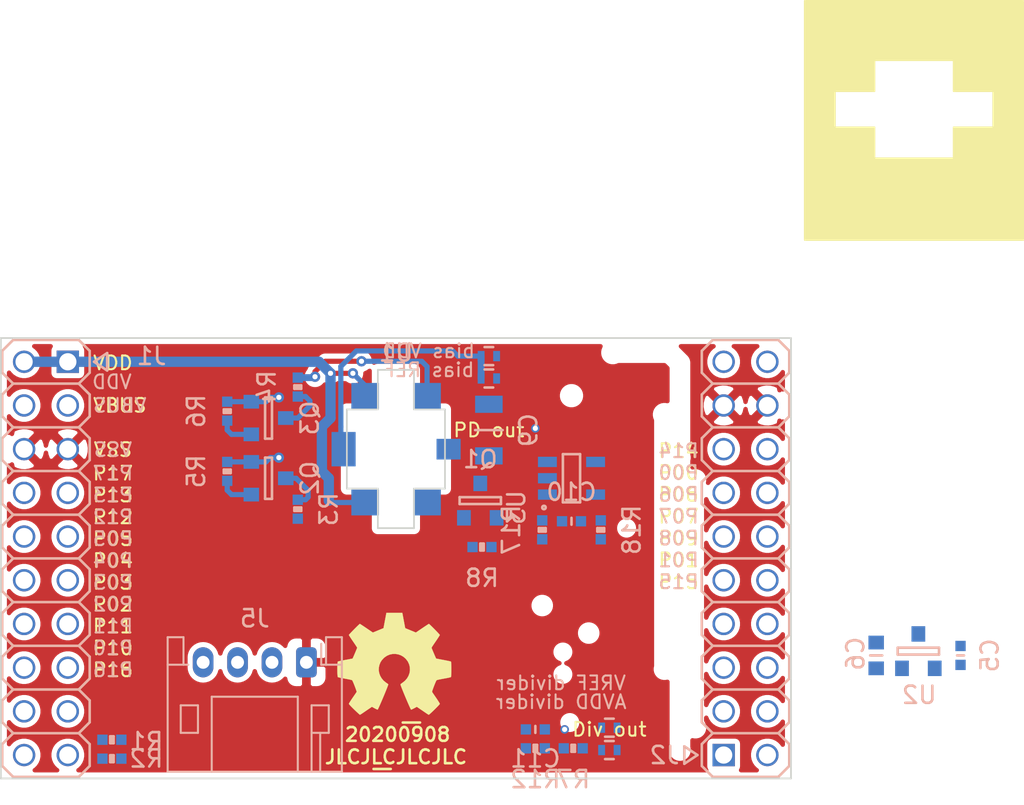
<source format=kicad_pcb>
(kicad_pcb (version 20171130) (host pcbnew 5.1.6-c6e7f7d~87~ubuntu19.10.1)

  (general
    (thickness 1.6)
    (drawings 57)
    (tracks 59)
    (zones 0)
    (modules 34)
    (nets 50)
  )

  (page A4)
  (layers
    (0 F.Cu signal)
    (31 B.Cu signal)
    (32 B.Adhes user)
    (33 F.Adhes user)
    (34 B.Paste user)
    (35 F.Paste user)
    (36 B.SilkS user)
    (37 F.SilkS user)
    (38 B.Mask user)
    (39 F.Mask user)
    (40 Dwgs.User user)
    (41 Cmts.User user)
    (42 Eco1.User user)
    (43 Eco2.User user)
    (44 Edge.Cuts user)
    (45 Margin user)
    (46 B.CrtYd user)
    (47 F.CrtYd user)
    (48 B.Fab user)
    (49 F.Fab user)
  )

  (setup
    (last_trace_width 0.3)
    (user_trace_width 0.15)
    (user_trace_width 0.2)
    (user_trace_width 0.3)
    (user_trace_width 0.4)
    (user_trace_width 0.6)
    (user_trace_width 1)
    (user_trace_width 1.5)
    (user_trace_width 2)
    (trace_clearance 0.127)
    (zone_clearance 0.3)
    (zone_45_only no)
    (trace_min 0.127)
    (via_size 0.6)
    (via_drill 0.3)
    (via_min_size 0.6)
    (via_min_drill 0.3)
    (user_via 0.6 0.3)
    (user_via 0.65 0.4)
    (user_via 0.75 0.6)
    (user_via 0.95 0.8)
    (user_via 1.3 1)
    (user_via 1.5 1.2)
    (user_via 1.7 1.4)
    (user_via 1.9 1.6)
    (uvia_size 0.6)
    (uvia_drill 0.3)
    (uvias_allowed no)
    (uvia_min_size 0.381)
    (uvia_min_drill 0.254)
    (edge_width 0.1)
    (segment_width 0.2)
    (pcb_text_width 0.3)
    (pcb_text_size 1.5 1.5)
    (mod_edge_width 0.15)
    (mod_text_size 0.8 0.8)
    (mod_text_width 0.12)
    (pad_size 0.5 0.5)
    (pad_drill 0.3)
    (pad_to_mask_clearance 0.1)
    (aux_axis_origin 0 0)
    (visible_elements FFFFFF7F)
    (pcbplotparams
      (layerselection 0x010fc_ffffffff)
      (usegerberextensions false)
      (usegerberattributes false)
      (usegerberadvancedattributes false)
      (creategerberjobfile false)
      (excludeedgelayer false)
      (linewidth 0.150000)
      (plotframeref false)
      (viasonmask false)
      (mode 1)
      (useauxorigin false)
      (hpglpennumber 1)
      (hpglpenspeed 20)
      (hpglpendiameter 15.000000)
      (psnegative false)
      (psa4output false)
      (plotreference true)
      (plotvalue true)
      (plotinvisibletext false)
      (padsonsilk false)
      (subtractmaskfromsilk false)
      (outputformat 1)
      (mirror false)
      (drillshape 0)
      (scaleselection 1)
      (outputdirectory "plots/"))
  )

  (net 0 "")
  (net 1 /VBUS)
  (net 2 /VSS)
  (net 3 /VDD)
  (net 4 /VDDA)
  (net 5 /VSSA)
  (net 6 "Net-(J5-Pad4)")
  (net 7 "Net-(J5-Pad3)")
  (net 8 /UART_RX)
  (net 9 /UART_TX)
  (net 10 /VREF)
  (net 11 /PD_BIAS)
  (net 12 /LED1)
  (net 13 /LED2)
  (net 14 /PD_OUT)
  (net 15 "Net-(JP4-Pad2)")
  (net 16 /Divider_out)
  (net 17 /I_reset)
  (net 18 /CMP_OUT)
  (net 19 "Net-(R17-Pad2)")
  (net 20 "Net-(J1-Pad18)")
  (net 21 "Net-(J1-Pad17)")
  (net 22 "Net-(J1-Pad16)")
  (net 23 "Net-(J1-Pad15)")
  (net 24 "Net-(J1-Pad14)")
  (net 25 "Net-(J1-Pad13)")
  (net 26 "Net-(J1-Pad12)")
  (net 27 "Net-(J1-Pad11)")
  (net 28 "Net-(J1-Pad9)")
  (net 29 /LED2_EN)
  (net 30 /LED1_EN)
  (net 31 "Net-(J2-Pad16)")
  (net 32 "Net-(J2-Pad15)")
  (net 33 "Net-(J2-Pad14)")
  (net 34 "Net-(J2-Pad13)")
  (net 35 "Net-(J2-Pad12)")
  (net 36 "Net-(J2-Pad11)")
  (net 37 "Net-(J2-Pad10)")
  (net 38 "Net-(J2-Pad9)")
  (net 39 "Net-(J2-Pad8)")
  (net 40 "Net-(J2-Pad7)")
  (net 41 "Net-(J2-Pad6)")
  (net 42 "Net-(J2-Pad5)")
  (net 43 "Net-(J2-Pad4)")
  (net 44 "Net-(J2-Pad3)")
  (net 45 "Net-(J2-Pad2)")
  (net 46 "Net-(J2-Pad1)")
  (net 47 "Net-(Q2-Pad3)")
  (net 48 "Net-(Q3-Pad3)")
  (net 49 /VSS_PD)

  (net_class Default "This is the default net class."
    (clearance 0.127)
    (trace_width 0.127)
    (via_dia 0.6)
    (via_drill 0.3)
    (uvia_dia 0.6)
    (uvia_drill 0.3)
    (add_net /CMP_OUT)
    (add_net /Divider_out)
    (add_net /I_reset)
    (add_net /LED1)
    (add_net /LED1_EN)
    (add_net /LED2)
    (add_net /LED2_EN)
    (add_net /PD_BIAS)
    (add_net /PD_OUT)
    (add_net /UART_RX)
    (add_net /UART_TX)
    (add_net /VBUS)
    (add_net /VDD)
    (add_net /VDDA)
    (add_net /VREF)
    (add_net /VSS)
    (add_net /VSSA)
    (add_net /VSS_PD)
    (add_net "Net-(J1-Pad11)")
    (add_net "Net-(J1-Pad12)")
    (add_net "Net-(J1-Pad13)")
    (add_net "Net-(J1-Pad14)")
    (add_net "Net-(J1-Pad15)")
    (add_net "Net-(J1-Pad16)")
    (add_net "Net-(J1-Pad17)")
    (add_net "Net-(J1-Pad18)")
    (add_net "Net-(J1-Pad9)")
    (add_net "Net-(J2-Pad1)")
    (add_net "Net-(J2-Pad10)")
    (add_net "Net-(J2-Pad11)")
    (add_net "Net-(J2-Pad12)")
    (add_net "Net-(J2-Pad13)")
    (add_net "Net-(J2-Pad14)")
    (add_net "Net-(J2-Pad15)")
    (add_net "Net-(J2-Pad16)")
    (add_net "Net-(J2-Pad2)")
    (add_net "Net-(J2-Pad3)")
    (add_net "Net-(J2-Pad4)")
    (add_net "Net-(J2-Pad5)")
    (add_net "Net-(J2-Pad6)")
    (add_net "Net-(J2-Pad7)")
    (add_net "Net-(J2-Pad8)")
    (add_net "Net-(J2-Pad9)")
    (add_net "Net-(J5-Pad3)")
    (add_net "Net-(J5-Pad4)")
    (add_net "Net-(JP4-Pad2)")
    (add_net "Net-(Q2-Pad3)")
    (add_net "Net-(Q3-Pad3)")
    (add_net "Net-(R17-Pad2)")
  )

  (module SquantorRcl:R_0402_hand (layer B.Cu) (tedit 5D440136) (tstamp 5F30B56E)
    (at 97 84.7 90)
    (descr "Resistor SMD 0402, reflow soldering, Vishay (see dcrcw.pdf)")
    (tags "resistor 0402")
    (path /5F34DE3E)
    (attr smd)
    (fp_text reference R18 (at 0 1.8 90) (layer B.SilkS)
      (effects (font (size 1 1) (thickness 0.15)) (justify mirror))
    )
    (fp_text value R (at 0 -1.8 90) (layer B.Fab)
      (effects (font (size 1 1) (thickness 0.15)) (justify mirror))
    )
    (fp_line (start 0 0.2) (end 0 -0.2) (layer B.SilkS) (width 0.15))
    (fp_line (start -0.1 -0.2) (end -0.1 0.2) (layer B.SilkS) (width 0.15))
    (fp_line (start 0.1 -0.2) (end -0.1 -0.2) (layer B.SilkS) (width 0.15))
    (fp_line (start 0.1 0.2) (end 0.1 -0.2) (layer B.SilkS) (width 0.15))
    (fp_line (start -0.1 0.2) (end 0.1 0.2) (layer B.SilkS) (width 0.15))
    (fp_line (start 1.1 0.55) (end 1.1 -0.55) (layer B.CrtYd) (width 0.05))
    (fp_line (start -1.1 0.55) (end -1.1 -0.55) (layer B.CrtYd) (width 0.05))
    (fp_line (start -1.1 -0.55) (end 1.1 -0.55) (layer B.CrtYd) (width 0.05))
    (fp_line (start -1.1 0.55) (end 1.1 0.55) (layer B.CrtYd) (width 0.05))
    (fp_line (start -0.5 0.25) (end 0.5 0.25) (layer B.Fab) (width 0.1))
    (fp_line (start 0.5 0.25) (end 0.5 -0.25) (layer B.Fab) (width 0.1))
    (fp_line (start 0.5 -0.25) (end -0.5 -0.25) (layer B.Fab) (width 0.1))
    (fp_line (start -0.5 -0.25) (end -0.5 0.25) (layer B.Fab) (width 0.1))
    (pad 2 smd rect (at 0.55 0 90) (size 0.6 0.6) (layers B.Cu B.Paste B.Mask)
      (net 19 "Net-(R17-Pad2)"))
    (pad 1 smd rect (at -0.55 0 90) (size 0.6 0.6) (layers B.Cu B.Paste B.Mask)
      (net 16 /Divider_out))
    (model ${KISYS3DMOD}/Resistor_SMD.3dshapes/R_0402_1005Metric.step
      (at (xyz 0 0 0))
      (scale (xyz 1 1 1))
      (rotate (xyz 0 0 0))
    )
  )

  (module SquantorRcl:R_0402_hand (layer B.Cu) (tedit 5D440136) (tstamp 5F30B558)
    (at 93.6 84.7 270)
    (descr "Resistor SMD 0402, reflow soldering, Vishay (see dcrcw.pdf)")
    (tags "resistor 0402")
    (path /5F34ED02)
    (attr smd)
    (fp_text reference R17 (at 0 1.8 90) (layer B.SilkS)
      (effects (font (size 1 1) (thickness 0.15)) (justify mirror))
    )
    (fp_text value R (at 0 -1.8 90) (layer B.Fab)
      (effects (font (size 1 1) (thickness 0.15)) (justify mirror))
    )
    (fp_line (start 0 0.2) (end 0 -0.2) (layer B.SilkS) (width 0.15))
    (fp_line (start -0.1 -0.2) (end -0.1 0.2) (layer B.SilkS) (width 0.15))
    (fp_line (start 0.1 -0.2) (end -0.1 -0.2) (layer B.SilkS) (width 0.15))
    (fp_line (start 0.1 0.2) (end 0.1 -0.2) (layer B.SilkS) (width 0.15))
    (fp_line (start -0.1 0.2) (end 0.1 0.2) (layer B.SilkS) (width 0.15))
    (fp_line (start 1.1 0.55) (end 1.1 -0.55) (layer B.CrtYd) (width 0.05))
    (fp_line (start -1.1 0.55) (end -1.1 -0.55) (layer B.CrtYd) (width 0.05))
    (fp_line (start -1.1 -0.55) (end 1.1 -0.55) (layer B.CrtYd) (width 0.05))
    (fp_line (start -1.1 0.55) (end 1.1 0.55) (layer B.CrtYd) (width 0.05))
    (fp_line (start -0.5 0.25) (end 0.5 0.25) (layer B.Fab) (width 0.1))
    (fp_line (start 0.5 0.25) (end 0.5 -0.25) (layer B.Fab) (width 0.1))
    (fp_line (start 0.5 -0.25) (end -0.5 -0.25) (layer B.Fab) (width 0.1))
    (fp_line (start -0.5 -0.25) (end -0.5 0.25) (layer B.Fab) (width 0.1))
    (pad 2 smd rect (at 0.55 0 270) (size 0.6 0.6) (layers B.Cu B.Paste B.Mask)
      (net 19 "Net-(R17-Pad2)"))
    (pad 1 smd rect (at -0.55 0 270) (size 0.6 0.6) (layers B.Cu B.Paste B.Mask)
      (net 18 /CMP_OUT))
    (model ${KISYS3DMOD}/Resistor_SMD.3dshapes/R_0402_1005Metric.step
      (at (xyz 0 0 0))
      (scale (xyz 1 1 1))
      (rotate (xyz 0 0 0))
    )
  )

  (module SquantorRcl:R_0402_hand (layer B.Cu) (tedit 5D440136) (tstamp 5F309855)
    (at 93.2 97.4)
    (descr "Resistor SMD 0402, reflow soldering, Vishay (see dcrcw.pdf)")
    (tags "resistor 0402")
    (path /5F4E2B8C)
    (attr smd)
    (fp_text reference R12 (at 0 1.8) (layer B.SilkS)
      (effects (font (size 1 1) (thickness 0.15)) (justify mirror))
    )
    (fp_text value R (at 0 -1.8) (layer B.Fab)
      (effects (font (size 1 1) (thickness 0.15)) (justify mirror))
    )
    (fp_line (start 0 0.2) (end 0 -0.2) (layer B.SilkS) (width 0.15))
    (fp_line (start -0.1 -0.2) (end -0.1 0.2) (layer B.SilkS) (width 0.15))
    (fp_line (start 0.1 -0.2) (end -0.1 -0.2) (layer B.SilkS) (width 0.15))
    (fp_line (start 0.1 0.2) (end 0.1 -0.2) (layer B.SilkS) (width 0.15))
    (fp_line (start -0.1 0.2) (end 0.1 0.2) (layer B.SilkS) (width 0.15))
    (fp_line (start 1.1 0.55) (end 1.1 -0.55) (layer B.CrtYd) (width 0.05))
    (fp_line (start -1.1 0.55) (end -1.1 -0.55) (layer B.CrtYd) (width 0.05))
    (fp_line (start -1.1 -0.55) (end 1.1 -0.55) (layer B.CrtYd) (width 0.05))
    (fp_line (start -1.1 0.55) (end 1.1 0.55) (layer B.CrtYd) (width 0.05))
    (fp_line (start -0.5 0.25) (end 0.5 0.25) (layer B.Fab) (width 0.1))
    (fp_line (start 0.5 0.25) (end 0.5 -0.25) (layer B.Fab) (width 0.1))
    (fp_line (start 0.5 -0.25) (end -0.5 -0.25) (layer B.Fab) (width 0.1))
    (fp_line (start -0.5 -0.25) (end -0.5 0.25) (layer B.Fab) (width 0.1))
    (pad 2 smd rect (at 0.55 0) (size 0.6 0.6) (layers B.Cu B.Paste B.Mask)
      (net 16 /Divider_out))
    (pad 1 smd rect (at -0.55 0) (size 0.6 0.6) (layers B.Cu B.Paste B.Mask)
      (net 5 /VSSA))
    (model ${KISYS3DMOD}/Resistor_SMD.3dshapes/R_0402_1005Metric.step
      (at (xyz 0 0 0))
      (scale (xyz 1 1 1))
      (rotate (xyz 0 0 0))
    )
  )

  (module SquantorRcl:R_0402_hand (layer B.Cu) (tedit 5D440136) (tstamp 5F3097FD)
    (at 90.1 85.7)
    (descr "Resistor SMD 0402, reflow soldering, Vishay (see dcrcw.pdf)")
    (tags "resistor 0402")
    (path /5F3AF303)
    (attr smd)
    (fp_text reference R8 (at 0 1.8) (layer B.SilkS)
      (effects (font (size 1 1) (thickness 0.15)) (justify mirror))
    )
    (fp_text value 100K (at 0 -1.8) (layer B.Fab)
      (effects (font (size 1 1) (thickness 0.15)) (justify mirror))
    )
    (fp_line (start 0 0.2) (end 0 -0.2) (layer B.SilkS) (width 0.15))
    (fp_line (start -0.1 -0.2) (end -0.1 0.2) (layer B.SilkS) (width 0.15))
    (fp_line (start 0.1 -0.2) (end -0.1 -0.2) (layer B.SilkS) (width 0.15))
    (fp_line (start 0.1 0.2) (end 0.1 -0.2) (layer B.SilkS) (width 0.15))
    (fp_line (start -0.1 0.2) (end 0.1 0.2) (layer B.SilkS) (width 0.15))
    (fp_line (start 1.1 0.55) (end 1.1 -0.55) (layer B.CrtYd) (width 0.05))
    (fp_line (start -1.1 0.55) (end -1.1 -0.55) (layer B.CrtYd) (width 0.05))
    (fp_line (start -1.1 -0.55) (end 1.1 -0.55) (layer B.CrtYd) (width 0.05))
    (fp_line (start -1.1 0.55) (end 1.1 0.55) (layer B.CrtYd) (width 0.05))
    (fp_line (start -0.5 0.25) (end 0.5 0.25) (layer B.Fab) (width 0.1))
    (fp_line (start 0.5 0.25) (end 0.5 -0.25) (layer B.Fab) (width 0.1))
    (fp_line (start 0.5 -0.25) (end -0.5 -0.25) (layer B.Fab) (width 0.1))
    (fp_line (start -0.5 -0.25) (end -0.5 0.25) (layer B.Fab) (width 0.1))
    (pad 2 smd rect (at 0.55 0) (size 0.6 0.6) (layers B.Cu B.Paste B.Mask)
      (net 17 /I_reset))
    (pad 1 smd rect (at -0.55 0) (size 0.6 0.6) (layers B.Cu B.Paste B.Mask)
      (net 2 /VSS))
    (model ${KISYS3DMOD}/Resistor_SMD.3dshapes/R_0402_1005Metric.step
      (at (xyz 0 0 0))
      (scale (xyz 1 1 1))
      (rotate (xyz 0 0 0))
    )
  )

  (module SquantorRcl:R_0402_hand (layer B.Cu) (tedit 5D440136) (tstamp 5F3097E7)
    (at 95.4 97.4)
    (descr "Resistor SMD 0402, reflow soldering, Vishay (see dcrcw.pdf)")
    (tags "resistor 0402")
    (path /5F48E66A)
    (attr smd)
    (fp_text reference R7 (at 0 1.8) (layer B.SilkS)
      (effects (font (size 1 1) (thickness 0.15)) (justify mirror))
    )
    (fp_text value R (at 0 -1.8) (layer B.Fab)
      (effects (font (size 1 1) (thickness 0.15)) (justify mirror))
    )
    (fp_line (start 0 0.2) (end 0 -0.2) (layer B.SilkS) (width 0.15))
    (fp_line (start -0.1 -0.2) (end -0.1 0.2) (layer B.SilkS) (width 0.15))
    (fp_line (start 0.1 -0.2) (end -0.1 -0.2) (layer B.SilkS) (width 0.15))
    (fp_line (start 0.1 0.2) (end 0.1 -0.2) (layer B.SilkS) (width 0.15))
    (fp_line (start -0.1 0.2) (end 0.1 0.2) (layer B.SilkS) (width 0.15))
    (fp_line (start 1.1 0.55) (end 1.1 -0.55) (layer B.CrtYd) (width 0.05))
    (fp_line (start -1.1 0.55) (end -1.1 -0.55) (layer B.CrtYd) (width 0.05))
    (fp_line (start -1.1 -0.55) (end 1.1 -0.55) (layer B.CrtYd) (width 0.05))
    (fp_line (start -1.1 0.55) (end 1.1 0.55) (layer B.CrtYd) (width 0.05))
    (fp_line (start -0.5 0.25) (end 0.5 0.25) (layer B.Fab) (width 0.1))
    (fp_line (start 0.5 0.25) (end 0.5 -0.25) (layer B.Fab) (width 0.1))
    (fp_line (start 0.5 -0.25) (end -0.5 -0.25) (layer B.Fab) (width 0.1))
    (fp_line (start -0.5 -0.25) (end -0.5 0.25) (layer B.Fab) (width 0.1))
    (pad 2 smd rect (at 0.55 0) (size 0.6 0.6) (layers B.Cu B.Paste B.Mask)
      (net 15 "Net-(JP4-Pad2)"))
    (pad 1 smd rect (at -0.55 0) (size 0.6 0.6) (layers B.Cu B.Paste B.Mask)
      (net 16 /Divider_out))
    (model ${KISYS3DMOD}/Resistor_SMD.3dshapes/R_0402_1005Metric.step
      (at (xyz 0 0 0))
      (scale (xyz 1 1 1))
      (rotate (xyz 0 0 0))
    )
  )

  (module SquantorRcl:C_0402 (layer B.Cu) (tedit 5D442507) (tstamp 5F31C6C8)
    (at 93.2 96.3)
    (descr "Capacitor SMD 0402, reflow soldering, AVX (see smccp.pdf)")
    (tags "capacitor 0402")
    (path /5F328139)
    (attr smd)
    (fp_text reference C11 (at 0 1.7) (layer B.SilkS)
      (effects (font (size 1 1) (thickness 0.15)) (justify mirror))
    )
    (fp_text value 1u (at 0 -1.7) (layer B.Fab)
      (effects (font (size 1 1) (thickness 0.15)) (justify mirror))
    )
    (fp_line (start 0 0.2) (end 0 -0.2) (layer B.SilkS) (width 0.15))
    (fp_line (start 1.1 0.55) (end 1.1 -0.55) (layer B.CrtYd) (width 0.05))
    (fp_line (start -1.1 0.55) (end -1.1 -0.55) (layer B.CrtYd) (width 0.05))
    (fp_line (start -1.1 -0.55) (end 1.1 -0.55) (layer B.CrtYd) (width 0.05))
    (fp_line (start -1.1 0.55) (end 1.1 0.55) (layer B.CrtYd) (width 0.05))
    (fp_line (start -0.5 0.25) (end 0.5 0.25) (layer B.Fab) (width 0.1))
    (fp_line (start 0.5 0.25) (end 0.5 -0.25) (layer B.Fab) (width 0.1))
    (fp_line (start 0.5 -0.25) (end -0.5 -0.25) (layer B.Fab) (width 0.1))
    (fp_line (start -0.5 -0.25) (end -0.5 0.25) (layer B.Fab) (width 0.1))
    (pad 2 smd rect (at 0.55 0) (size 0.6 0.6) (layers B.Cu B.Paste B.Mask)
      (net 16 /Divider_out))
    (pad 1 smd rect (at -0.55 0) (size 0.6 0.6) (layers B.Cu B.Paste B.Mask)
      (net 5 /VSSA))
    (model ${KISYS3DMOD}/Capacitor_SMD.3dshapes/C_0402_1005Metric.step
      (at (xyz 0 0 0))
      (scale (xyz 1 1 1))
      (rotate (xyz 0 0 0))
    )
  )

  (module SquantorRcl:C_0402 (layer B.Cu) (tedit 5D442507) (tstamp 5F30AFA4)
    (at 95.3 84.2 180)
    (descr "Capacitor SMD 0402, reflow soldering, AVX (see smccp.pdf)")
    (tags "capacitor 0402")
    (path /5F311417)
    (attr smd)
    (fp_text reference C10 (at 0 1.7) (layer B.SilkS)
      (effects (font (size 1 1) (thickness 0.15)) (justify mirror))
    )
    (fp_text value 1u (at 0 -1.7) (layer B.Fab)
      (effects (font (size 1 1) (thickness 0.15)) (justify mirror))
    )
    (fp_line (start 0 0.2) (end 0 -0.2) (layer B.SilkS) (width 0.15))
    (fp_line (start 1.1 0.55) (end 1.1 -0.55) (layer B.CrtYd) (width 0.05))
    (fp_line (start -1.1 0.55) (end -1.1 -0.55) (layer B.CrtYd) (width 0.05))
    (fp_line (start -1.1 -0.55) (end 1.1 -0.55) (layer B.CrtYd) (width 0.05))
    (fp_line (start -1.1 0.55) (end 1.1 0.55) (layer B.CrtYd) (width 0.05))
    (fp_line (start -0.5 0.25) (end 0.5 0.25) (layer B.Fab) (width 0.1))
    (fp_line (start 0.5 0.25) (end 0.5 -0.25) (layer B.Fab) (width 0.1))
    (fp_line (start 0.5 -0.25) (end -0.5 -0.25) (layer B.Fab) (width 0.1))
    (fp_line (start -0.5 -0.25) (end -0.5 0.25) (layer B.Fab) (width 0.1))
    (pad 2 smd rect (at 0.55 0 180) (size 0.6 0.6) (layers B.Cu B.Paste B.Mask)
      (net 5 /VSSA))
    (pad 1 smd rect (at -0.55 0 180) (size 0.6 0.6) (layers B.Cu B.Paste B.Mask)
      (net 4 /VDDA))
    (model ${KISYS3DMOD}/Capacitor_SMD.3dshapes/C_0402_1005Metric.step
      (at (xyz 0 0 0))
      (scale (xyz 1 1 1))
      (rotate (xyz 0 0 0))
    )
  )

  (module SquantorIC:SOT23-3 (layer B.Cu) (tedit 5D43446D) (tstamp 5F6534FF)
    (at 90 83 180)
    (path /5F666A62)
    (fp_text reference Q1 (at 0 2.4) (layer B.SilkS)
      (effects (font (size 1 1) (thickness 0.15)) (justify mirror))
    )
    (fp_text value DMG1012 (at 0 -2.5) (layer B.Fab)
      (effects (font (size 1 1) (thickness 0.15)) (justify mirror))
    )
    (fp_line (start 1.7 1.1) (end 1.7 -1.8) (layer B.CrtYd) (width 0.05))
    (fp_line (start 0.7 1.1) (end 1.7 1.1) (layer B.CrtYd) (width 0.05))
    (fp_line (start 0.7 1.8) (end 0.7 1.1) (layer B.CrtYd) (width 0.05))
    (fp_line (start -0.7 1.8) (end 0.7 1.8) (layer B.CrtYd) (width 0.05))
    (fp_line (start -0.7 1.1) (end -0.7 1.8) (layer B.CrtYd) (width 0.05))
    (fp_line (start -1.7 1.1) (end -0.7 1.1) (layer B.CrtYd) (width 0.05))
    (fp_line (start -1.7 -1.8) (end -1.7 1.1) (layer B.CrtYd) (width 0.05))
    (fp_line (start -1.7 -1.8) (end 1.7 -1.8) (layer B.CrtYd) (width 0.05))
    (fp_line (start -1.2 -0.2) (end -1.2 0.2) (layer B.SilkS) (width 0.15))
    (fp_line (start 1.2 -0.2) (end -1.2 -0.2) (layer B.SilkS) (width 0.15))
    (fp_line (start 1.2 0.2) (end 1.2 -0.2) (layer B.SilkS) (width 0.15))
    (fp_line (start -1.2 0.2) (end 1.2 0.2) (layer B.SilkS) (width 0.15))
    (pad 3 smd rect (at 0 1 180) (size 0.8 0.9) (layers B.Cu B.Paste B.Mask)
      (net 14 /PD_OUT))
    (pad 2 smd rect (at 0.95 -1 180) (size 0.8 0.9) (layers B.Cu B.Paste B.Mask)
      (net 2 /VSS))
    (pad 1 smd rect (at -0.95 -1 180) (size 0.8 0.9) (layers B.Cu B.Paste B.Mask)
      (net 17 /I_reset))
    (model ${KISYS3DMOD}/Package_TO_SOT_SMD.3dshapes/SOT-23.step
      (at (xyz 0 0 0))
      (scale (xyz 1 1 1))
      (rotate (xyz 0 0 -90))
    )
  )

  (module SquantorRcl:C_0402 (layer B.Cu) (tedit 5D442507) (tstamp 5F2FDCA6)
    (at 117.9 92 90)
    (descr "Capacitor SMD 0402, reflow soldering, AVX (see smccp.pdf)")
    (tags "capacitor 0402")
    (path /5F4B91DE)
    (attr smd)
    (fp_text reference C5 (at 0 1.7 90) (layer B.SilkS)
      (effects (font (size 1 1) (thickness 0.15)) (justify mirror))
    )
    (fp_text value 1u (at 0 -1.7 90) (layer B.Fab)
      (effects (font (size 1 1) (thickness 0.15)) (justify mirror))
    )
    (fp_line (start 0 0.2) (end 0 -0.2) (layer B.SilkS) (width 0.15))
    (fp_line (start 1.1 0.55) (end 1.1 -0.55) (layer B.CrtYd) (width 0.05))
    (fp_line (start -1.1 0.55) (end -1.1 -0.55) (layer B.CrtYd) (width 0.05))
    (fp_line (start -1.1 -0.55) (end 1.1 -0.55) (layer B.CrtYd) (width 0.05))
    (fp_line (start -1.1 0.55) (end 1.1 0.55) (layer B.CrtYd) (width 0.05))
    (fp_line (start -0.5 0.25) (end 0.5 0.25) (layer B.Fab) (width 0.1))
    (fp_line (start 0.5 0.25) (end 0.5 -0.25) (layer B.Fab) (width 0.1))
    (fp_line (start 0.5 -0.25) (end -0.5 -0.25) (layer B.Fab) (width 0.1))
    (fp_line (start -0.5 -0.25) (end -0.5 0.25) (layer B.Fab) (width 0.1))
    (pad 2 smd rect (at 0.55 0 90) (size 0.6 0.6) (layers B.Cu B.Paste B.Mask)
      (net 2 /VSS))
    (pad 1 smd rect (at -0.55 0 90) (size 0.6 0.6) (layers B.Cu B.Paste B.Mask)
      (net 3 /VDD))
    (model ${KISYS3DMOD}/Capacitor_SMD.3dshapes/C_0402_1005Metric.step
      (at (xyz 0 0 0))
      (scale (xyz 1 1 1))
      (rotate (xyz 0 0 0))
    )
  )

  (module SquantorRcl:C_1206 (layer B.Cu) (tedit 5ED5264A) (tstamp 5F309404)
    (at 90.5 78.9 90)
    (descr "Capacitor SMD 1206, reflow soldering, AVX (see smccp.pdf)")
    (tags "capacitor 1206")
    (path /5F38C9B5)
    (attr smd)
    (fp_text reference C9 (at 0 2.3 90) (layer B.SilkS)
      (effects (font (size 1 1) (thickness 0.15)) (justify mirror))
    )
    (fp_text value 4n7 (at 0 -2.3 90) (layer B.Fab)
      (effects (font (size 1 1) (thickness 0.15)) (justify mirror))
    )
    (fp_line (start -1.6 -0.8) (end -1.6 0.8) (layer B.Fab) (width 0.15))
    (fp_line (start 1.6 -0.8) (end -1.6 -0.8) (layer B.Fab) (width 0.15))
    (fp_line (start 1.6 0.8) (end 1.6 -0.8) (layer B.Fab) (width 0.15))
    (fp_line (start -1.6 0.8) (end 1.6 0.8) (layer B.Fab) (width 0.15))
    (fp_line (start -2.3 1.15) (end 2.3 1.15) (layer B.CrtYd) (width 0.05))
    (fp_line (start -2.3 -1.15) (end 2.3 -1.15) (layer B.CrtYd) (width 0.05))
    (fp_line (start -2.3 1.15) (end -2.3 -1.15) (layer B.CrtYd) (width 0.05))
    (fp_line (start 2.3 1.15) (end 2.3 -1.15) (layer B.CrtYd) (width 0.05))
    (fp_line (start 0 0.8) (end 0 -0.8) (layer B.SilkS) (width 0.15))
    (pad 2 smd rect (at 1.5 0 90) (size 1 1.6) (layers B.Cu B.Paste B.Mask)
      (net 49 /VSS_PD))
    (pad 1 smd rect (at -1.5 0 90) (size 1 1.6) (layers B.Cu B.Paste B.Mask)
      (net 14 /PD_OUT))
    (model Capacitors_SMD.3dshapes/C_1206.wrl
      (at (xyz 0 0 0))
      (scale (xyz 1 1 1))
      (rotate (xyz 0 0 0))
    )
  )

  (module SquantorRcl:R_0402_hand (layer B.Cu) (tedit 5D440136) (tstamp 5F2EAB32)
    (at 68.6 98)
    (descr "Resistor SMD 0402, reflow soldering, Vishay (see dcrcw.pdf)")
    (tags "resistor 0402")
    (path /5F2F4505)
    (attr smd)
    (fp_text reference R2 (at 2 0) (layer B.SilkS)
      (effects (font (size 1 1) (thickness 0.15)) (justify mirror))
    )
    (fp_text value 100 (at 0 -1.8) (layer B.Fab)
      (effects (font (size 1 1) (thickness 0.15)) (justify mirror))
    )
    (fp_line (start -0.5 -0.25) (end -0.5 0.25) (layer B.Fab) (width 0.1))
    (fp_line (start 0.5 -0.25) (end -0.5 -0.25) (layer B.Fab) (width 0.1))
    (fp_line (start 0.5 0.25) (end 0.5 -0.25) (layer B.Fab) (width 0.1))
    (fp_line (start -0.5 0.25) (end 0.5 0.25) (layer B.Fab) (width 0.1))
    (fp_line (start -1.1 0.55) (end 1.1 0.55) (layer B.CrtYd) (width 0.05))
    (fp_line (start -1.1 -0.55) (end 1.1 -0.55) (layer B.CrtYd) (width 0.05))
    (fp_line (start -1.1 0.55) (end -1.1 -0.55) (layer B.CrtYd) (width 0.05))
    (fp_line (start 1.1 0.55) (end 1.1 -0.55) (layer B.CrtYd) (width 0.05))
    (fp_line (start -0.1 0.2) (end 0.1 0.2) (layer B.SilkS) (width 0.15))
    (fp_line (start 0.1 0.2) (end 0.1 -0.2) (layer B.SilkS) (width 0.15))
    (fp_line (start 0.1 -0.2) (end -0.1 -0.2) (layer B.SilkS) (width 0.15))
    (fp_line (start -0.1 -0.2) (end -0.1 0.2) (layer B.SilkS) (width 0.15))
    (fp_line (start 0 0.2) (end 0 -0.2) (layer B.SilkS) (width 0.15))
    (pad 2 smd rect (at 0.55 0) (size 0.6 0.6) (layers B.Cu B.Paste B.Mask)
      (net 6 "Net-(J5-Pad4)"))
    (pad 1 smd rect (at -0.55 0) (size 0.6 0.6) (layers B.Cu B.Paste B.Mask)
      (net 9 /UART_TX))
    (model ${KISYS3DMOD}/Resistor_SMD.3dshapes/R_0402_1005Metric.step
      (at (xyz 0 0 0))
      (scale (xyz 1 1 1))
      (rotate (xyz 0 0 0))
    )
  )

  (module SquantorRcl:R_0402_hand (layer B.Cu) (tedit 5D440136) (tstamp 5F2EAB1C)
    (at 68.6 96.9)
    (descr "Resistor SMD 0402, reflow soldering, Vishay (see dcrcw.pdf)")
    (tags "resistor 0402")
    (path /5F2F3702)
    (attr smd)
    (fp_text reference R1 (at 2 0.1) (layer B.SilkS)
      (effects (font (size 1 1) (thickness 0.15)) (justify mirror))
    )
    (fp_text value 100 (at 0 -1.8) (layer B.Fab)
      (effects (font (size 1 1) (thickness 0.15)) (justify mirror))
    )
    (fp_line (start -0.5 -0.25) (end -0.5 0.25) (layer B.Fab) (width 0.1))
    (fp_line (start 0.5 -0.25) (end -0.5 -0.25) (layer B.Fab) (width 0.1))
    (fp_line (start 0.5 0.25) (end 0.5 -0.25) (layer B.Fab) (width 0.1))
    (fp_line (start -0.5 0.25) (end 0.5 0.25) (layer B.Fab) (width 0.1))
    (fp_line (start -1.1 0.55) (end 1.1 0.55) (layer B.CrtYd) (width 0.05))
    (fp_line (start -1.1 -0.55) (end 1.1 -0.55) (layer B.CrtYd) (width 0.05))
    (fp_line (start -1.1 0.55) (end -1.1 -0.55) (layer B.CrtYd) (width 0.05))
    (fp_line (start 1.1 0.55) (end 1.1 -0.55) (layer B.CrtYd) (width 0.05))
    (fp_line (start -0.1 0.2) (end 0.1 0.2) (layer B.SilkS) (width 0.15))
    (fp_line (start 0.1 0.2) (end 0.1 -0.2) (layer B.SilkS) (width 0.15))
    (fp_line (start 0.1 -0.2) (end -0.1 -0.2) (layer B.SilkS) (width 0.15))
    (fp_line (start -0.1 -0.2) (end -0.1 0.2) (layer B.SilkS) (width 0.15))
    (fp_line (start 0 0.2) (end 0 -0.2) (layer B.SilkS) (width 0.15))
    (pad 2 smd rect (at 0.55 0) (size 0.6 0.6) (layers B.Cu B.Paste B.Mask)
      (net 7 "Net-(J5-Pad3)"))
    (pad 1 smd rect (at -0.55 0) (size 0.6 0.6) (layers B.Cu B.Paste B.Mask)
      (net 8 /UART_RX))
    (model ${KISYS3DMOD}/Resistor_SMD.3dshapes/R_0402_1005Metric.step
      (at (xyz 0 0 0))
      (scale (xyz 1 1 1))
      (rotate (xyz 0 0 0))
    )
  )

  (module Connector_JST:JST_PH_S4B-PH-K_1x04_P2.00mm_Horizontal (layer B.Cu) (tedit 5B7745C6) (tstamp 5F2EAAEE)
    (at 79.9 92.4 180)
    (descr "JST PH series connector, S4B-PH-K (http://www.jst-mfg.com/product/pdf/eng/ePH.pdf), generated with kicad-footprint-generator")
    (tags "connector JST PH top entry")
    (path /5F2EE742)
    (fp_text reference J5 (at 3 2.55) (layer B.SilkS)
      (effects (font (size 1 1) (thickness 0.15)) (justify mirror))
    )
    (fp_text value DevBoardUartInput (at 3 -7.45) (layer B.Fab)
      (effects (font (size 1 1) (thickness 0.15)) (justify mirror))
    )
    (fp_line (start -0.86 -0.14) (end -1.14 -0.14) (layer B.SilkS) (width 0.12))
    (fp_line (start -1.14 -0.14) (end -1.14 1.46) (layer B.SilkS) (width 0.12))
    (fp_line (start -1.14 1.46) (end -2.06 1.46) (layer B.SilkS) (width 0.12))
    (fp_line (start -2.06 1.46) (end -2.06 -6.36) (layer B.SilkS) (width 0.12))
    (fp_line (start -2.06 -6.36) (end 8.06 -6.36) (layer B.SilkS) (width 0.12))
    (fp_line (start 8.06 -6.36) (end 8.06 1.46) (layer B.SilkS) (width 0.12))
    (fp_line (start 8.06 1.46) (end 7.14 1.46) (layer B.SilkS) (width 0.12))
    (fp_line (start 7.14 1.46) (end 7.14 -0.14) (layer B.SilkS) (width 0.12))
    (fp_line (start 7.14 -0.14) (end 6.86 -0.14) (layer B.SilkS) (width 0.12))
    (fp_line (start 0.5 -6.36) (end 0.5 -2) (layer B.SilkS) (width 0.12))
    (fp_line (start 0.5 -2) (end 5.5 -2) (layer B.SilkS) (width 0.12))
    (fp_line (start 5.5 -2) (end 5.5 -6.36) (layer B.SilkS) (width 0.12))
    (fp_line (start -2.06 -0.14) (end -1.14 -0.14) (layer B.SilkS) (width 0.12))
    (fp_line (start 8.06 -0.14) (end 7.14 -0.14) (layer B.SilkS) (width 0.12))
    (fp_line (start -1.3 -2.5) (end -1.3 -4.1) (layer B.SilkS) (width 0.12))
    (fp_line (start -1.3 -4.1) (end -0.3 -4.1) (layer B.SilkS) (width 0.12))
    (fp_line (start -0.3 -4.1) (end -0.3 -2.5) (layer B.SilkS) (width 0.12))
    (fp_line (start -0.3 -2.5) (end -1.3 -2.5) (layer B.SilkS) (width 0.12))
    (fp_line (start 7.3 -2.5) (end 7.3 -4.1) (layer B.SilkS) (width 0.12))
    (fp_line (start 7.3 -4.1) (end 6.3 -4.1) (layer B.SilkS) (width 0.12))
    (fp_line (start 6.3 -4.1) (end 6.3 -2.5) (layer B.SilkS) (width 0.12))
    (fp_line (start 6.3 -2.5) (end 7.3 -2.5) (layer B.SilkS) (width 0.12))
    (fp_line (start -0.3 -4.1) (end -0.3 -6.36) (layer B.SilkS) (width 0.12))
    (fp_line (start -0.8 -4.1) (end -0.8 -6.36) (layer B.SilkS) (width 0.12))
    (fp_line (start -2.45 1.85) (end -2.45 -6.75) (layer B.CrtYd) (width 0.05))
    (fp_line (start -2.45 -6.75) (end 8.45 -6.75) (layer B.CrtYd) (width 0.05))
    (fp_line (start 8.45 -6.75) (end 8.45 1.85) (layer B.CrtYd) (width 0.05))
    (fp_line (start 8.45 1.85) (end -2.45 1.85) (layer B.CrtYd) (width 0.05))
    (fp_line (start -1.25 -0.25) (end -1.25 1.35) (layer B.Fab) (width 0.1))
    (fp_line (start -1.25 1.35) (end -1.95 1.35) (layer B.Fab) (width 0.1))
    (fp_line (start -1.95 1.35) (end -1.95 -6.25) (layer B.Fab) (width 0.1))
    (fp_line (start -1.95 -6.25) (end 7.95 -6.25) (layer B.Fab) (width 0.1))
    (fp_line (start 7.95 -6.25) (end 7.95 1.35) (layer B.Fab) (width 0.1))
    (fp_line (start 7.95 1.35) (end 7.25 1.35) (layer B.Fab) (width 0.1))
    (fp_line (start 7.25 1.35) (end 7.25 -0.25) (layer B.Fab) (width 0.1))
    (fp_line (start 7.25 -0.25) (end -1.25 -0.25) (layer B.Fab) (width 0.1))
    (fp_line (start -0.86 -0.14) (end -0.86 1.075) (layer B.SilkS) (width 0.12))
    (fp_line (start 0 -0.875) (end -0.5 -1.375) (layer B.Fab) (width 0.1))
    (fp_line (start -0.5 -1.375) (end 0.5 -1.375) (layer B.Fab) (width 0.1))
    (fp_line (start 0.5 -1.375) (end 0 -0.875) (layer B.Fab) (width 0.1))
    (fp_text user %R (at 3 -2.5) (layer B.Fab)
      (effects (font (size 1 1) (thickness 0.15)) (justify mirror))
    )
    (pad 4 thru_hole oval (at 6 0 180) (size 1.2 1.75) (drill 0.75) (layers *.Cu *.Mask)
      (net 6 "Net-(J5-Pad4)"))
    (pad 3 thru_hole oval (at 4 0 180) (size 1.2 1.75) (drill 0.75) (layers *.Cu *.Mask)
      (net 7 "Net-(J5-Pad3)"))
    (pad 2 thru_hole oval (at 2 0 180) (size 1.2 1.75) (drill 0.75) (layers *.Cu *.Mask)
      (net 1 /VBUS))
    (pad 1 thru_hole roundrect (at 0 0 180) (size 1.2 1.75) (drill 0.75) (layers *.Cu *.Mask) (roundrect_rratio 0.208333)
      (net 2 /VSS))
    (model ${KISYS3DMOD}/Connector_JST.3dshapes/JST_PH_S4B-PH-K_1x04_P2.00mm_Horizontal.wrl
      (at (xyz 0 0 0))
      (scale (xyz 1 1 1))
      (rotate (xyz 0 0 0))
    )
  )

  (module SquantorRcl:R_0402_hand (layer B.Cu) (tedit 5D440136) (tstamp 5F580AB0)
    (at 75.3 77.8 270)
    (descr "Resistor SMD 0402, reflow soldering, Vishay (see dcrcw.pdf)")
    (tags "resistor 0402")
    (path /5F6D8D5D)
    (attr smd)
    (fp_text reference R6 (at 0 1.8 90) (layer B.SilkS)
      (effects (font (size 1 1) (thickness 0.15)) (justify mirror))
    )
    (fp_text value 10K (at 0 -1.8 90) (layer B.Fab)
      (effects (font (size 1 1) (thickness 0.15)) (justify mirror))
    )
    (fp_line (start -0.5 -0.25) (end -0.5 0.25) (layer B.Fab) (width 0.1))
    (fp_line (start 0.5 -0.25) (end -0.5 -0.25) (layer B.Fab) (width 0.1))
    (fp_line (start 0.5 0.25) (end 0.5 -0.25) (layer B.Fab) (width 0.1))
    (fp_line (start -0.5 0.25) (end 0.5 0.25) (layer B.Fab) (width 0.1))
    (fp_line (start -1.1 0.55) (end 1.1 0.55) (layer B.CrtYd) (width 0.05))
    (fp_line (start -1.1 -0.55) (end 1.1 -0.55) (layer B.CrtYd) (width 0.05))
    (fp_line (start -1.1 0.55) (end -1.1 -0.55) (layer B.CrtYd) (width 0.05))
    (fp_line (start 1.1 0.55) (end 1.1 -0.55) (layer B.CrtYd) (width 0.05))
    (fp_line (start -0.1 0.2) (end 0.1 0.2) (layer B.SilkS) (width 0.15))
    (fp_line (start 0.1 0.2) (end 0.1 -0.2) (layer B.SilkS) (width 0.15))
    (fp_line (start 0.1 -0.2) (end -0.1 -0.2) (layer B.SilkS) (width 0.15))
    (fp_line (start -0.1 -0.2) (end -0.1 0.2) (layer B.SilkS) (width 0.15))
    (fp_line (start 0 0.2) (end 0 -0.2) (layer B.SilkS) (width 0.15))
    (pad 2 smd rect (at 0.55 0 270) (size 0.6 0.6) (layers B.Cu B.Paste B.Mask)
      (net 29 /LED2_EN))
    (pad 1 smd rect (at -0.55 0 270) (size 0.6 0.6) (layers B.Cu B.Paste B.Mask)
      (net 2 /VSS))
    (model ${KISYS3DMOD}/Resistor_SMD.3dshapes/R_0402_1005Metric.step
      (at (xyz 0 0 0))
      (scale (xyz 1 1 1))
      (rotate (xyz 0 0 0))
    )
  )

  (module SquantorRcl:R_0402_hand (layer B.Cu) (tedit 5D440136) (tstamp 5F651991)
    (at 75.3 81.3 270)
    (descr "Resistor SMD 0402, reflow soldering, Vishay (see dcrcw.pdf)")
    (tags "resistor 0402")
    (path /5F6D84ED)
    (attr smd)
    (fp_text reference R5 (at 0 1.8 90) (layer B.SilkS)
      (effects (font (size 1 1) (thickness 0.15)) (justify mirror))
    )
    (fp_text value 10K (at 0 -1.8 90) (layer B.Fab)
      (effects (font (size 1 1) (thickness 0.15)) (justify mirror))
    )
    (fp_line (start -0.5 -0.25) (end -0.5 0.25) (layer B.Fab) (width 0.1))
    (fp_line (start 0.5 -0.25) (end -0.5 -0.25) (layer B.Fab) (width 0.1))
    (fp_line (start 0.5 0.25) (end 0.5 -0.25) (layer B.Fab) (width 0.1))
    (fp_line (start -0.5 0.25) (end 0.5 0.25) (layer B.Fab) (width 0.1))
    (fp_line (start -1.1 0.55) (end 1.1 0.55) (layer B.CrtYd) (width 0.05))
    (fp_line (start -1.1 -0.55) (end 1.1 -0.55) (layer B.CrtYd) (width 0.05))
    (fp_line (start -1.1 0.55) (end -1.1 -0.55) (layer B.CrtYd) (width 0.05))
    (fp_line (start 1.1 0.55) (end 1.1 -0.55) (layer B.CrtYd) (width 0.05))
    (fp_line (start -0.1 0.2) (end 0.1 0.2) (layer B.SilkS) (width 0.15))
    (fp_line (start 0.1 0.2) (end 0.1 -0.2) (layer B.SilkS) (width 0.15))
    (fp_line (start 0.1 -0.2) (end -0.1 -0.2) (layer B.SilkS) (width 0.15))
    (fp_line (start -0.1 -0.2) (end -0.1 0.2) (layer B.SilkS) (width 0.15))
    (fp_line (start 0 0.2) (end 0 -0.2) (layer B.SilkS) (width 0.15))
    (pad 2 smd rect (at 0.55 0 270) (size 0.6 0.6) (layers B.Cu B.Paste B.Mask)
      (net 30 /LED1_EN))
    (pad 1 smd rect (at -0.55 0 270) (size 0.6 0.6) (layers B.Cu B.Paste B.Mask)
      (net 2 /VSS))
    (model ${KISYS3DMOD}/Resistor_SMD.3dshapes/R_0402_1005Metric.step
      (at (xyz 0 0 0))
      (scale (xyz 1 1 1))
      (rotate (xyz 0 0 0))
    )
  )

  (module SquantorRcl:R_0402_hand (layer B.Cu) (tedit 5D440136) (tstamp 5F2FE01B)
    (at 79.4 76.4 270)
    (descr "Resistor SMD 0402, reflow soldering, Vishay (see dcrcw.pdf)")
    (tags "resistor 0402")
    (path /5F3189C9)
    (attr smd)
    (fp_text reference R4 (at 0 1.8 90) (layer B.SilkS)
      (effects (font (size 1 1) (thickness 0.15)) (justify mirror))
    )
    (fp_text value 1K (at 0 -1.8 90) (layer B.Fab)
      (effects (font (size 1 1) (thickness 0.15)) (justify mirror))
    )
    (fp_line (start -0.5 -0.25) (end -0.5 0.25) (layer B.Fab) (width 0.1))
    (fp_line (start 0.5 -0.25) (end -0.5 -0.25) (layer B.Fab) (width 0.1))
    (fp_line (start 0.5 0.25) (end 0.5 -0.25) (layer B.Fab) (width 0.1))
    (fp_line (start -0.5 0.25) (end 0.5 0.25) (layer B.Fab) (width 0.1))
    (fp_line (start -1.1 0.55) (end 1.1 0.55) (layer B.CrtYd) (width 0.05))
    (fp_line (start -1.1 -0.55) (end 1.1 -0.55) (layer B.CrtYd) (width 0.05))
    (fp_line (start -1.1 0.55) (end -1.1 -0.55) (layer B.CrtYd) (width 0.05))
    (fp_line (start 1.1 0.55) (end 1.1 -0.55) (layer B.CrtYd) (width 0.05))
    (fp_line (start -0.1 0.2) (end 0.1 0.2) (layer B.SilkS) (width 0.15))
    (fp_line (start 0.1 0.2) (end 0.1 -0.2) (layer B.SilkS) (width 0.15))
    (fp_line (start 0.1 -0.2) (end -0.1 -0.2) (layer B.SilkS) (width 0.15))
    (fp_line (start -0.1 -0.2) (end -0.1 0.2) (layer B.SilkS) (width 0.15))
    (fp_line (start 0 0.2) (end 0 -0.2) (layer B.SilkS) (width 0.15))
    (pad 2 smd rect (at 0.55 0 270) (size 0.6 0.6) (layers B.Cu B.Paste B.Mask)
      (net 48 "Net-(Q3-Pad3)"))
    (pad 1 smd rect (at -0.55 0 270) (size 0.6 0.6) (layers B.Cu B.Paste B.Mask)
      (net 13 /LED2))
    (model ${KISYS3DMOD}/Resistor_SMD.3dshapes/R_0402_1005Metric.step
      (at (xyz 0 0 0))
      (scale (xyz 1 1 1))
      (rotate (xyz 0 0 0))
    )
  )

  (module SquantorRcl:R_0402_hand (layer B.Cu) (tedit 5D440136) (tstamp 5F2FE005)
    (at 79.4 83.5 90)
    (descr "Resistor SMD 0402, reflow soldering, Vishay (see dcrcw.pdf)")
    (tags "resistor 0402")
    (path /5F317D47)
    (attr smd)
    (fp_text reference R3 (at 0 1.8 90) (layer B.SilkS)
      (effects (font (size 1 1) (thickness 0.15)) (justify mirror))
    )
    (fp_text value 1K (at 0 -1.8 90) (layer B.Fab)
      (effects (font (size 1 1) (thickness 0.15)) (justify mirror))
    )
    (fp_line (start -0.5 -0.25) (end -0.5 0.25) (layer B.Fab) (width 0.1))
    (fp_line (start 0.5 -0.25) (end -0.5 -0.25) (layer B.Fab) (width 0.1))
    (fp_line (start 0.5 0.25) (end 0.5 -0.25) (layer B.Fab) (width 0.1))
    (fp_line (start -0.5 0.25) (end 0.5 0.25) (layer B.Fab) (width 0.1))
    (fp_line (start -1.1 0.55) (end 1.1 0.55) (layer B.CrtYd) (width 0.05))
    (fp_line (start -1.1 -0.55) (end 1.1 -0.55) (layer B.CrtYd) (width 0.05))
    (fp_line (start -1.1 0.55) (end -1.1 -0.55) (layer B.CrtYd) (width 0.05))
    (fp_line (start 1.1 0.55) (end 1.1 -0.55) (layer B.CrtYd) (width 0.05))
    (fp_line (start -0.1 0.2) (end 0.1 0.2) (layer B.SilkS) (width 0.15))
    (fp_line (start 0.1 0.2) (end 0.1 -0.2) (layer B.SilkS) (width 0.15))
    (fp_line (start 0.1 -0.2) (end -0.1 -0.2) (layer B.SilkS) (width 0.15))
    (fp_line (start -0.1 -0.2) (end -0.1 0.2) (layer B.SilkS) (width 0.15))
    (fp_line (start 0 0.2) (end 0 -0.2) (layer B.SilkS) (width 0.15))
    (pad 2 smd rect (at 0.55 0 90) (size 0.6 0.6) (layers B.Cu B.Paste B.Mask)
      (net 47 "Net-(Q2-Pad3)"))
    (pad 1 smd rect (at -0.55 0 90) (size 0.6 0.6) (layers B.Cu B.Paste B.Mask)
      (net 12 /LED1))
    (model ${KISYS3DMOD}/Resistor_SMD.3dshapes/R_0402_1005Metric.step
      (at (xyz 0 0 0))
      (scale (xyz 1 1 1))
      (rotate (xyz 0 0 0))
    )
  )

  (module SquantorIC:SOT23-3 (layer B.Cu) (tedit 5D43446D) (tstamp 5F580A12)
    (at 77.7 78.2 90)
    (path /5F664A5A)
    (fp_text reference Q3 (at 0 2.4 90) (layer B.SilkS)
      (effects (font (size 1 1) (thickness 0.15)) (justify mirror))
    )
    (fp_text value DMG1012 (at 0 -2.5 90) (layer B.Fab)
      (effects (font (size 1 1) (thickness 0.15)) (justify mirror))
    )
    (fp_line (start -1.2 0.2) (end 1.2 0.2) (layer B.SilkS) (width 0.15))
    (fp_line (start 1.2 0.2) (end 1.2 -0.2) (layer B.SilkS) (width 0.15))
    (fp_line (start 1.2 -0.2) (end -1.2 -0.2) (layer B.SilkS) (width 0.15))
    (fp_line (start -1.2 -0.2) (end -1.2 0.2) (layer B.SilkS) (width 0.15))
    (fp_line (start -1.7 -1.8) (end 1.7 -1.8) (layer B.CrtYd) (width 0.05))
    (fp_line (start -1.7 -1.8) (end -1.7 1.1) (layer B.CrtYd) (width 0.05))
    (fp_line (start -1.7 1.1) (end -0.7 1.1) (layer B.CrtYd) (width 0.05))
    (fp_line (start -0.7 1.1) (end -0.7 1.8) (layer B.CrtYd) (width 0.05))
    (fp_line (start -0.7 1.8) (end 0.7 1.8) (layer B.CrtYd) (width 0.05))
    (fp_line (start 0.7 1.8) (end 0.7 1.1) (layer B.CrtYd) (width 0.05))
    (fp_line (start 0.7 1.1) (end 1.7 1.1) (layer B.CrtYd) (width 0.05))
    (fp_line (start 1.7 1.1) (end 1.7 -1.8) (layer B.CrtYd) (width 0.05))
    (pad 3 smd rect (at 0 1 90) (size 0.8 0.9) (layers B.Cu B.Paste B.Mask)
      (net 48 "Net-(Q3-Pad3)"))
    (pad 2 smd rect (at 0.95 -1 90) (size 0.8 0.9) (layers B.Cu B.Paste B.Mask)
      (net 2 /VSS))
    (pad 1 smd rect (at -0.95 -1 90) (size 0.8 0.9) (layers B.Cu B.Paste B.Mask)
      (net 29 /LED2_EN))
    (model ${KISYS3DMOD}/Package_TO_SOT_SMD.3dshapes/SOT-23.step
      (at (xyz 0 0 0))
      (scale (xyz 1 1 1))
      (rotate (xyz 0 0 -90))
    )
  )

  (module SquantorIC:SOT23-3 (layer B.Cu) (tedit 5D43446D) (tstamp 5F5809FF)
    (at 77.7 81.7 90)
    (path /5F68147A)
    (fp_text reference Q2 (at 0 2.4 90) (layer B.SilkS)
      (effects (font (size 1 1) (thickness 0.15)) (justify mirror))
    )
    (fp_text value DMG1012 (at 0 -2.5 90) (layer B.Fab)
      (effects (font (size 1 1) (thickness 0.15)) (justify mirror))
    )
    (fp_line (start -1.2 0.2) (end 1.2 0.2) (layer B.SilkS) (width 0.15))
    (fp_line (start 1.2 0.2) (end 1.2 -0.2) (layer B.SilkS) (width 0.15))
    (fp_line (start 1.2 -0.2) (end -1.2 -0.2) (layer B.SilkS) (width 0.15))
    (fp_line (start -1.2 -0.2) (end -1.2 0.2) (layer B.SilkS) (width 0.15))
    (fp_line (start -1.7 -1.8) (end 1.7 -1.8) (layer B.CrtYd) (width 0.05))
    (fp_line (start -1.7 -1.8) (end -1.7 1.1) (layer B.CrtYd) (width 0.05))
    (fp_line (start -1.7 1.1) (end -0.7 1.1) (layer B.CrtYd) (width 0.05))
    (fp_line (start -0.7 1.1) (end -0.7 1.8) (layer B.CrtYd) (width 0.05))
    (fp_line (start -0.7 1.8) (end 0.7 1.8) (layer B.CrtYd) (width 0.05))
    (fp_line (start 0.7 1.8) (end 0.7 1.1) (layer B.CrtYd) (width 0.05))
    (fp_line (start 0.7 1.1) (end 1.7 1.1) (layer B.CrtYd) (width 0.05))
    (fp_line (start 1.7 1.1) (end 1.7 -1.8) (layer B.CrtYd) (width 0.05))
    (pad 3 smd rect (at 0 1 90) (size 0.8 0.9) (layers B.Cu B.Paste B.Mask)
      (net 47 "Net-(Q2-Pad3)"))
    (pad 2 smd rect (at 0.95 -1 90) (size 0.8 0.9) (layers B.Cu B.Paste B.Mask)
      (net 2 /VSS))
    (pad 1 smd rect (at -0.95 -1 90) (size 0.8 0.9) (layers B.Cu B.Paste B.Mask)
      (net 30 /LED1_EN))
    (model ${KISYS3DMOD}/Package_TO_SOT_SMD.3dshapes/SOT-23.step
      (at (xyz 0 0 0))
      (scale (xyz 1 1 1))
      (rotate (xyz 0 0 -90))
    )
  )

  (module SquantorIC:SOT23-5-Microchip-OT (layer B.Cu) (tedit 5F345604) (tstamp 5F30B691)
    (at 95.3 81.7 90)
    (path /5F30EAFC)
    (fp_text reference U3 (at -1.7 -3.2 90) (layer B.SilkS)
      (effects (font (size 1 1) (thickness 0.15)) (justify mirror))
    )
    (fp_text value MCP6541 (at 0 -3 90) (layer B.Fab)
      (effects (font (size 1 1) (thickness 0.15)) (justify mirror))
    )
    (fp_line (start -1.9 2.3) (end -1.9 -2.3) (layer B.CrtYd) (width 0.05))
    (fp_line (start 1.8 2.3) (end -1.9 2.3) (layer B.CrtYd) (width 0.05))
    (fp_line (start 1.8 -2.3) (end 1.8 2.3) (layer B.CrtYd) (width 0.05))
    (fp_line (start -1.9 -2.3) (end 1.8 -2.3) (layer B.CrtYd) (width 0.05))
    (fp_circle (center -1.7 -1.6) (end -1.6 -1.6) (layer B.SilkS) (width 0.15))
    (fp_line (start -1.4 -0.5) (end -1.4 0.5) (layer B.SilkS) (width 0.15))
    (fp_line (start 1.4 -0.5) (end -1.4 -0.5) (layer B.SilkS) (width 0.15))
    (fp_line (start 1.4 0.5) (end 1.4 -0.5) (layer B.SilkS) (width 0.15))
    (fp_line (start -1.4 0.5) (end 1.4 0.5) (layer B.SilkS) (width 0.15))
    (pad 5 smd rect (at -0.95 1.4 90) (size 0.6 1.1) (layers B.Cu B.Paste B.Mask)
      (net 4 /VDDA))
    (pad 4 smd rect (at 0.95 1.4 90) (size 0.6 1.1) (layers B.Cu B.Paste B.Mask)
      (net 19 "Net-(R17-Pad2)"))
    (pad 3 smd rect (at 0.95 -1.4 90) (size 0.6 1.1) (layers B.Cu B.Paste B.Mask)
      (net 14 /PD_OUT))
    (pad 2 smd rect (at 0 -1.4 90) (size 0.6 1.1) (layers B.Cu B.Paste B.Mask)
      (net 5 /VSSA))
    (pad 1 smd rect (at -0.95 -1.4 90) (size 0.6 1.1) (layers B.Cu B.Paste B.Mask)
      (net 18 /CMP_OUT))
    (model ${KISYS3DMOD}/Package_TO_SOT_SMD.3dshapes/SOT-23-5.step
      (at (xyz 0 0 0))
      (scale (xyz 1 1 1))
      (rotate (xyz 0 0 -90))
    )
  )

  (module SquantorTestPoints:TestPoint_hole_H03R05 (layer F.Cu) (tedit 5F2FE585) (tstamp 5F3098F6)
    (at 94.9 96.3)
    (descr "Test point with 0.3mm hole and 0.5mm annular ring")
    (tags "Test point hole 0.3mm")
    (path /5F5119A4)
    (fp_text reference TP11 (at 2.7 -2.2) (layer F.SilkS) hide
      (effects (font (size 1 1) (thickness 0.15)))
    )
    (fp_text value "Div out" (at 2.6 0) (layer F.SilkS)
      (effects (font (size 0.8 0.8) (thickness 0.12)))
    )
    (fp_circle (center 0 0) (end 0.4 0) (layer F.CrtYd) (width 0.12))
    (fp_circle (center 0 0) (end 0.4 0) (layer B.CrtYd) (width 0.12))
    (pad 1 thru_hole circle (at 0 0) (size 0.5 0.5) (drill 0.3) (layers *.Cu *.Mask)
      (net 16 /Divider_out))
  )

  (module SquantorTestPoints:TestPoint_hole_H03R05 (layer F.Cu) (tedit 5F2FE585) (tstamp 5F3098EF)
    (at 93.2 78.8)
    (descr "Test point with 0.3mm hole and 0.5mm annular ring")
    (tags "Test point hole 0.3mm")
    (path /5F3C5825)
    (fp_text reference TP10 (at 0 -1.5) (layer F.SilkS) hide
      (effects (font (size 1 1) (thickness 0.15)))
    )
    (fp_text value "PD out" (at -2.7 0.1) (layer F.SilkS)
      (effects (font (size 0.8 0.8) (thickness 0.12)))
    )
    (fp_circle (center 0 0) (end 0.4 0) (layer F.CrtYd) (width 0.12))
    (fp_circle (center 0 0) (end 0.4 0) (layer B.CrtYd) (width 0.12))
    (pad 1 thru_hole circle (at 0 0) (size 0.5 0.5) (drill 0.3) (layers *.Cu *.Mask)
      (net 14 /PD_OUT))
  )

  (module SquantorSpecial:solder_jumper_2way_noconn (layer B.Cu) (tedit 5C9BE0F0) (tstamp 5F3096D2)
    (at 97.5 96.2 180)
    (descr "Resistor SMD 0402, reflow soldering, Vishay (see dcrcw.pdf)")
    (tags "resistor 0402")
    (path /5F474801)
    (attr smd)
    (fp_text reference JP5 (at -2.2 -0.1) (layer B.SilkS) hide
      (effects (font (size 1 1) (thickness 0.15)) (justify mirror))
    )
    (fp_text value "VREF divider" (at 2.8 2.6) (layer B.SilkS)
      (effects (font (size 0.8 0.8) (thickness 0.12)) (justify mirror))
    )
    (fp_line (start -0.25 -0.525) (end 0.25 -0.525) (layer B.SilkS) (width 0.15))
    (fp_line (start 0.25 0.525) (end -0.25 0.525) (layer B.SilkS) (width 0.15))
    (fp_line (start 0.95 0.65) (end 0.95 -0.65) (layer B.CrtYd) (width 0.05))
    (fp_line (start -0.95 0.65) (end -0.95 -0.65) (layer B.CrtYd) (width 0.05))
    (fp_line (start -0.95 -0.65) (end 0.95 -0.65) (layer B.CrtYd) (width 0.05))
    (fp_line (start -0.95 0.65) (end 0.95 0.65) (layer B.CrtYd) (width 0.05))
    (fp_line (start -0.5 0.25) (end 0.5 0.25) (layer B.Fab) (width 0.1))
    (fp_line (start 0.5 0.25) (end 0.5 -0.25) (layer B.Fab) (width 0.1))
    (fp_line (start 0.5 -0.25) (end -0.5 -0.25) (layer B.Fab) (width 0.1))
    (fp_line (start -0.5 -0.25) (end -0.5 0.25) (layer B.Fab) (width 0.1))
    (pad 2 smd rect (at 0.45 0 180) (size 0.4 0.6) (layers B.Cu B.Mask)
      (net 15 "Net-(JP4-Pad2)"))
    (pad 1 smd rect (at -0.45 0 180) (size 0.4 0.6) (layers B.Cu B.Mask)
      (net 10 /VREF))
    (model Resistors_SMD.3dshapes/R_0402.wrl
      (at (xyz 0 0 0))
      (scale (xyz 1 1 1))
      (rotate (xyz 0 0 0))
    )
  )

  (module SquantorSpecial:solder_jumper_2way_noconn (layer B.Cu) (tedit 5C9BE0F0) (tstamp 5F3096C2)
    (at 97.5 97.5 180)
    (descr "Resistor SMD 0402, reflow soldering, Vishay (see dcrcw.pdf)")
    (tags "resistor 0402")
    (path /5F4739A8)
    (attr smd)
    (fp_text reference JP4 (at 0 1.8) (layer B.SilkS) hide
      (effects (font (size 1 1) (thickness 0.15)) (justify mirror))
    )
    (fp_text value "AVDD divider" (at 2.8 2.8) (layer B.SilkS)
      (effects (font (size 0.8 0.8) (thickness 0.12)) (justify mirror))
    )
    (fp_line (start -0.25 -0.525) (end 0.25 -0.525) (layer B.SilkS) (width 0.15))
    (fp_line (start 0.25 0.525) (end -0.25 0.525) (layer B.SilkS) (width 0.15))
    (fp_line (start 0.95 0.65) (end 0.95 -0.65) (layer B.CrtYd) (width 0.05))
    (fp_line (start -0.95 0.65) (end -0.95 -0.65) (layer B.CrtYd) (width 0.05))
    (fp_line (start -0.95 -0.65) (end 0.95 -0.65) (layer B.CrtYd) (width 0.05))
    (fp_line (start -0.95 0.65) (end 0.95 0.65) (layer B.CrtYd) (width 0.05))
    (fp_line (start -0.5 0.25) (end 0.5 0.25) (layer B.Fab) (width 0.1))
    (fp_line (start 0.5 0.25) (end 0.5 -0.25) (layer B.Fab) (width 0.1))
    (fp_line (start 0.5 -0.25) (end -0.5 -0.25) (layer B.Fab) (width 0.1))
    (fp_line (start -0.5 -0.25) (end -0.5 0.25) (layer B.Fab) (width 0.1))
    (pad 2 smd rect (at 0.45 0 180) (size 0.4 0.6) (layers B.Cu B.Mask)
      (net 15 "Net-(JP4-Pad2)"))
    (pad 1 smd rect (at -0.45 0 180) (size 0.4 0.6) (layers B.Cu B.Mask)
      (net 4 /VDDA))
    (model Resistors_SMD.3dshapes/R_0402.wrl
      (at (xyz 0 0 0))
      (scale (xyz 1 1 1))
      (rotate (xyz 0 0 0))
    )
  )

  (module SquantorIC:SOT23-3 (layer B.Cu) (tedit 5D43446D) (tstamp 5F2FE087)
    (at 115.45 91.75 180)
    (path /5F422666)
    (fp_text reference U2 (at -0.05 -2.55) (layer B.SilkS)
      (effects (font (size 1 1) (thickness 0.15)) (justify mirror))
    )
    (fp_text value reference_sot23-3 (at 0 -2.5) (layer B.Fab) hide
      (effects (font (size 1 1) (thickness 0.15)) (justify mirror))
    )
    (fp_line (start 1.7 1.1) (end 1.7 -1.8) (layer B.CrtYd) (width 0.05))
    (fp_line (start 0.7 1.1) (end 1.7 1.1) (layer B.CrtYd) (width 0.05))
    (fp_line (start 0.7 1.8) (end 0.7 1.1) (layer B.CrtYd) (width 0.05))
    (fp_line (start -0.7 1.8) (end 0.7 1.8) (layer B.CrtYd) (width 0.05))
    (fp_line (start -0.7 1.1) (end -0.7 1.8) (layer B.CrtYd) (width 0.05))
    (fp_line (start -1.7 1.1) (end -0.7 1.1) (layer B.CrtYd) (width 0.05))
    (fp_line (start -1.7 -1.8) (end -1.7 1.1) (layer B.CrtYd) (width 0.05))
    (fp_line (start -1.7 -1.8) (end 1.7 -1.8) (layer B.CrtYd) (width 0.05))
    (fp_line (start -1.2 -0.2) (end -1.2 0.2) (layer B.SilkS) (width 0.15))
    (fp_line (start 1.2 -0.2) (end -1.2 -0.2) (layer B.SilkS) (width 0.15))
    (fp_line (start 1.2 0.2) (end 1.2 -0.2) (layer B.SilkS) (width 0.15))
    (fp_line (start -1.2 0.2) (end 1.2 0.2) (layer B.SilkS) (width 0.15))
    (pad 3 smd rect (at 0 1 180) (size 0.8 0.9) (layers B.Cu B.Paste B.Mask)
      (net 2 /VSS))
    (pad 2 smd rect (at 0.95 -1 180) (size 0.8 0.9) (layers B.Cu B.Paste B.Mask)
      (net 10 /VREF))
    (pad 1 smd rect (at -0.95 -1 180) (size 0.8 0.9) (layers B.Cu B.Paste B.Mask)
      (net 3 /VDD))
    (model ${KISYS3DMOD}/Package_TO_SOT_SMD.3dshapes/SOT-23.step
      (at (xyz 0 0 0))
      (scale (xyz 1 1 1))
      (rotate (xyz 0 0 -90))
    )
  )

  (module SquantorOpto:PPG_sensor_reverse_PD_antiparallel locked (layer F.Cu) (tedit 5F2FD067) (tstamp 5F3001F0)
    (at 85.11 80.01)
    (descr "combination of SFH2440 reverse mount anti parallel with 3216 reverse mount LEDS")
    (tags "PPG sensor")
    (path /5F30F2AF)
    (fp_text reference U1 (at 0 -5.61) (layer B.SilkS)
      (effects (font (size 1 1) (thickness 0.15)) (justify mirror))
    )
    (fp_text value PPG_sensor (at 0 5) (layer B.Fab)
      (effects (font (size 1 1) (thickness 0.15)) (justify mirror))
    )
    (fp_line (start -0.4 3.1) (end -0.8 3.1) (layer Dwgs.User) (width 0.12))
    (fp_line (start 0.5 3.1) (end 0.9 3.1) (layer Dwgs.User) (width 0.12))
    (fp_line (start -0.4 3.6) (end -0.4 3.1) (layer Dwgs.User) (width 0.12))
    (fp_line (start -0.4 2.6) (end 0.5 3.1) (layer Dwgs.User) (width 0.12))
    (fp_line (start -0.4 3.1) (end -0.4 2.6) (layer Dwgs.User) (width 0.12))
    (fp_line (start 0.5 2.6) (end 0.5 3.6) (layer Dwgs.User) (width 0.12))
    (fp_line (start 0.5 3.1) (end -0.4 3.6) (layer Dwgs.User) (width 0.12))
    (fp_line (start -0.4 -2.6) (end -0.4 -3.1) (layer Dwgs.User) (width 0.12))
    (fp_line (start -0.4 -3.6) (end 0.5 -3.1) (layer Dwgs.User) (width 0.12))
    (fp_line (start 0.5 -3.6) (end 0.5 -2.6) (layer Dwgs.User) (width 0.12))
    (fp_line (start 0.5 -3.1) (end -0.4 -2.6) (layer Dwgs.User) (width 0.12))
    (fp_line (start -0.4 -3.1) (end -0.4 -3.6) (layer Dwgs.User) (width 0.12))
    (fp_line (start 0.5 -3.1) (end 0.9 -3.1) (layer Dwgs.User) (width 0.12))
    (fp_line (start -0.4 -3.1) (end -0.8 -3.1) (layer Dwgs.User) (width 0.12))
    (fp_line (start -0.5 0) (end -0.9 0) (layer Dwgs.User) (width 0.12))
    (fp_line (start 0.4 0) (end 0.8 0) (layer Dwgs.User) (width 0.12))
    (fp_line (start -0.5 0.5) (end -0.5 -0.5) (layer Dwgs.User) (width 0.12))
    (fp_line (start 0.4 -0.5) (end 0.4 0) (layer Dwgs.User) (width 0.12))
    (fp_line (start -0.5 0) (end 0.4 -0.5) (layer Dwgs.User) (width 0.12))
    (fp_line (start 0.4 0.5) (end -0.5 0) (layer Dwgs.User) (width 0.12))
    (fp_line (start 0.4 0) (end 0.4 0.5) (layer Dwgs.User) (width 0.12))
    (fp_line (start -1.05 2.3) (end -2.85 2.3) (layer Dwgs.User) (width 0.05))
    (fp_line (start 2.85 2.3) (end 1.05 2.3) (layer Dwgs.User) (width 0.05))
    (fp_line (start 1.05 -2.3) (end 2.85 -2.3) (layer Dwgs.User) (width 0.05))
    (fp_line (start -2.85 -2.3) (end -1.05 -2.3) (layer Dwgs.User) (width 0.05))
    (fp_line (start 2.85 -2.3) (end 2.85 2.3) (layer Dwgs.User) (width 0.05))
    (fp_line (start -2.85 2.3) (end -2.85 -2.3) (layer Dwgs.User) (width 0.05))
    (fp_line (start 1.05 2.3) (end 1.05 4.6) (layer Dwgs.User) (width 0.05))
    (fp_line (start -1.05 -2.3) (end -1.05 -4.6) (layer Dwgs.User) (width 0.05))
    (fp_line (start -1.05 4.6) (end -1.05 2.3) (layer Dwgs.User) (width 0.05))
    (fp_line (start -1.05 -4.6) (end 1.05 -4.6) (layer Dwgs.User) (width 0.05))
    (fp_line (start 1.05 -4.6) (end 1.05 -2.3) (layer Dwgs.User) (width 0.05))
    (fp_line (start 1.05 4.6) (end -1.05 4.6) (layer Dwgs.User) (width 0.05))
    (fp_text user "cut out" (at 0 -1.6 180) (layer Dwgs.User)
      (effects (font (size 1 1) (thickness 0.15)))
    )
    (pad 2 smd rect (at -3.05 0) (size 1.4 2) (layers B.Cu B.Paste B.Mask)
      (net 11 /PD_BIAS))
    (pad 5 smd rect (at 3.05 0) (size 1.4 1.2) (layers B.Cu B.Paste B.Mask)
      (net 14 /PD_OUT))
    (pad 1 smd rect (at -1.8 3.1) (size 1.6 1.5) (layers B.Cu B.Paste B.Mask)
      (net 3 /VDD))
    (pad 3 smd rect (at -1.8 -3.1) (size 1.6 1.5) (layers B.Cu B.Paste B.Mask)
      (net 3 /VDD))
    (pad 4 smd rect (at 1.8 -3.1) (size 1.6 1.5) (layers B.Cu B.Paste B.Mask)
      (net 13 /LED2))
    (pad 6 smd rect (at 1.8 3.1) (size 1.6 1.5) (layers B.Cu B.Paste B.Mask)
      (net 12 /LED1))
  )

  (module SquantorSpecial:solder_jumper_2way_noconn (layer B.Cu) (tedit 5C9BE0F0) (tstamp 5F2FDF83)
    (at 90.5 75.9 180)
    (descr "Resistor SMD 0402, reflow soldering, Vishay (see dcrcw.pdf)")
    (tags "resistor 0402")
    (path /5F4B1706)
    (attr smd)
    (fp_text reference JP3 (at 0 1.8) (layer B.SilkS) hide
      (effects (font (size 1 1) (thickness 0.15)) (justify mirror))
    )
    (fp_text value "bias REF" (at 3.5 0.5) (layer B.SilkS)
      (effects (font (size 0.8 0.8) (thickness 0.12)) (justify mirror))
    )
    (fp_line (start -0.25 -0.525) (end 0.25 -0.525) (layer B.SilkS) (width 0.15))
    (fp_line (start 0.25 0.525) (end -0.25 0.525) (layer B.SilkS) (width 0.15))
    (fp_line (start 0.95 0.65) (end 0.95 -0.65) (layer B.CrtYd) (width 0.05))
    (fp_line (start -0.95 0.65) (end -0.95 -0.65) (layer B.CrtYd) (width 0.05))
    (fp_line (start -0.95 -0.65) (end 0.95 -0.65) (layer B.CrtYd) (width 0.05))
    (fp_line (start -0.95 0.65) (end 0.95 0.65) (layer B.CrtYd) (width 0.05))
    (fp_line (start -0.5 0.25) (end 0.5 0.25) (layer B.Fab) (width 0.1))
    (fp_line (start 0.5 0.25) (end 0.5 -0.25) (layer B.Fab) (width 0.1))
    (fp_line (start 0.5 -0.25) (end -0.5 -0.25) (layer B.Fab) (width 0.1))
    (fp_line (start -0.5 -0.25) (end -0.5 0.25) (layer B.Fab) (width 0.1))
    (pad 2 smd rect (at 0.45 0 180) (size 0.4 0.6) (layers B.Cu B.Mask)
      (net 11 /PD_BIAS))
    (pad 1 smd rect (at -0.45 0 180) (size 0.4 0.6) (layers B.Cu B.Mask)
      (net 10 /VREF))
    (model Resistors_SMD.3dshapes/R_0402.wrl
      (at (xyz 0 0 0))
      (scale (xyz 1 1 1))
      (rotate (xyz 0 0 0))
    )
  )

  (module SquantorSpecial:solder_jumper_2way_noconn (layer B.Cu) (tedit 5C9BE0F0) (tstamp 5F2FDF63)
    (at 90.5 74.6 180)
    (descr "Resistor SMD 0402, reflow soldering, Vishay (see dcrcw.pdf)")
    (tags "resistor 0402")
    (path /5F40E401)
    (attr smd)
    (fp_text reference JP1 (at 0 1.8) (layer B.SilkS) hide
      (effects (font (size 1 1) (thickness 0.15)) (justify mirror))
    )
    (fp_text value "bias VDD" (at 3.5 0.3) (layer B.SilkS)
      (effects (font (size 0.8 0.8) (thickness 0.12)) (justify mirror))
    )
    (fp_line (start -0.25 -0.525) (end 0.25 -0.525) (layer B.SilkS) (width 0.15))
    (fp_line (start 0.25 0.525) (end -0.25 0.525) (layer B.SilkS) (width 0.15))
    (fp_line (start 0.95 0.65) (end 0.95 -0.65) (layer B.CrtYd) (width 0.05))
    (fp_line (start -0.95 0.65) (end -0.95 -0.65) (layer B.CrtYd) (width 0.05))
    (fp_line (start -0.95 -0.65) (end 0.95 -0.65) (layer B.CrtYd) (width 0.05))
    (fp_line (start -0.95 0.65) (end 0.95 0.65) (layer B.CrtYd) (width 0.05))
    (fp_line (start -0.5 0.25) (end 0.5 0.25) (layer B.Fab) (width 0.1))
    (fp_line (start 0.5 0.25) (end 0.5 -0.25) (layer B.Fab) (width 0.1))
    (fp_line (start 0.5 -0.25) (end -0.5 -0.25) (layer B.Fab) (width 0.1))
    (fp_line (start -0.5 -0.25) (end -0.5 0.25) (layer B.Fab) (width 0.1))
    (pad 2 smd rect (at 0.45 0 180) (size 0.4 0.6) (layers B.Cu B.Mask)
      (net 11 /PD_BIAS))
    (pad 1 smd rect (at -0.45 0 180) (size 0.4 0.6) (layers B.Cu B.Mask)
      (net 3 /VDD))
    (model Resistors_SMD.3dshapes/R_0402.wrl
      (at (xyz 0 0 0))
      (scale (xyz 1 1 1))
      (rotate (xyz 0 0 0))
    )
  )

  (module SquantorRcl:C_0603 (layer B.Cu) (tedit 5D4422AA) (tstamp 5F2FDCB5)
    (at 113 92 90)
    (descr "Capacitor SMD 0603, reflow soldering, AVX (see smccp.pdf)")
    (tags "capacitor 0603")
    (path /5F4E3D6E)
    (attr smd)
    (fp_text reference C6 (at 0.1 -1.2 270) (layer B.SilkS)
      (effects (font (size 1 1) (thickness 0.15)) (justify mirror))
    )
    (fp_text value 10u (at 0.2 -1.2 270) (layer B.Fab)
      (effects (font (size 1 1) (thickness 0.15)) (justify mirror))
    )
    (fp_line (start 0 0.35) (end 0 -0.35) (layer B.SilkS) (width 0.15))
    (fp_line (start 1.4 0.7) (end 1.4 -0.7) (layer B.CrtYd) (width 0.05))
    (fp_line (start -1.4 0.7) (end -1.4 -0.7) (layer B.CrtYd) (width 0.05))
    (fp_line (start -1.4 -0.7) (end 1.4 -0.7) (layer B.CrtYd) (width 0.05))
    (fp_line (start -1.4 0.7) (end 1.4 0.7) (layer B.CrtYd) (width 0.05))
    (fp_line (start -0.8 0.4) (end 0.8 0.4) (layer B.Fab) (width 0.1))
    (fp_line (start 0.8 0.4) (end 0.8 -0.4) (layer B.Fab) (width 0.1))
    (fp_line (start 0.8 -0.4) (end -0.8 -0.4) (layer B.Fab) (width 0.1))
    (fp_line (start -0.8 -0.4) (end -0.8 0.4) (layer B.Fab) (width 0.1))
    (pad 2 smd rect (at 0.75 0 90) (size 0.8 0.9) (layers B.Cu B.Paste B.Mask)
      (net 2 /VSS))
    (pad 1 smd rect (at -0.75 0 90) (size 0.8 0.9) (layers B.Cu B.Paste B.Mask)
      (net 10 /VREF))
    (model ${KISYS3DMOD}/Capacitor_SMD.3dshapes/C_0603_1608Metric.step
      (at (xyz 0 0 0))
      (scale (xyz 1 1 1))
      (rotate (xyz 0 0 0))
    )
  )

  (module SquantorLabels:Label_Generic (layer F.Cu) (tedit 5D8A7D4C) (tstamp 5F33195F)
    (at 86 96.5 180)
    (descr "Label for general purpose use")
    (tags Label)
    (path /5D6A68B9)
    (attr smd)
    (fp_text reference N2 (at 0 1.85) (layer F.Fab) hide
      (effects (font (size 1 1) (thickness 0.15)))
    )
    (fp_text value 20200908 (at 0.8 -0.1) (layer F.SilkS)
      (effects (font (size 0.8 0.8) (thickness 0.15)))
    )
    (fp_line (start -0.5 0.6) (end 0.5 0.6) (layer F.SilkS) (width 0.15))
  )

  (module Symbol:OSHW-Symbol_6.7x6mm_SilkScreen (layer F.Cu) (tedit 0) (tstamp 5F331938)
    (at 85 92.5)
    (descr "Open Source Hardware Symbol")
    (tags "Logo Symbol OSHW")
    (path /5A135869)
    (attr virtual)
    (fp_text reference N1 (at 0 0) (layer F.SilkS) hide
      (effects (font (size 1 1) (thickness 0.15)))
    )
    (fp_text value OHWLOGO (at 0.75 0) (layer F.Fab) hide
      (effects (font (size 1 1) (thickness 0.15)))
    )
    (fp_poly (pts (xy 0.555814 -2.531069) (xy 0.639635 -2.086445) (xy 0.94892 -1.958947) (xy 1.258206 -1.831449)
      (xy 1.629246 -2.083754) (xy 1.733157 -2.154004) (xy 1.827087 -2.216728) (xy 1.906652 -2.269062)
      (xy 1.96747 -2.308143) (xy 2.005157 -2.331107) (xy 2.015421 -2.336058) (xy 2.03391 -2.323324)
      (xy 2.07342 -2.288118) (xy 2.129522 -2.234938) (xy 2.197787 -2.168282) (xy 2.273786 -2.092646)
      (xy 2.353092 -2.012528) (xy 2.431275 -1.932426) (xy 2.503907 -1.856836) (xy 2.566559 -1.790255)
      (xy 2.614803 -1.737182) (xy 2.64421 -1.702113) (xy 2.651241 -1.690377) (xy 2.641123 -1.66874)
      (xy 2.612759 -1.621338) (xy 2.569129 -1.552807) (xy 2.513218 -1.467785) (xy 2.448006 -1.370907)
      (xy 2.410219 -1.31565) (xy 2.341343 -1.214752) (xy 2.28014 -1.123701) (xy 2.229578 -1.04703)
      (xy 2.192628 -0.989272) (xy 2.172258 -0.954957) (xy 2.169197 -0.947746) (xy 2.176136 -0.927252)
      (xy 2.195051 -0.879487) (xy 2.223087 -0.811168) (xy 2.257391 -0.729011) (xy 2.295109 -0.63973)
      (xy 2.333387 -0.550042) (xy 2.36937 -0.466662) (xy 2.400206 -0.396306) (xy 2.423039 -0.34569)
      (xy 2.435017 -0.321529) (xy 2.435724 -0.320578) (xy 2.454531 -0.315964) (xy 2.504618 -0.305672)
      (xy 2.580793 -0.290713) (xy 2.677865 -0.272099) (xy 2.790643 -0.250841) (xy 2.856442 -0.238582)
      (xy 2.97695 -0.215638) (xy 3.085797 -0.193805) (xy 3.177476 -0.174278) (xy 3.246481 -0.158252)
      (xy 3.287304 -0.146921) (xy 3.295511 -0.143326) (xy 3.303548 -0.118994) (xy 3.310033 -0.064041)
      (xy 3.31497 0.015108) (xy 3.318364 0.112026) (xy 3.320218 0.220287) (xy 3.320538 0.333465)
      (xy 3.319327 0.445135) (xy 3.31659 0.548868) (xy 3.312331 0.638241) (xy 3.306555 0.706826)
      (xy 3.299267 0.748197) (xy 3.294895 0.75681) (xy 3.268764 0.767133) (xy 3.213393 0.781892)
      (xy 3.136107 0.799352) (xy 3.04423 0.81778) (xy 3.012158 0.823741) (xy 2.857524 0.852066)
      (xy 2.735375 0.874876) (xy 2.641673 0.89308) (xy 2.572384 0.907583) (xy 2.523471 0.919292)
      (xy 2.490897 0.929115) (xy 2.470628 0.937956) (xy 2.458626 0.946724) (xy 2.456947 0.948457)
      (xy 2.440184 0.976371) (xy 2.414614 1.030695) (xy 2.382788 1.104777) (xy 2.34726 1.191965)
      (xy 2.310583 1.285608) (xy 2.275311 1.379052) (xy 2.243996 1.465647) (xy 2.219193 1.53874)
      (xy 2.203454 1.591678) (xy 2.199332 1.617811) (xy 2.199676 1.618726) (xy 2.213641 1.640086)
      (xy 2.245322 1.687084) (xy 2.291391 1.754827) (xy 2.348518 1.838423) (xy 2.413373 1.932982)
      (xy 2.431843 1.959854) (xy 2.497699 2.057275) (xy 2.55565 2.146163) (xy 2.602538 2.221412)
      (xy 2.635207 2.27792) (xy 2.6505 2.310581) (xy 2.651241 2.314593) (xy 2.638392 2.335684)
      (xy 2.602888 2.377464) (xy 2.549293 2.435445) (xy 2.482171 2.505135) (xy 2.406087 2.582045)
      (xy 2.325604 2.661683) (xy 2.245287 2.739561) (xy 2.169699 2.811186) (xy 2.103405 2.87207)
      (xy 2.050969 2.917721) (xy 2.016955 2.94365) (xy 2.007545 2.947883) (xy 1.985643 2.937912)
      (xy 1.9408 2.91102) (xy 1.880321 2.871736) (xy 1.833789 2.840117) (xy 1.749475 2.782098)
      (xy 1.649626 2.713784) (xy 1.549473 2.645579) (xy 1.495627 2.609075) (xy 1.313371 2.4858)
      (xy 1.160381 2.56852) (xy 1.090682 2.604759) (xy 1.031414 2.632926) (xy 0.991311 2.648991)
      (xy 0.981103 2.651226) (xy 0.968829 2.634722) (xy 0.944613 2.588082) (xy 0.910263 2.515609)
      (xy 0.867588 2.421606) (xy 0.818394 2.310374) (xy 0.76449 2.186215) (xy 0.707684 2.053432)
      (xy 0.649782 1.916327) (xy 0.592593 1.779202) (xy 0.537924 1.646358) (xy 0.487584 1.522098)
      (xy 0.44338 1.410725) (xy 0.407119 1.316539) (xy 0.380609 1.243844) (xy 0.365658 1.196941)
      (xy 0.363254 1.180833) (xy 0.382311 1.160286) (xy 0.424036 1.126933) (xy 0.479706 1.087702)
      (xy 0.484378 1.084599) (xy 0.628264 0.969423) (xy 0.744283 0.835053) (xy 0.83143 0.685784)
      (xy 0.888699 0.525913) (xy 0.915086 0.359737) (xy 0.909585 0.191552) (xy 0.87119 0.025655)
      (xy 0.798895 -0.133658) (xy 0.777626 -0.168513) (xy 0.666996 -0.309263) (xy 0.536302 -0.422286)
      (xy 0.390064 -0.506997) (xy 0.232808 -0.562806) (xy 0.069057 -0.589126) (xy -0.096667 -0.58537)
      (xy -0.259838 -0.55095) (xy -0.415935 -0.485277) (xy -0.560433 -0.387765) (xy -0.605131 -0.348187)
      (xy -0.718888 -0.224297) (xy -0.801782 -0.093876) (xy -0.858644 0.052315) (xy -0.890313 0.197088)
      (xy -0.898131 0.35986) (xy -0.872062 0.52344) (xy -0.814755 0.682298) (xy -0.728856 0.830906)
      (xy -0.617014 0.963735) (xy -0.481877 1.075256) (xy -0.464117 1.087011) (xy -0.40785 1.125508)
      (xy -0.365077 1.158863) (xy -0.344628 1.18016) (xy -0.344331 1.180833) (xy -0.348721 1.203871)
      (xy -0.366124 1.256157) (xy -0.394732 1.33339) (xy -0.432735 1.431268) (xy -0.478326 1.545491)
      (xy -0.529697 1.671758) (xy -0.585038 1.805767) (xy -0.642542 1.943218) (xy -0.700399 2.079808)
      (xy -0.756802 2.211237) (xy -0.809942 2.333205) (xy -0.85801 2.441409) (xy -0.899199 2.531549)
      (xy -0.931699 2.599323) (xy -0.953703 2.64043) (xy -0.962564 2.651226) (xy -0.98964 2.642819)
      (xy -1.040303 2.620272) (xy -1.105817 2.587613) (xy -1.141841 2.56852) (xy -1.294832 2.4858)
      (xy -1.477088 2.609075) (xy -1.570125 2.672228) (xy -1.671985 2.741727) (xy -1.767438 2.807165)
      (xy -1.81525 2.840117) (xy -1.882495 2.885273) (xy -1.939436 2.921057) (xy -1.978646 2.942938)
      (xy -1.991381 2.947563) (xy -2.009917 2.935085) (xy -2.050941 2.900252) (xy -2.110475 2.846678)
      (xy -2.184542 2.777983) (xy -2.269165 2.697781) (xy -2.322685 2.646286) (xy -2.416319 2.554286)
      (xy -2.497241 2.471999) (xy -2.562177 2.402945) (xy -2.607858 2.350644) (xy -2.631011 2.318616)
      (xy -2.633232 2.312116) (xy -2.622924 2.287394) (xy -2.594439 2.237405) (xy -2.550937 2.167212)
      (xy -2.495577 2.081875) (xy -2.43152 1.986456) (xy -2.413303 1.959854) (xy -2.346927 1.863167)
      (xy -2.287378 1.776117) (xy -2.237984 1.703595) (xy -2.202075 1.650493) (xy -2.182981 1.621703)
      (xy -2.181136 1.618726) (xy -2.183895 1.595782) (xy -2.198538 1.545336) (xy -2.222513 1.474041)
      (xy -2.253266 1.388547) (xy -2.288244 1.295507) (xy -2.324893 1.201574) (xy -2.360661 1.113399)
      (xy -2.392994 1.037634) (xy -2.419338 0.980931) (xy -2.437142 0.949943) (xy -2.438407 0.948457)
      (xy -2.449294 0.939601) (xy -2.467682 0.930843) (xy -2.497606 0.921277) (xy -2.543103 0.909996)
      (xy -2.608209 0.896093) (xy -2.696961 0.878663) (xy -2.813393 0.856798) (xy -2.961542 0.829591)
      (xy -2.993618 0.823741) (xy -3.088686 0.805374) (xy -3.171565 0.787405) (xy -3.23493 0.771569)
      (xy -3.271458 0.7596) (xy -3.276356 0.75681) (xy -3.284427 0.732072) (xy -3.290987 0.67679)
      (xy -3.296033 0.597389) (xy -3.299559 0.500296) (xy -3.301561 0.391938) (xy -3.302036 0.27874)
      (xy -3.300977 0.167128) (xy -3.298382 0.063529) (xy -3.294246 -0.025632) (xy -3.288563 -0.093928)
      (xy -3.281331 -0.134934) (xy -3.276971 -0.143326) (xy -3.252698 -0.151792) (xy -3.197426 -0.165565)
      (xy -3.116662 -0.18345) (xy -3.015912 -0.204252) (xy -2.900683 -0.226777) (xy -2.837902 -0.238582)
      (xy -2.718787 -0.260849) (xy -2.612565 -0.281021) (xy -2.524427 -0.298085) (xy -2.459566 -0.311031)
      (xy -2.423174 -0.318845) (xy -2.417184 -0.320578) (xy -2.407061 -0.34011) (xy -2.385662 -0.387157)
      (xy -2.355839 -0.454997) (xy -2.320445 -0.536909) (xy -2.282332 -0.626172) (xy -2.244353 -0.716065)
      (xy -2.20936 -0.799865) (xy -2.180206 -0.870853) (xy -2.159743 -0.922306) (xy -2.150823 -0.947503)
      (xy -2.150657 -0.948604) (xy -2.160769 -0.968481) (xy -2.189117 -1.014223) (xy -2.232723 -1.081283)
      (xy -2.288606 -1.165116) (xy -2.353787 -1.261174) (xy -2.391679 -1.31635) (xy -2.460725 -1.417519)
      (xy -2.52205 -1.50937) (xy -2.572663 -1.587256) (xy -2.609571 -1.646531) (xy -2.629782 -1.682549)
      (xy -2.632701 -1.690623) (xy -2.620153 -1.709416) (xy -2.585463 -1.749543) (xy -2.533063 -1.806507)
      (xy -2.467384 -1.875815) (xy -2.392856 -1.952969) (xy -2.313913 -2.033475) (xy -2.234983 -2.112837)
      (xy -2.1605 -2.18656) (xy -2.094894 -2.250148) (xy -2.042596 -2.299106) (xy -2.008039 -2.328939)
      (xy -1.996478 -2.336058) (xy -1.977654 -2.326047) (xy -1.932631 -2.297922) (xy -1.865787 -2.254546)
      (xy -1.781499 -2.198782) (xy -1.684144 -2.133494) (xy -1.610707 -2.083754) (xy -1.239667 -1.831449)
      (xy -0.621095 -2.086445) (xy -0.537275 -2.531069) (xy -0.453454 -2.975693) (xy 0.471994 -2.975693)
      (xy 0.555814 -2.531069)) (layer F.SilkS) (width 0.01))
  )

  (module SquantorConnectors:Header-0254-2X10-H010 (layer B.Cu) (tedit 5D87C4C2) (tstamp 5F2AA098)
    (at 105.41 86.36 90)
    (descr "PIN HEADER")
    (tags "PIN HEADER")
    (path /5F2AD81B)
    (attr virtual)
    (fp_text reference J2 (at -11.44 -4.71 180) (layer B.SilkS)
      (effects (font (size 1 1) (thickness 0.15)) (justify mirror))
    )
    (fp_text value nuclone_small_right (at 0 -3.81 270) (layer B.Fab)
      (effects (font (size 1 1) (thickness 0.15)) (justify mirror))
    )
    (fp_line (start -10.922 -3.556) (end -11.43 -2.794) (layer B.SilkS) (width 0.15))
    (fp_line (start -11.938 -3.556) (end -10.922 -3.556) (layer B.SilkS) (width 0.15))
    (fp_line (start -11.43 -2.794) (end -11.938 -3.556) (layer B.SilkS) (width 0.15))
    (fp_line (start 10.795 -2.54) (end 12.065 -2.54) (layer B.SilkS) (width 0.15))
    (fp_line (start 12.7 1.905) (end 12.7 -1.905) (layer B.SilkS) (width 0.15))
    (fp_line (start 10.16 -1.905) (end 10.795 -2.54) (layer B.SilkS) (width 0.15))
    (fp_line (start 12.7 -1.905) (end 12.065 -2.54) (layer B.SilkS) (width 0.15))
    (fp_line (start 12.065 2.54) (end 12.7 1.905) (layer B.SilkS) (width 0.15))
    (fp_line (start 10.795 2.54) (end 12.065 2.54) (layer B.SilkS) (width 0.15))
    (fp_line (start 10.16 1.905) (end 10.795 2.54) (layer B.SilkS) (width 0.15))
    (fp_line (start -12.065 -2.54) (end -10.795 -2.54) (layer B.SilkS) (width 0.15))
    (fp_line (start -9.525 -2.54) (end -8.255 -2.54) (layer B.SilkS) (width 0.15))
    (fp_line (start -6.985 -2.54) (end -5.715 -2.54) (layer B.SilkS) (width 0.15))
    (fp_line (start -4.445 -2.54) (end -3.175 -2.54) (layer B.SilkS) (width 0.15))
    (fp_line (start -1.905 -2.54) (end -0.635 -2.54) (layer B.SilkS) (width 0.15))
    (fp_line (start 0.635 -2.54) (end 1.905 -2.54) (layer B.SilkS) (width 0.15))
    (fp_line (start 3.175 -2.54) (end 4.445 -2.54) (layer B.SilkS) (width 0.15))
    (fp_line (start 5.715 -2.54) (end 6.985 -2.54) (layer B.SilkS) (width 0.15))
    (fp_line (start 8.255 -2.54) (end 9.525 -2.54) (layer B.SilkS) (width 0.15))
    (fp_line (start 10.16 1.905) (end 10.16 -1.905) (layer B.SilkS) (width 0.15))
    (fp_line (start 7.62 1.905) (end 7.62 -1.905) (layer B.SilkS) (width 0.15))
    (fp_line (start 5.08 1.905) (end 5.08 -1.905) (layer B.SilkS) (width 0.15))
    (fp_line (start 2.54 1.905) (end 2.54 -1.905) (layer B.SilkS) (width 0.15))
    (fp_line (start 0 1.905) (end 0 -1.905) (layer B.SilkS) (width 0.15))
    (fp_line (start -2.54 1.905) (end -2.54 -1.905) (layer B.SilkS) (width 0.15))
    (fp_line (start -5.08 1.905) (end -5.08 -1.905) (layer B.SilkS) (width 0.15))
    (fp_line (start -7.62 1.905) (end -7.62 -1.905) (layer B.SilkS) (width 0.15))
    (fp_line (start -10.16 1.905) (end -10.16 -1.905) (layer B.SilkS) (width 0.15))
    (fp_line (start 2.54 -1.905) (end 3.175 -2.54) (layer B.SilkS) (width 0.15))
    (fp_line (start 5.08 -1.905) (end 4.445 -2.54) (layer B.SilkS) (width 0.15))
    (fp_line (start 5.08 -1.905) (end 5.715 -2.54) (layer B.SilkS) (width 0.15))
    (fp_line (start 7.62 -1.905) (end 6.985 -2.54) (layer B.SilkS) (width 0.15))
    (fp_line (start 7.62 -1.905) (end 8.255 -2.54) (layer B.SilkS) (width 0.15))
    (fp_line (start 10.16 -1.905) (end 9.525 -2.54) (layer B.SilkS) (width 0.15))
    (fp_line (start 9.525 2.54) (end 10.16 1.905) (layer B.SilkS) (width 0.15))
    (fp_line (start 8.255 2.54) (end 9.525 2.54) (layer B.SilkS) (width 0.15))
    (fp_line (start 7.62 1.905) (end 8.255 2.54) (layer B.SilkS) (width 0.15))
    (fp_line (start 6.985 2.54) (end 7.62 1.905) (layer B.SilkS) (width 0.15))
    (fp_line (start 5.715 2.54) (end 6.985 2.54) (layer B.SilkS) (width 0.15))
    (fp_line (start 5.08 1.905) (end 5.715 2.54) (layer B.SilkS) (width 0.15))
    (fp_line (start 4.445 2.54) (end 5.08 1.905) (layer B.SilkS) (width 0.15))
    (fp_line (start 3.175 2.54) (end 4.445 2.54) (layer B.SilkS) (width 0.15))
    (fp_line (start 2.54 1.905) (end 3.175 2.54) (layer B.SilkS) (width 0.15))
    (fp_line (start 1.905 2.54) (end 2.54 1.905) (layer B.SilkS) (width 0.15))
    (fp_line (start 0.635 2.54) (end 1.905 2.54) (layer B.SilkS) (width 0.15))
    (fp_line (start 0 1.905) (end 0.635 2.54) (layer B.SilkS) (width 0.15))
    (fp_line (start -0.635 2.54) (end 0 1.905) (layer B.SilkS) (width 0.15))
    (fp_line (start -1.905 2.54) (end -0.635 2.54) (layer B.SilkS) (width 0.15))
    (fp_line (start -2.54 1.905) (end -1.905 2.54) (layer B.SilkS) (width 0.15))
    (fp_line (start -3.175 2.54) (end -2.54 1.905) (layer B.SilkS) (width 0.15))
    (fp_line (start -4.445 2.54) (end -3.175 2.54) (layer B.SilkS) (width 0.15))
    (fp_line (start -5.08 1.905) (end -4.445 2.54) (layer B.SilkS) (width 0.15))
    (fp_line (start -5.715 2.54) (end -5.08 1.905) (layer B.SilkS) (width 0.15))
    (fp_line (start -6.985 2.54) (end -5.715 2.54) (layer B.SilkS) (width 0.15))
    (fp_line (start -7.62 1.905) (end -6.985 2.54) (layer B.SilkS) (width 0.15))
    (fp_line (start -8.255 2.54) (end -7.62 1.905) (layer B.SilkS) (width 0.15))
    (fp_line (start -9.525 2.54) (end -8.255 2.54) (layer B.SilkS) (width 0.15))
    (fp_line (start -10.16 1.905) (end -9.525 2.54) (layer B.SilkS) (width 0.15))
    (fp_line (start -10.795 2.54) (end -10.16 1.905) (layer B.SilkS) (width 0.15))
    (fp_line (start -12.065 2.54) (end -10.795 2.54) (layer B.SilkS) (width 0.15))
    (fp_line (start -12.7 1.905) (end -12.065 2.54) (layer B.SilkS) (width 0.15))
    (fp_line (start -12.7 -1.905) (end -12.7 1.905) (layer B.SilkS) (width 0.15))
    (fp_line (start 1.905 -2.54) (end 2.54 -1.905) (layer B.SilkS) (width 0.15))
    (fp_line (start 0 -1.905) (end 0.635 -2.54) (layer B.SilkS) (width 0.15))
    (fp_line (start -0.635 -2.54) (end 0 -1.905) (layer B.SilkS) (width 0.15))
    (fp_line (start -2.54 -1.905) (end -1.905 -2.54) (layer B.SilkS) (width 0.15))
    (fp_line (start -3.175 -2.54) (end -2.54 -1.905) (layer B.SilkS) (width 0.15))
    (fp_line (start -5.08 -1.905) (end -4.445 -2.54) (layer B.SilkS) (width 0.15))
    (fp_line (start -5.715 -2.54) (end -5.08 -1.905) (layer B.SilkS) (width 0.15))
    (fp_line (start -7.62 -1.905) (end -6.985 -2.54) (layer B.SilkS) (width 0.15))
    (fp_line (start -8.255 -2.54) (end -7.62 -1.905) (layer B.SilkS) (width 0.15))
    (fp_line (start -10.16 -1.905) (end -9.525 -2.54) (layer B.SilkS) (width 0.15))
    (fp_line (start -10.795 -2.54) (end -10.16 -1.905) (layer B.SilkS) (width 0.15))
    (fp_line (start -12.7 -1.905) (end -12.065 -2.54) (layer B.SilkS) (width 0.15))
    (pad 20 thru_hole circle (at 11.43 1.27 90) (size 1.3 1.3) (drill 1) (layers *.Cu *.Mask)
      (net 3 /VDD))
    (pad 19 thru_hole circle (at 11.43 -1.27 90) (size 1.3 1.3) (drill 1) (layers *.Cu *.Mask)
      (net 3 /VDD))
    (pad 18 thru_hole circle (at 8.89 1.27 90) (size 1.3 1.3) (drill 1) (layers *.Cu *.Mask)
      (net 2 /VSS))
    (pad 17 thru_hole circle (at 8.89 -1.27 90) (size 1.3 1.3) (drill 1) (layers *.Cu *.Mask)
      (net 2 /VSS))
    (pad 16 thru_hole circle (at 6.35 1.27 90) (size 1.3 1.3) (drill 1) (layers *.Cu *.Mask)
      (net 31 "Net-(J2-Pad16)"))
    (pad 15 thru_hole circle (at 6.35 -1.27 90) (size 1.3 1.3) (drill 1) (layers *.Cu *.Mask)
      (net 32 "Net-(J2-Pad15)"))
    (pad 14 thru_hole circle (at 3.81 1.27 90) (size 1.3 1.3) (drill 1) (layers *.Cu *.Mask)
      (net 33 "Net-(J2-Pad14)"))
    (pad 13 thru_hole circle (at 3.81 -1.27 90) (size 1.3 1.3) (drill 1) (layers *.Cu *.Mask)
      (net 34 "Net-(J2-Pad13)"))
    (pad 12 thru_hole circle (at 1.27 1.27 90) (size 1.3 1.3) (drill 1) (layers *.Cu *.Mask)
      (net 35 "Net-(J2-Pad12)"))
    (pad 11 thru_hole circle (at 1.27 -1.27 90) (size 1.3 1.3) (drill 1) (layers *.Cu *.Mask)
      (net 36 "Net-(J2-Pad11)"))
    (pad 10 thru_hole circle (at -1.27 1.27 90) (size 1.3 1.3) (drill 1) (layers *.Cu *.Mask)
      (net 37 "Net-(J2-Pad10)"))
    (pad 9 thru_hole circle (at -1.27 -1.27 90) (size 1.3 1.3) (drill 1) (layers *.Cu *.Mask)
      (net 38 "Net-(J2-Pad9)"))
    (pad 8 thru_hole circle (at -3.81 1.27 90) (size 1.3 1.3) (drill 1) (layers *.Cu *.Mask)
      (net 39 "Net-(J2-Pad8)"))
    (pad 7 thru_hole circle (at -3.81 -1.27 90) (size 1.3 1.3) (drill 1) (layers *.Cu *.Mask)
      (net 40 "Net-(J2-Pad7)"))
    (pad 6 thru_hole circle (at -6.35 1.27 90) (size 1.3 1.3) (drill 1) (layers *.Cu *.Mask)
      (net 41 "Net-(J2-Pad6)"))
    (pad 5 thru_hole circle (at -6.35 -1.27 90) (size 1.3 1.3) (drill 1) (layers *.Cu *.Mask)
      (net 42 "Net-(J2-Pad5)"))
    (pad 4 thru_hole circle (at -8.89 1.27 90) (size 1.3 1.3) (drill 1) (layers *.Cu *.Mask)
      (net 43 "Net-(J2-Pad4)"))
    (pad 3 thru_hole circle (at -8.89 -1.27 90) (size 1.3 1.3) (drill 1) (layers *.Cu *.Mask)
      (net 44 "Net-(J2-Pad3)"))
    (pad 2 thru_hole circle (at -11.43 1.27 90) (size 1.3 1.3) (drill 1) (layers *.Cu *.Mask)
      (net 45 "Net-(J2-Pad2)"))
    (pad 1 thru_hole rect (at -11.43 -1.27 90) (size 1.3 1.3) (drill 1) (layers *.Cu *.Mask)
      (net 46 "Net-(J2-Pad1)"))
    (model ${KISYS3DMOD}/Connector_PinHeader_2.54mm.3dshapes/PinHeader_2x10_P2.54mm_Vertical.step
      (offset (xyz -11.43 -1.27 0))
      (scale (xyz 1 1 1))
      (rotate (xyz 0 0 -90))
    )
  )

  (module SquantorConnectors:Header-0254-2X10-H010 (layer B.Cu) (tedit 5D87C4C2) (tstamp 5F2AA036)
    (at 64.77 86.36 270)
    (descr "PIN HEADER")
    (tags "PIN HEADER")
    (path /5F2AC8A4)
    (attr virtual)
    (fp_text reference J1 (at -11.76 -6.13 180) (layer B.SilkS)
      (effects (font (size 1 1) (thickness 0.15)) (justify mirror))
    )
    (fp_text value nuclone_small_left (at 0 -3.81 270) (layer B.Fab)
      (effects (font (size 1 1) (thickness 0.15)) (justify mirror))
    )
    (fp_line (start -10.922 -3.556) (end -11.43 -2.794) (layer B.SilkS) (width 0.15))
    (fp_line (start -11.938 -3.556) (end -10.922 -3.556) (layer B.SilkS) (width 0.15))
    (fp_line (start -11.43 -2.794) (end -11.938 -3.556) (layer B.SilkS) (width 0.15))
    (fp_line (start 10.795 -2.54) (end 12.065 -2.54) (layer B.SilkS) (width 0.15))
    (fp_line (start 12.7 1.905) (end 12.7 -1.905) (layer B.SilkS) (width 0.15))
    (fp_line (start 10.16 -1.905) (end 10.795 -2.54) (layer B.SilkS) (width 0.15))
    (fp_line (start 12.7 -1.905) (end 12.065 -2.54) (layer B.SilkS) (width 0.15))
    (fp_line (start 12.065 2.54) (end 12.7 1.905) (layer B.SilkS) (width 0.15))
    (fp_line (start 10.795 2.54) (end 12.065 2.54) (layer B.SilkS) (width 0.15))
    (fp_line (start 10.16 1.905) (end 10.795 2.54) (layer B.SilkS) (width 0.15))
    (fp_line (start -12.065 -2.54) (end -10.795 -2.54) (layer B.SilkS) (width 0.15))
    (fp_line (start -9.525 -2.54) (end -8.255 -2.54) (layer B.SilkS) (width 0.15))
    (fp_line (start -6.985 -2.54) (end -5.715 -2.54) (layer B.SilkS) (width 0.15))
    (fp_line (start -4.445 -2.54) (end -3.175 -2.54) (layer B.SilkS) (width 0.15))
    (fp_line (start -1.905 -2.54) (end -0.635 -2.54) (layer B.SilkS) (width 0.15))
    (fp_line (start 0.635 -2.54) (end 1.905 -2.54) (layer B.SilkS) (width 0.15))
    (fp_line (start 3.175 -2.54) (end 4.445 -2.54) (layer B.SilkS) (width 0.15))
    (fp_line (start 5.715 -2.54) (end 6.985 -2.54) (layer B.SilkS) (width 0.15))
    (fp_line (start 8.255 -2.54) (end 9.525 -2.54) (layer B.SilkS) (width 0.15))
    (fp_line (start 10.16 1.905) (end 10.16 -1.905) (layer B.SilkS) (width 0.15))
    (fp_line (start 7.62 1.905) (end 7.62 -1.905) (layer B.SilkS) (width 0.15))
    (fp_line (start 5.08 1.905) (end 5.08 -1.905) (layer B.SilkS) (width 0.15))
    (fp_line (start 2.54 1.905) (end 2.54 -1.905) (layer B.SilkS) (width 0.15))
    (fp_line (start 0 1.905) (end 0 -1.905) (layer B.SilkS) (width 0.15))
    (fp_line (start -2.54 1.905) (end -2.54 -1.905) (layer B.SilkS) (width 0.15))
    (fp_line (start -5.08 1.905) (end -5.08 -1.905) (layer B.SilkS) (width 0.15))
    (fp_line (start -7.62 1.905) (end -7.62 -1.905) (layer B.SilkS) (width 0.15))
    (fp_line (start -10.16 1.905) (end -10.16 -1.905) (layer B.SilkS) (width 0.15))
    (fp_line (start 2.54 -1.905) (end 3.175 -2.54) (layer B.SilkS) (width 0.15))
    (fp_line (start 5.08 -1.905) (end 4.445 -2.54) (layer B.SilkS) (width 0.15))
    (fp_line (start 5.08 -1.905) (end 5.715 -2.54) (layer B.SilkS) (width 0.15))
    (fp_line (start 7.62 -1.905) (end 6.985 -2.54) (layer B.SilkS) (width 0.15))
    (fp_line (start 7.62 -1.905) (end 8.255 -2.54) (layer B.SilkS) (width 0.15))
    (fp_line (start 10.16 -1.905) (end 9.525 -2.54) (layer B.SilkS) (width 0.15))
    (fp_line (start 9.525 2.54) (end 10.16 1.905) (layer B.SilkS) (width 0.15))
    (fp_line (start 8.255 2.54) (end 9.525 2.54) (layer B.SilkS) (width 0.15))
    (fp_line (start 7.62 1.905) (end 8.255 2.54) (layer B.SilkS) (width 0.15))
    (fp_line (start 6.985 2.54) (end 7.62 1.905) (layer B.SilkS) (width 0.15))
    (fp_line (start 5.715 2.54) (end 6.985 2.54) (layer B.SilkS) (width 0.15))
    (fp_line (start 5.08 1.905) (end 5.715 2.54) (layer B.SilkS) (width 0.15))
    (fp_line (start 4.445 2.54) (end 5.08 1.905) (layer B.SilkS) (width 0.15))
    (fp_line (start 3.175 2.54) (end 4.445 2.54) (layer B.SilkS) (width 0.15))
    (fp_line (start 2.54 1.905) (end 3.175 2.54) (layer B.SilkS) (width 0.15))
    (fp_line (start 1.905 2.54) (end 2.54 1.905) (layer B.SilkS) (width 0.15))
    (fp_line (start 0.635 2.54) (end 1.905 2.54) (layer B.SilkS) (width 0.15))
    (fp_line (start 0 1.905) (end 0.635 2.54) (layer B.SilkS) (width 0.15))
    (fp_line (start -0.635 2.54) (end 0 1.905) (layer B.SilkS) (width 0.15))
    (fp_line (start -1.905 2.54) (end -0.635 2.54) (layer B.SilkS) (width 0.15))
    (fp_line (start -2.54 1.905) (end -1.905 2.54) (layer B.SilkS) (width 0.15))
    (fp_line (start -3.175 2.54) (end -2.54 1.905) (layer B.SilkS) (width 0.15))
    (fp_line (start -4.445 2.54) (end -3.175 2.54) (layer B.SilkS) (width 0.15))
    (fp_line (start -5.08 1.905) (end -4.445 2.54) (layer B.SilkS) (width 0.15))
    (fp_line (start -5.715 2.54) (end -5.08 1.905) (layer B.SilkS) (width 0.15))
    (fp_line (start -6.985 2.54) (end -5.715 2.54) (layer B.SilkS) (width 0.15))
    (fp_line (start -7.62 1.905) (end -6.985 2.54) (layer B.SilkS) (width 0.15))
    (fp_line (start -8.255 2.54) (end -7.62 1.905) (layer B.SilkS) (width 0.15))
    (fp_line (start -9.525 2.54) (end -8.255 2.54) (layer B.SilkS) (width 0.15))
    (fp_line (start -10.16 1.905) (end -9.525 2.54) (layer B.SilkS) (width 0.15))
    (fp_line (start -10.795 2.54) (end -10.16 1.905) (layer B.SilkS) (width 0.15))
    (fp_line (start -12.065 2.54) (end -10.795 2.54) (layer B.SilkS) (width 0.15))
    (fp_line (start -12.7 1.905) (end -12.065 2.54) (layer B.SilkS) (width 0.15))
    (fp_line (start -12.7 -1.905) (end -12.7 1.905) (layer B.SilkS) (width 0.15))
    (fp_line (start 1.905 -2.54) (end 2.54 -1.905) (layer B.SilkS) (width 0.15))
    (fp_line (start 0 -1.905) (end 0.635 -2.54) (layer B.SilkS) (width 0.15))
    (fp_line (start -0.635 -2.54) (end 0 -1.905) (layer B.SilkS) (width 0.15))
    (fp_line (start -2.54 -1.905) (end -1.905 -2.54) (layer B.SilkS) (width 0.15))
    (fp_line (start -3.175 -2.54) (end -2.54 -1.905) (layer B.SilkS) (width 0.15))
    (fp_line (start -5.08 -1.905) (end -4.445 -2.54) (layer B.SilkS) (width 0.15))
    (fp_line (start -5.715 -2.54) (end -5.08 -1.905) (layer B.SilkS) (width 0.15))
    (fp_line (start -7.62 -1.905) (end -6.985 -2.54) (layer B.SilkS) (width 0.15))
    (fp_line (start -8.255 -2.54) (end -7.62 -1.905) (layer B.SilkS) (width 0.15))
    (fp_line (start -10.16 -1.905) (end -9.525 -2.54) (layer B.SilkS) (width 0.15))
    (fp_line (start -10.795 -2.54) (end -10.16 -1.905) (layer B.SilkS) (width 0.15))
    (fp_line (start -12.7 -1.905) (end -12.065 -2.54) (layer B.SilkS) (width 0.15))
    (pad 20 thru_hole circle (at 11.43 1.27 270) (size 1.3 1.3) (drill 1) (layers *.Cu *.Mask)
      (net 8 /UART_RX))
    (pad 19 thru_hole circle (at 11.43 -1.27 270) (size 1.3 1.3) (drill 1) (layers *.Cu *.Mask)
      (net 9 /UART_TX))
    (pad 18 thru_hole circle (at 8.89 1.27 270) (size 1.3 1.3) (drill 1) (layers *.Cu *.Mask)
      (net 20 "Net-(J1-Pad18)"))
    (pad 17 thru_hole circle (at 8.89 -1.27 270) (size 1.3 1.3) (drill 1) (layers *.Cu *.Mask)
      (net 21 "Net-(J1-Pad17)"))
    (pad 16 thru_hole circle (at 6.35 1.27 270) (size 1.3 1.3) (drill 1) (layers *.Cu *.Mask)
      (net 22 "Net-(J1-Pad16)"))
    (pad 15 thru_hole circle (at 6.35 -1.27 270) (size 1.3 1.3) (drill 1) (layers *.Cu *.Mask)
      (net 23 "Net-(J1-Pad15)"))
    (pad 14 thru_hole circle (at 3.81 1.27 270) (size 1.3 1.3) (drill 1) (layers *.Cu *.Mask)
      (net 24 "Net-(J1-Pad14)"))
    (pad 13 thru_hole circle (at 3.81 -1.27 270) (size 1.3 1.3) (drill 1) (layers *.Cu *.Mask)
      (net 25 "Net-(J1-Pad13)"))
    (pad 12 thru_hole circle (at 1.27 1.27 270) (size 1.3 1.3) (drill 1) (layers *.Cu *.Mask)
      (net 26 "Net-(J1-Pad12)"))
    (pad 11 thru_hole circle (at 1.27 -1.27 270) (size 1.3 1.3) (drill 1) (layers *.Cu *.Mask)
      (net 27 "Net-(J1-Pad11)"))
    (pad 10 thru_hole circle (at -1.27 1.27 270) (size 1.3 1.3) (drill 1) (layers *.Cu *.Mask)
      (net 17 /I_reset))
    (pad 9 thru_hole circle (at -1.27 -1.27 270) (size 1.3 1.3) (drill 1) (layers *.Cu *.Mask)
      (net 28 "Net-(J1-Pad9)"))
    (pad 8 thru_hole circle (at -3.81 1.27 270) (size 1.3 1.3) (drill 1) (layers *.Cu *.Mask)
      (net 29 /LED2_EN))
    (pad 7 thru_hole circle (at -3.81 -1.27 270) (size 1.3 1.3) (drill 1) (layers *.Cu *.Mask)
      (net 30 /LED1_EN))
    (pad 6 thru_hole circle (at -6.35 1.27 270) (size 1.3 1.3) (drill 1) (layers *.Cu *.Mask)
      (net 2 /VSS))
    (pad 5 thru_hole circle (at -6.35 -1.27 270) (size 1.3 1.3) (drill 1) (layers *.Cu *.Mask)
      (net 2 /VSS))
    (pad 4 thru_hole circle (at -8.89 1.27 270) (size 1.3 1.3) (drill 1) (layers *.Cu *.Mask)
      (net 1 /VBUS))
    (pad 3 thru_hole circle (at -8.89 -1.27 270) (size 1.3 1.3) (drill 1) (layers *.Cu *.Mask)
      (net 1 /VBUS))
    (pad 2 thru_hole circle (at -11.43 1.27 270) (size 1.3 1.3) (drill 1) (layers *.Cu *.Mask)
      (net 3 /VDD))
    (pad 1 thru_hole rect (at -11.43 -1.27 270) (size 1.3 1.3) (drill 1) (layers *.Cu *.Mask)
      (net 3 /VDD))
    (model ${KISYS3DMOD}/Connector_PinHeader_2.54mm.3dshapes/PinHeader_2x10_P2.54mm_Vertical.step
      (offset (xyz -11.43 -1.27 0))
      (scale (xyz 1 1 1))
      (rotate (xyz 0 0 -90))
    )
  )

  (module SquantorLabels:Label_Generic (layer F.Cu) (tedit 5D8A7D4C) (tstamp 5F331949)
    (at 84.3 98)
    (descr "Label for general purpose use")
    (tags Label)
    (path /5D8B1B32)
    (attr smd)
    (fp_text reference N3 (at 0 1.85) (layer F.Fab) hide
      (effects (font (size 1 1) (thickness 0.15)))
    )
    (fp_text value JLCJLCJLCJLC (at 0.8 -0.1) (layer F.SilkS)
      (effects (font (size 0.8 0.8) (thickness 0.15)))
    )
    (fp_line (start -0.5 0.6) (end 0.5 0.6) (layer F.SilkS) (width 0.15))
  )

  (gr_poly (pts (xy 121.54 67.85) (xy 108.85 67.85) (xy 108.85 53.95) (xy 115.15 53.95) (xy 115.15 57.4) (xy 112.9 57.4) (xy 112.9 59.2) (xy 110.6 59.2) (xy 110.6 61.3) (xy 112.9 61.3) (xy 112.9 63.1) (xy 117.5 63.1) (xy 117.5 61.3) (xy 119.8 61.3) (xy 119.8 59.2) (xy 117.5 59.2) (xy 117.5 57.4) (xy 115.15 57.4) (xy 115.15 53.95) (xy 121.54 53.95)) (layer F.SilkS) (width 0.1) (tstamp 5F300331))
  (gr_line (start 86.15 82.3) (end 87.95 82.3) (layer Edge.Cuts) (width 0.1) (tstamp 5F300328))
  (gr_line (start 86.15 84.6) (end 86.15 82.3) (layer Edge.Cuts) (width 0.1))
  (gr_line (start 84.05 84.6) (end 86.15 84.6) (layer Edge.Cuts) (width 0.1))
  (gr_line (start 84.05 82.3) (end 84.05 84.6) (layer Edge.Cuts) (width 0.1))
  (gr_line (start 82.25 82.3) (end 84.05 82.3) (layer Edge.Cuts) (width 0.1))
  (gr_line (start 82.25 77.7) (end 82.25 82.3) (layer Edge.Cuts) (width 0.1))
  (gr_line (start 84.05 77.7) (end 82.25 77.7) (layer Edge.Cuts) (width 0.1))
  (gr_line (start 84.05 75.4) (end 84.05 77.7) (layer Edge.Cuts) (width 0.1))
  (gr_line (start 86.15 75.4) (end 84.05 75.4) (layer Edge.Cuts) (width 0.1))
  (gr_line (start 86.15 77.7) (end 86.15 75.4) (layer Edge.Cuts) (width 0.1))
  (gr_line (start 87.95 77.7) (end 86.15 77.7) (layer Edge.Cuts) (width 0.1))
  (gr_line (start 87.95 82.3) (end 87.95 77.7) (layer Edge.Cuts) (width 0.1))
  (gr_text P15 (at 101.52 87.725) (layer B.SilkS) (tstamp 5F2E9283)
    (effects (font (size 0.8 0.8) (thickness 0.12)) (justify mirror))
  )
  (gr_text P01 (at 101.52 86.455) (layer B.SilkS) (tstamp 5F2E927F)
    (effects (font (size 0.8 0.8) (thickness 0.12)) (justify mirror))
  )
  (gr_text P08 (at 101.52 85.185) (layer B.SilkS) (tstamp 5F2E927B)
    (effects (font (size 0.8 0.8) (thickness 0.12)) (justify mirror))
  )
  (gr_text P07 (at 101.52 83.915) (layer B.SilkS) (tstamp 5F2E9277)
    (effects (font (size 0.8 0.8) (thickness 0.12)) (justify mirror))
  )
  (gr_text P06 (at 101.52 82.645) (layer B.SilkS) (tstamp 5F2E9273)
    (effects (font (size 0.8 0.8) (thickness 0.12)) (justify mirror))
  )
  (gr_text P00 (at 101.52 81.375) (layer B.SilkS) (tstamp 5F2E926F)
    (effects (font (size 0.8 0.8) (thickness 0.12)) (justify mirror))
  )
  (gr_text P14 (at 101.52 80.105) (layer B.SilkS) (tstamp 5F2E926B)
    (effects (font (size 0.8 0.8) (thickness 0.12)) (justify mirror))
  )
  (gr_text P16 (at 68.66 92.84) (layer B.SilkS) (tstamp 5F2E924F)
    (effects (font (size 0.8 0.8) (thickness 0.12)) (justify mirror))
  )
  (gr_text P10 (at 68.66 91.57) (layer B.SilkS) (tstamp 5F2E924B)
    (effects (font (size 0.8 0.8) (thickness 0.12)) (justify mirror))
  )
  (gr_text P11 (at 68.66 90.3) (layer B.SilkS) (tstamp 5F2E9247)
    (effects (font (size 0.8 0.8) (thickness 0.12)) (justify mirror))
  )
  (gr_text P02 (at 68.66 89.03) (layer B.SilkS) (tstamp 5F2E9243)
    (effects (font (size 0.8 0.8) (thickness 0.12)) (justify mirror))
  )
  (gr_text P03 (at 68.66 87.76) (layer B.SilkS) (tstamp 5F2E923F)
    (effects (font (size 0.8 0.8) (thickness 0.12)) (justify mirror))
  )
  (gr_text P04 (at 68.66 86.49) (layer B.SilkS) (tstamp 5F2E923B)
    (effects (font (size 0.8 0.8) (thickness 0.12)) (justify mirror))
  )
  (gr_text P05 (at 68.66 85.22) (layer B.SilkS) (tstamp 5F2E9237)
    (effects (font (size 0.8 0.8) (thickness 0.12)) (justify mirror))
  )
  (gr_text P12 (at 68.66 83.95) (layer B.SilkS) (tstamp 5F3064A2)
    (effects (font (size 0.8 0.8) (thickness 0.12)) (justify mirror))
  )
  (gr_text P13 (at 68.66 82.68) (layer B.SilkS) (tstamp 5F300E9D)
    (effects (font (size 0.8 0.8) (thickness 0.12)) (justify mirror))
  )
  (gr_text P17 (at 68.66 81.41) (layer B.SilkS) (tstamp 5F2E922B)
    (effects (font (size 0.8 0.8) (thickness 0.12)) (justify mirror))
  )
  (gr_text VSS (at 68.66 80.04) (layer B.SilkS) (tstamp 5F2E9227)
    (effects (font (size 0.8 0.8) (thickness 0.12)) (justify mirror))
  )
  (gr_text VBUS (at 69.06 77.47) (layer B.SilkS) (tstamp 5F2E9223)
    (effects (font (size 0.8 0.8) (thickness 0.12)) (justify mirror))
  )
  (gr_text VDD (at 68.6 76.1) (layer B.SilkS) (tstamp 5F2E921A)
    (effects (font (size 0.8 0.8) (thickness 0.12)) (justify mirror))
  )
  (gr_text P14 (at 101.52 80.105) (layer F.SilkS)
    (effects (font (size 0.8 0.8) (thickness 0.12)))
  )
  (gr_text P00 (at 101.52 81.375) (layer F.SilkS)
    (effects (font (size 0.8 0.8) (thickness 0.12)))
  )
  (gr_text P06 (at 101.52 82.645) (layer F.SilkS)
    (effects (font (size 0.8 0.8) (thickness 0.12)))
  )
  (gr_text P07 (at 101.52 83.915) (layer F.SilkS)
    (effects (font (size 0.8 0.8) (thickness 0.12)))
  )
  (gr_text P09 (at 101.52 85.185) (layer F.SilkS)
    (effects (font (size 0.8 0.8) (thickness 0.12)))
  )
  (gr_text P01 (at 101.52 86.455) (layer F.SilkS)
    (effects (font (size 0.8 0.8) (thickness 0.12)))
  )
  (gr_text P15 (at 101.52 87.725) (layer F.SilkS)
    (effects (font (size 0.8 0.8) (thickness 0.12)))
  )
  (gr_text P16 (at 68.66 92.84) (layer F.SilkS)
    (effects (font (size 0.8 0.8) (thickness 0.12)))
  )
  (gr_text P10 (at 68.66 91.57) (layer F.SilkS)
    (effects (font (size 0.8 0.8) (thickness 0.12)))
  )
  (gr_text P11 (at 68.66 90.3) (layer F.SilkS)
    (effects (font (size 0.8 0.8) (thickness 0.12)))
  )
  (gr_text P02 (at 68.66 89.03) (layer F.SilkS)
    (effects (font (size 0.8 0.8) (thickness 0.12)))
  )
  (gr_text P03 (at 68.66 87.76) (layer F.SilkS)
    (effects (font (size 0.8 0.8) (thickness 0.12)))
  )
  (gr_text P04 (at 68.66 86.49) (layer F.SilkS)
    (effects (font (size 0.8 0.8) (thickness 0.12)))
  )
  (gr_text P05 (at 68.66 85.22) (layer F.SilkS)
    (effects (font (size 0.8 0.8) (thickness 0.12)))
  )
  (gr_text P12 (at 68.66 83.95) (layer F.SilkS)
    (effects (font (size 0.8 0.8) (thickness 0.12)))
  )
  (gr_text P13 (at 68.66 82.68) (layer F.SilkS) (tstamp 5F300E9A)
    (effects (font (size 0.8 0.8) (thickness 0.12)))
  )
  (gr_text P17 (at 68.66 81.41) (layer F.SilkS)
    (effects (font (size 0.8 0.8) (thickness 0.12)))
  )
  (gr_text VSS (at 68.66 80.04) (layer F.SilkS)
    (effects (font (size 0.8 0.8) (thickness 0.12)))
  )
  (gr_text VBUS (at 69.06 77.47) (layer F.SilkS)
    (effects (font (size 0.8 0.8) (thickness 0.12)))
  )
  (gr_text VDD (at 68.66 75) (layer F.SilkS) (tstamp 5F331DFD)
    (effects (font (size 0.8 0.8) (thickness 0.12)))
  )
  (gr_line (start 108.05 73.55) (end 62.15 73.55) (layer Edge.Cuts) (width 0.1) (tstamp 5D671694))
  (gr_line (start 108.05 99.15) (end 108.05 73.55) (layer Edge.Cuts) (width 0.1))
  (gr_line (start 62.15 99.15) (end 108.05 99.15) (layer Edge.Cuts) (width 0.1))
  (gr_line (start 62.15 73.55) (end 62.15 99.15) (layer Edge.Cuts) (width 0.1))

  (segment (start 76.7 80.75) (end 77.55 80.75) (width 0.3) (layer B.Cu) (net 2))
  (via (at 78.3 80.5) (size 0.6) (drill 0.3) (layers F.Cu B.Cu) (net 2))
  (segment (start 77.55 80.75) (end 77.8 80.5) (width 0.3) (layer B.Cu) (net 2))
  (segment (start 77.8 80.5) (end 78.3 80.5) (width 0.3) (layer B.Cu) (net 2))
  (segment (start 76.7 80.75) (end 75.3 80.75) (width 0.3) (layer B.Cu) (net 2))
  (segment (start 76.7 77.25) (end 75.3 77.25) (width 0.3) (layer B.Cu) (net 2))
  (segment (start 76.7 77.25) (end 77.55 77.25) (width 0.3) (layer B.Cu) (net 2))
  (via (at 78.3 77) (size 0.6) (drill 0.3) (layers F.Cu B.Cu) (net 2))
  (segment (start 77.55 77.25) (end 77.8 77) (width 0.3) (layer B.Cu) (net 2))
  (segment (start 77.8 77) (end 78.3 77) (width 0.3) (layer B.Cu) (net 2))
  (via (at 82.6 75.6) (size 0.6) (drill 0.3) (layers F.Cu B.Cu) (net 3))
  (segment (start 83.31 76.91) (end 83.31 76.31) (width 0.3) (layer B.Cu) (net 3))
  (segment (start 83.31 76.31) (end 82.6 75.6) (width 0.3) (layer B.Cu) (net 3))
  (segment (start 82.6 75.6) (end 81.4 75.6) (width 0.3) (layer F.Cu) (net 3))
  (via (at 81.3 75.6) (size 0.6) (drill 0.3) (layers F.Cu B.Cu) (net 3))
  (segment (start 81.4 75.6) (end 81.3 75.6) (width 0.3) (layer F.Cu) (net 3))
  (segment (start 63.5 74.93) (end 66.04 74.93) (width 0.6) (layer B.Cu) (net 3))
  (segment (start 80.63 74.93) (end 81.3 75.6) (width 0.6) (layer B.Cu) (net 3))
  (segment (start 66.04 74.93) (end 80.63 74.93) (width 0.6) (layer B.Cu) (net 3))
  (segment (start 81.3 75.6) (end 81.3 78.2) (width 0.6) (layer B.Cu) (net 3))
  (segment (start 81.3 78.2) (end 80.8 78.7) (width 0.6) (layer B.Cu) (net 3))
  (segment (start 80.8 78.7) (end 80.8 81.3) (width 0.6) (layer B.Cu) (net 3))
  (segment (start 80.8 81.3) (end 81.2 81.7) (width 0.6) (layer B.Cu) (net 3))
  (segment (start 81.2 81.7) (end 81.2 83) (width 0.6) (layer B.Cu) (net 3))
  (segment (start 81.31 83.11) (end 81.2 83) (width 0.3) (layer B.Cu) (net 3))
  (segment (start 83.31 83.11) (end 81.31 83.11) (width 0.3) (layer B.Cu) (net 3))
  (segment (start 90.05 75.9) (end 90.05 74.6) (width 0.4) (layer B.Cu) (net 11))
  (segment (start 81.9 78.7) (end 81.9 79.3) (width 0.3) (layer B.Cu) (net 11))
  (segment (start 81.9 75.2) (end 81.9 78.7) (width 0.3) (layer B.Cu) (net 11))
  (segment (start 90.05 74.6) (end 88.7 74.6) (width 0.3) (layer B.Cu) (net 11))
  (segment (start 88.7 74.6) (end 88.4 74.3) (width 0.3) (layer B.Cu) (net 11))
  (segment (start 88.4 74.3) (end 82.8 74.3) (width 0.3) (layer B.Cu) (net 11))
  (segment (start 82.8 74.3) (end 81.9 75.2) (width 0.3) (layer B.Cu) (net 11))
  (segment (start 86.91 76.91) (end 86.91 75.21) (width 0.3) (layer B.Cu) (net 13))
  (segment (start 86.91 75.21) (end 86.6 74.9) (width 0.3) (layer B.Cu) (net 13))
  (via (at 83.1 74.9) (size 0.6) (drill 0.3) (layers F.Cu B.Cu) (net 13))
  (segment (start 86.6 74.9) (end 83.1 74.9) (width 0.3) (layer B.Cu) (net 13))
  (via (at 80.4 75.8) (size 0.6) (drill 0.3) (layers F.Cu B.Cu) (net 13))
  (segment (start 79.4 75.85) (end 80.35 75.85) (width 0.4) (layer B.Cu) (net 13))
  (segment (start 80.35 75.85) (end 80.4 75.8) (width 0.4) (layer B.Cu) (net 13))
  (segment (start 81 74.9) (end 83.1 74.9) (width 0.3) (layer F.Cu) (net 13))
  (segment (start 80.4 75.8) (end 80.4 75.5) (width 0.3) (layer F.Cu) (net 13))
  (segment (start 80.4 75.5) (end 81 74.9) (width 0.3) (layer F.Cu) (net 13))
  (segment (start 76.7 79.15) (end 75.55 79.15) (width 0.3) (layer B.Cu) (net 29))
  (segment (start 75.3 78.9) (end 75.3 78.35) (width 0.3) (layer B.Cu) (net 29))
  (segment (start 75.55 79.15) (end 75.3 78.9) (width 0.3) (layer B.Cu) (net 29))
  (segment (start 76.7 82.65) (end 75.55 82.65) (width 0.3) (layer B.Cu) (net 30))
  (segment (start 75.3 82.4) (end 75.3 81.85) (width 0.3) (layer B.Cu) (net 30))
  (segment (start 75.55 82.65) (end 75.3 82.4) (width 0.3) (layer B.Cu) (net 30))
  (segment (start 79.85 82.95) (end 79.4 82.95) (width 0.3) (layer B.Cu) (net 47))
  (segment (start 80 82.8) (end 79.85 82.95) (width 0.3) (layer B.Cu) (net 47))
  (segment (start 80 82.4) (end 80 82.8) (width 0.3) (layer B.Cu) (net 47))
  (segment (start 78.7 81.7) (end 79.3 81.7) (width 0.3) (layer B.Cu) (net 47))
  (segment (start 79.3 81.7) (end 80 82.4) (width 0.3) (layer B.Cu) (net 47))
  (segment (start 79.85 76.95) (end 79.4 76.95) (width 0.3) (layer B.Cu) (net 48))
  (segment (start 80.1 77.2) (end 79.85 76.95) (width 0.3) (layer B.Cu) (net 48))
  (segment (start 80.1 77.5) (end 80.1 77.2) (width 0.3) (layer B.Cu) (net 48))
  (segment (start 78.7 78.2) (end 79.4 78.2) (width 0.3) (layer B.Cu) (net 48))
  (segment (start 79.4 78.2) (end 80.1 77.5) (width 0.3) (layer B.Cu) (net 48))

  (zone (net 2) (net_name /VSS) (layer F.Cu) (tstamp 0) (hatch edge 0.508)
    (connect_pads (clearance 0.3))
    (min_thickness 0.254)
    (fill yes (arc_segments 32) (thermal_gap 0.508) (thermal_bridge_width 0.508))
    (polygon
      (pts
        (xy 108 99.1) (xy 62.2 99.1) (xy 62.2 73.6) (xy 108 73.6)
      )
    )
    (filled_polygon
      (pts
        (xy 65.033245 74.041624) (xy 64.993595 74.115804) (xy 64.969178 74.196293) (xy 64.960934 74.28) (xy 64.960934 75.58)
        (xy 64.969178 75.663707) (xy 64.993595 75.744196) (xy 65.033245 75.818376) (xy 65.086605 75.883395) (xy 65.151624 75.936755)
        (xy 65.225804 75.976405) (xy 65.306293 76.000822) (xy 65.39 76.009066) (xy 66.69 76.009066) (xy 66.773707 76.000822)
        (xy 66.854196 75.976405) (xy 66.928376 75.936755) (xy 66.993395 75.883395) (xy 67.046755 75.818376) (xy 67.086405 75.744196)
        (xy 67.091197 75.728397) (xy 79.673 75.728397) (xy 79.673 75.871603) (xy 79.700938 76.012058) (xy 79.755741 76.144364)
        (xy 79.835302 76.263436) (xy 79.936564 76.364698) (xy 80.055636 76.444259) (xy 80.187942 76.499062) (xy 80.328397 76.527)
        (xy 80.471603 76.527) (xy 80.612058 76.499062) (xy 80.744364 76.444259) (xy 80.863436 76.364698) (xy 80.964698 76.263436)
        (xy 80.97277 76.251356) (xy 81.087942 76.299062) (xy 81.228397 76.327) (xy 81.371603 76.327) (xy 81.512058 76.299062)
        (xy 81.644364 76.244259) (xy 81.745025 76.177) (xy 82.154975 76.177) (xy 82.255636 76.244259) (xy 82.387942 76.299062)
        (xy 82.528397 76.327) (xy 82.671603 76.327) (xy 82.812058 76.299062) (xy 82.944364 76.244259) (xy 83.063436 76.164698)
        (xy 83.164698 76.063436) (xy 83.244259 75.944364) (xy 83.299062 75.812058) (xy 83.327 75.671603) (xy 83.327 75.592873)
        (xy 83.444364 75.544259) (xy 83.563436 75.464698) (xy 83.573 75.455134) (xy 83.573001 77.223) (xy 82.273422 77.223)
        (xy 82.25 77.220693) (xy 82.226577 77.223) (xy 82.156492 77.229903) (xy 82.066577 77.257178) (xy 81.983711 77.301471)
        (xy 81.911079 77.361079) (xy 81.851471 77.433711) (xy 81.807178 77.516577) (xy 81.779903 77.606492) (xy 81.770693 77.7)
        (xy 81.773 77.723422) (xy 81.773001 82.276567) (xy 81.770693 82.3) (xy 81.779903 82.393508) (xy 81.807178 82.483423)
        (xy 81.851471 82.566289) (xy 81.911079 82.638921) (xy 81.983711 82.698529) (xy 82.066577 82.742822) (xy 82.156492 82.770097)
        (xy 82.226577 82.777) (xy 82.226578 82.777) (xy 82.25 82.779307) (xy 82.273423 82.777) (xy 83.573 82.777)
        (xy 83.573001 84.576567) (xy 83.570693 84.6) (xy 83.579903 84.693508) (xy 83.607178 84.783423) (xy 83.651471 84.866289)
        (xy 83.711079 84.938921) (xy 83.783711 84.998529) (xy 83.866577 85.042822) (xy 83.956492 85.070097) (xy 84.026577 85.077)
        (xy 84.026578 85.077) (xy 84.05 85.079307) (xy 84.073423 85.077) (xy 86.126577 85.077) (xy 86.15 85.079307)
        (xy 86.173422 85.077) (xy 86.173423 85.077) (xy 86.243508 85.070097) (xy 86.333423 85.042822) (xy 86.416289 84.998529)
        (xy 86.488921 84.938921) (xy 86.548529 84.866289) (xy 86.592822 84.783423) (xy 86.620097 84.693508) (xy 86.629307 84.6)
        (xy 86.627 84.576577) (xy 86.627 84.533321) (xy 97.823 84.533321) (xy 97.823 84.666679) (xy 97.849016 84.797474)
        (xy 97.90005 84.92068) (xy 97.97414 85.031563) (xy 98.068437 85.12586) (xy 98.17932 85.19995) (xy 98.302526 85.250984)
        (xy 98.433321 85.277) (xy 98.566679 85.277) (xy 98.697474 85.250984) (xy 98.82068 85.19995) (xy 98.931563 85.12586)
        (xy 99.02586 85.031563) (xy 99.09995 84.92068) (xy 99.150984 84.797474) (xy 99.177 84.666679) (xy 99.177 84.533321)
        (xy 99.150984 84.402526) (xy 99.09995 84.27932) (xy 99.02586 84.168437) (xy 98.931563 84.07414) (xy 98.82068 84.00005)
        (xy 98.697474 83.949016) (xy 98.566679 83.923) (xy 98.433321 83.923) (xy 98.302526 83.949016) (xy 98.17932 84.00005)
        (xy 98.068437 84.07414) (xy 97.97414 84.168437) (xy 97.90005 84.27932) (xy 97.849016 84.402526) (xy 97.823 84.533321)
        (xy 86.627 84.533321) (xy 86.627 82.777) (xy 87.926577 82.777) (xy 87.95 82.779307) (xy 87.973422 82.777)
        (xy 87.973423 82.777) (xy 88.043508 82.770097) (xy 88.133423 82.742822) (xy 88.216289 82.698529) (xy 88.288921 82.638921)
        (xy 88.348529 82.566289) (xy 88.392822 82.483423) (xy 88.420097 82.393508) (xy 88.429307 82.3) (xy 88.427 82.276577)
        (xy 88.427 77.723422) (xy 88.429307 77.7) (xy 88.420097 77.606492) (xy 88.392822 77.516577) (xy 88.348529 77.433711)
        (xy 88.288921 77.361079) (xy 88.216289 77.301471) (xy 88.133423 77.257178) (xy 88.043508 77.229903) (xy 87.973423 77.223)
        (xy 87.95 77.220693) (xy 87.926578 77.223) (xy 86.627 77.223) (xy 86.627 76.82101) (xy 94.498 76.82101)
        (xy 94.498 76.97899) (xy 94.52882 77.133935) (xy 94.589276 77.27989) (xy 94.677046 77.411245) (xy 94.788755 77.522954)
        (xy 94.92011 77.610724) (xy 95.066065 77.67118) (xy 95.22101 77.702) (xy 95.37899 77.702) (xy 95.533935 77.67118)
        (xy 95.67989 77.610724) (xy 95.811245 77.522954) (xy 95.922954 77.411245) (xy 96.010724 77.27989) (xy 96.07118 77.133935)
        (xy 96.102 76.97899) (xy 96.102 76.82101) (xy 96.07118 76.666065) (xy 96.010724 76.52011) (xy 95.922954 76.388755)
        (xy 95.811245 76.277046) (xy 95.67989 76.189276) (xy 95.533935 76.12882) (xy 95.37899 76.098) (xy 95.22101 76.098)
        (xy 95.066065 76.12882) (xy 94.92011 76.189276) (xy 94.788755 76.277046) (xy 94.677046 76.388755) (xy 94.589276 76.52011)
        (xy 94.52882 76.666065) (xy 94.498 76.82101) (xy 86.627 76.82101) (xy 86.627 75.423423) (xy 86.629307 75.4)
        (xy 86.620097 75.306492) (xy 86.592822 75.216577) (xy 86.548529 75.133711) (xy 86.488921 75.061079) (xy 86.416289 75.001471)
        (xy 86.333423 74.957178) (xy 86.243508 74.929903) (xy 86.173423 74.923) (xy 86.15 74.920693) (xy 86.126578 74.923)
        (xy 84.073422 74.923) (xy 84.05 74.920693) (xy 84.026577 74.923) (xy 83.956492 74.929903) (xy 83.866577 74.957178)
        (xy 83.825502 74.979133) (xy 83.827 74.971603) (xy 83.827 74.828397) (xy 83.799062 74.687942) (xy 83.744259 74.555636)
        (xy 83.664698 74.436564) (xy 83.563436 74.335302) (xy 83.444364 74.255741) (xy 83.312058 74.200938) (xy 83.171603 74.173)
        (xy 83.028397 74.173) (xy 82.887942 74.200938) (xy 82.755636 74.255741) (xy 82.654975 74.323) (xy 81.028328 74.323)
        (xy 80.999999 74.32021) (xy 80.97167 74.323) (xy 80.971664 74.323) (xy 80.886888 74.33135) (xy 80.778124 74.364343)
        (xy 80.677885 74.417921) (xy 80.655169 74.436564) (xy 80.612035 74.471963) (xy 80.612033 74.471965) (xy 80.590026 74.490026)
        (xy 80.571965 74.512033) (xy 80.012033 75.071966) (xy 79.990027 75.090026) (xy 79.971966 75.112033) (xy 79.971963 75.112036)
        (xy 79.963888 75.121876) (xy 79.917922 75.177885) (xy 79.864343 75.278124) (xy 79.851542 75.320324) (xy 79.835302 75.336564)
        (xy 79.755741 75.455636) (xy 79.700938 75.587942) (xy 79.673 75.728397) (xy 67.091197 75.728397) (xy 67.110822 75.663707)
        (xy 67.119066 75.58) (xy 67.119066 74.28) (xy 67.110822 74.196293) (xy 67.086405 74.115804) (xy 67.046755 74.041624)
        (xy 67.034753 74.027) (xy 96.986422 74.027) (xy 96.92882 74.166065) (xy 96.898 74.32101) (xy 96.898 74.47899)
        (xy 96.92882 74.633935) (xy 96.989276 74.77989) (xy 97.077046 74.911245) (xy 97.188755 75.022954) (xy 97.32011 75.110724)
        (xy 97.466065 75.17118) (xy 97.62101 75.202) (xy 97.77899 75.202) (xy 97.933935 75.17118) (xy 98.040596 75.127)
        (xy 100.698868 75.127) (xy 100.873001 75.301134) (xy 100.873001 77.2167) (xy 100.77899 77.198) (xy 100.62101 77.198)
        (xy 100.466065 77.22882) (xy 100.32011 77.289276) (xy 100.188755 77.377046) (xy 100.077046 77.488755) (xy 99.989276 77.62011)
        (xy 99.92882 77.766065) (xy 99.898 77.92101) (xy 99.898 78.07899) (xy 99.92882 78.233935) (xy 99.973 78.340596)
        (xy 99.973001 81.364283) (xy 99.973 81.364293) (xy 99.973001 92.600247) (xy 99.948 92.725934) (xy 99.948 92.874066)
        (xy 99.976899 93.01935) (xy 100.033586 93.156206) (xy 100.115883 93.279372) (xy 100.220628 93.384117) (xy 100.343794 93.466414)
        (xy 100.48065 93.523101) (xy 100.625934 93.552) (xy 100.774066 93.552) (xy 100.873 93.532321) (xy 100.873001 97.300247)
        (xy 100.848 97.425934) (xy 100.848 97.574066) (xy 100.876899 97.71935) (xy 100.933586 97.856206) (xy 101.015883 97.979372)
        (xy 101.120628 98.084117) (xy 101.243794 98.166414) (xy 101.38065 98.223101) (xy 101.525934 98.252) (xy 101.674066 98.252)
        (xy 101.81935 98.223101) (xy 101.956206 98.166414) (xy 102.079372 98.084117) (xy 102.184117 97.979372) (xy 102.266414 97.856206)
        (xy 102.323101 97.71935) (xy 102.352 97.574066) (xy 102.352 97.425934) (xy 102.327 97.300251) (xy 102.327 96.932321)
        (xy 102.425934 96.952) (xy 102.574066 96.952) (xy 102.71935 96.923101) (xy 102.856206 96.866414) (xy 102.979372 96.784117)
        (xy 103.084117 96.679372) (xy 103.166414 96.556206) (xy 103.223101 96.41935) (xy 103.252 96.274066) (xy 103.252 96.125934)
        (xy 103.223101 95.98065) (xy 103.166414 95.843794) (xy 103.127 95.784807) (xy 103.127 95.618737) (xy 103.185575 95.760151)
        (xy 103.30344 95.936547) (xy 103.453453 96.08656) (xy 103.629849 96.204425) (xy 103.825851 96.285611) (xy 104.033925 96.327)
        (xy 104.246075 96.327) (xy 104.454149 96.285611) (xy 104.650151 96.204425) (xy 104.826547 96.08656) (xy 104.97656 95.936547)
        (xy 105.094425 95.760151) (xy 105.175611 95.564149) (xy 105.217 95.356075) (xy 105.217 95.143925) (xy 105.175611 94.935851)
        (xy 105.094425 94.739849) (xy 104.97656 94.563453) (xy 104.826547 94.41344) (xy 104.650151 94.295575) (xy 104.454149 94.214389)
        (xy 104.246075 94.173) (xy 104.033925 94.173) (xy 103.825851 94.214389) (xy 103.629849 94.295575) (xy 103.453453 94.41344)
        (xy 103.30344 94.563453) (xy 103.185575 94.739849) (xy 103.127 94.881263) (xy 103.127 93.078737) (xy 103.185575 93.220151)
        (xy 103.30344 93.396547) (xy 103.453453 93.54656) (xy 103.629849 93.664425) (xy 103.825851 93.745611) (xy 104.033925 93.787)
        (xy 104.246075 93.787) (xy 104.454149 93.745611) (xy 104.650151 93.664425) (xy 104.826547 93.54656) (xy 104.97656 93.396547)
        (xy 105.094425 93.220151) (xy 105.175611 93.024149) (xy 105.217 92.816075) (xy 105.217 92.603925) (xy 105.175611 92.395851)
        (xy 105.094425 92.199849) (xy 104.97656 92.023453) (xy 104.826547 91.87344) (xy 104.650151 91.755575) (xy 104.454149 91.674389)
        (xy 104.246075 91.633) (xy 104.033925 91.633) (xy 103.825851 91.674389) (xy 103.629849 91.755575) (xy 103.453453 91.87344)
        (xy 103.30344 92.023453) (xy 103.185575 92.199849) (xy 103.127 92.341263) (xy 103.127 90.538737) (xy 103.185575 90.680151)
        (xy 103.30344 90.856547) (xy 103.453453 91.00656) (xy 103.629849 91.124425) (xy 103.825851 91.205611) (xy 104.033925 91.247)
        (xy 104.246075 91.247) (xy 104.454149 91.205611) (xy 104.650151 91.124425) (xy 104.826547 91.00656) (xy 104.97656 90.856547)
        (xy 105.094425 90.680151) (xy 105.175611 90.484149) (xy 105.217 90.276075) (xy 105.217 90.063925) (xy 105.175611 89.855851)
        (xy 105.094425 89.659849) (xy 104.97656 89.483453) (xy 104.826547 89.33344) (xy 104.650151 89.215575) (xy 104.454149 89.134389)
        (xy 104.246075 89.093) (xy 104.033925 89.093) (xy 103.825851 89.134389) (xy 103.629849 89.215575) (xy 103.453453 89.33344)
        (xy 103.30344 89.483453) (xy 103.185575 89.659849) (xy 103.127 89.801263) (xy 103.127 87.998737) (xy 103.185575 88.140151)
        (xy 103.30344 88.316547) (xy 103.453453 88.46656) (xy 103.629849 88.584425) (xy 103.825851 88.665611) (xy 104.033925 88.707)
        (xy 104.246075 88.707) (xy 104.454149 88.665611) (xy 104.650151 88.584425) (xy 104.826547 88.46656) (xy 104.97656 88.316547)
        (xy 105.094425 88.140151) (xy 105.175611 87.944149) (xy 105.217 87.736075) (xy 105.217 87.523925) (xy 105.175611 87.315851)
        (xy 105.094425 87.119849) (xy 104.97656 86.943453) (xy 104.826547 86.79344) (xy 104.650151 86.675575) (xy 104.454149 86.594389)
        (xy 104.246075 86.553) (xy 104.033925 86.553) (xy 103.825851 86.594389) (xy 103.629849 86.675575) (xy 103.453453 86.79344)
        (xy 103.30344 86.943453) (xy 103.185575 87.119849) (xy 103.127 87.261263) (xy 103.127 85.458737) (xy 103.185575 85.600151)
        (xy 103.30344 85.776547) (xy 103.453453 85.92656) (xy 103.629849 86.044425) (xy 103.825851 86.125611) (xy 104.033925 86.167)
        (xy 104.246075 86.167) (xy 104.454149 86.125611) (xy 104.650151 86.044425) (xy 104.826547 85.92656) (xy 104.97656 85.776547)
        (xy 105.094425 85.600151) (xy 105.175611 85.404149) (xy 105.217 85.196075) (xy 105.217 84.983925) (xy 105.175611 84.775851)
        (xy 105.094425 84.579849) (xy 104.97656 84.403453) (xy 104.826547 84.25344) (xy 104.650151 84.135575) (xy 104.454149 84.054389)
        (xy 104.246075 84.013) (xy 104.033925 84.013) (xy 103.825851 84.054389) (xy 103.629849 84.135575) (xy 103.453453 84.25344)
        (xy 103.30344 84.403453) (xy 103.185575 84.579849) (xy 103.127 84.721263) (xy 103.127 82.918737) (xy 103.185575 83.060151)
        (xy 103.30344 83.236547) (xy 103.453453 83.38656) (xy 103.629849 83.504425) (xy 103.825851 83.585611) (xy 104.033925 83.627)
        (xy 104.246075 83.627) (xy 104.454149 83.585611) (xy 104.650151 83.504425) (xy 104.826547 83.38656) (xy 104.97656 83.236547)
        (xy 105.094425 83.060151) (xy 105.175611 82.864149) (xy 105.217 82.656075) (xy 105.217 82.443925) (xy 105.175611 82.235851)
        (xy 105.094425 82.039849) (xy 104.97656 81.863453) (xy 104.826547 81.71344) (xy 104.650151 81.595575) (xy 104.454149 81.514389)
        (xy 104.246075 81.473) (xy 104.033925 81.473) (xy 103.825851 81.514389) (xy 103.629849 81.595575) (xy 103.453453 81.71344)
        (xy 103.30344 81.863453) (xy 103.233202 81.968571) (xy 103.252 81.874066) (xy 103.252 81.725934) (xy 103.223101 81.58065)
        (xy 103.166414 81.443794) (xy 103.084117 81.320628) (xy 102.979372 81.215883) (xy 102.856206 81.133586) (xy 102.71935 81.076899)
        (xy 102.574066 81.048) (xy 102.425934 81.048) (xy 102.327 81.067679) (xy 102.327 80.699749) (xy 102.352 80.574066)
        (xy 102.352 80.425934) (xy 102.327 80.300251) (xy 102.327 79.903925) (xy 103.063 79.903925) (xy 103.063 80.116075)
        (xy 103.104389 80.324149) (xy 103.185575 80.520151) (xy 103.30344 80.696547) (xy 103.453453 80.84656) (xy 103.629849 80.964425)
        (xy 103.825851 81.045611) (xy 104.033925 81.087) (xy 104.246075 81.087) (xy 104.454149 81.045611) (xy 104.650151 80.964425)
        (xy 104.826547 80.84656) (xy 104.97656 80.696547) (xy 105.094425 80.520151) (xy 105.175611 80.324149) (xy 105.217 80.116075)
        (xy 105.217 79.903925) (xy 105.175611 79.695851) (xy 105.094425 79.499849) (xy 104.97656 79.323453) (xy 104.826547 79.17344)
        (xy 104.650151 79.055575) (xy 104.454149 78.974389) (xy 104.246075 78.933) (xy 104.033925 78.933) (xy 103.825851 78.974389)
        (xy 103.629849 79.055575) (xy 103.453453 79.17344) (xy 103.30344 79.323453) (xy 103.185575 79.499849) (xy 103.104389 79.695851)
        (xy 103.063 79.903925) (xy 102.327 79.903925) (xy 102.327 78.355527) (xy 103.434078 78.355527) (xy 103.487466 78.584201)
        (xy 103.717374 78.690095) (xy 103.963524 78.749102) (xy 104.216455 78.758952) (xy 104.466449 78.71927) (xy 104.703896 78.631578)
        (xy 104.792534 78.584201) (xy 104.845922 78.355527) (xy 104.14 77.649605) (xy 103.434078 78.355527) (xy 102.327 78.355527)
        (xy 102.327 77.546455) (xy 102.851048 77.546455) (xy 102.89073 77.796449) (xy 102.978422 78.033896) (xy 103.025799 78.122534)
        (xy 103.254473 78.175922) (xy 103.960395 77.47) (xy 104.319605 77.47) (xy 105.025527 78.175922) (xy 105.254201 78.122534)
        (xy 105.360095 77.892626) (xy 105.411776 77.677038) (xy 105.43073 77.796449) (xy 105.518422 78.033896) (xy 105.565799 78.122534)
        (xy 105.794473 78.175922) (xy 106.500395 77.47) (xy 105.794473 76.764078) (xy 105.565799 76.817466) (xy 105.459905 77.047374)
        (xy 105.408224 77.262962) (xy 105.38927 77.143551) (xy 105.301578 76.906104) (xy 105.254201 76.817466) (xy 105.025527 76.764078)
        (xy 104.319605 77.47) (xy 103.960395 77.47) (xy 103.254473 76.764078) (xy 103.025799 76.817466) (xy 102.919905 77.047374)
        (xy 102.860898 77.293524) (xy 102.851048 77.546455) (xy 102.327 77.546455) (xy 102.327 76.584473) (xy 103.434078 76.584473)
        (xy 104.14 77.290395) (xy 104.845922 76.584473) (xy 104.792534 76.355799) (xy 104.562626 76.249905) (xy 104.316476 76.190898)
        (xy 104.063545 76.181048) (xy 103.813551 76.22073) (xy 103.576104 76.308422) (xy 103.487466 76.355799) (xy 103.434078 76.584473)
        (xy 102.327 76.584473) (xy 102.327 75.035707) (xy 102.330517 74.999999) (xy 102.31648 74.857482) (xy 102.295066 74.786889)
        (xy 102.27491 74.720443) (xy 102.207403 74.594147) (xy 102.116554 74.483446) (xy 102.088811 74.460678) (xy 101.655132 74.027)
        (xy 103.552887 74.027) (xy 103.453453 74.09344) (xy 103.30344 74.243453) (xy 103.185575 74.419849) (xy 103.104389 74.615851)
        (xy 103.063 74.823925) (xy 103.063 75.036075) (xy 103.104389 75.244149) (xy 103.185575 75.440151) (xy 103.30344 75.616547)
        (xy 103.453453 75.76656) (xy 103.629849 75.884425) (xy 103.825851 75.965611) (xy 104.033925 76.007) (xy 104.246075 76.007)
        (xy 104.454149 75.965611) (xy 104.650151 75.884425) (xy 104.826547 75.76656) (xy 104.97656 75.616547) (xy 105.094425 75.440151)
        (xy 105.175611 75.244149) (xy 105.217 75.036075) (xy 105.217 74.823925) (xy 105.175611 74.615851) (xy 105.094425 74.419849)
        (xy 104.97656 74.243453) (xy 104.826547 74.09344) (xy 104.727113 74.027) (xy 106.092887 74.027) (xy 105.993453 74.09344)
        (xy 105.84344 74.243453) (xy 105.725575 74.419849) (xy 105.644389 74.615851) (xy 105.603 74.823925) (xy 105.603 75.036075)
        (xy 105.644389 75.244149) (xy 105.725575 75.440151) (xy 105.84344 75.616547) (xy 105.993453 75.76656) (xy 106.169849 75.884425)
        (xy 106.365851 75.965611) (xy 106.573925 76.007) (xy 106.786075 76.007) (xy 106.994149 75.965611) (xy 107.190151 75.884425)
        (xy 107.366547 75.76656) (xy 107.51656 75.616547) (xy 107.573001 75.532078) (xy 107.573001 76.537813) (xy 107.50279 76.467602)
        (xy 107.385921 76.584471) (xy 107.332534 76.355799) (xy 107.102626 76.249905) (xy 106.856476 76.190898) (xy 106.603545 76.181048)
        (xy 106.353551 76.22073) (xy 106.116104 76.308422) (xy 106.027466 76.355799) (xy 105.974078 76.584473) (xy 106.68 77.290395)
        (xy 106.694143 77.276253) (xy 106.873748 77.455858) (xy 106.859605 77.47) (xy 106.873748 77.484143) (xy 106.694143 77.663748)
        (xy 106.68 77.649605) (xy 105.974078 78.355527) (xy 106.027466 78.584201) (xy 106.257374 78.690095) (xy 106.503524 78.749102)
        (xy 106.756455 78.758952) (xy 107.006449 78.71927) (xy 107.243896 78.631578) (xy 107.332534 78.584201) (xy 107.385921 78.355529)
        (xy 107.50279 78.472398) (xy 107.573001 78.402187) (xy 107.573001 79.407922) (xy 107.51656 79.323453) (xy 107.366547 79.17344)
        (xy 107.190151 79.055575) (xy 106.994149 78.974389) (xy 106.786075 78.933) (xy 106.573925 78.933) (xy 106.365851 78.974389)
        (xy 106.169849 79.055575) (xy 105.993453 79.17344) (xy 105.84344 79.323453) (xy 105.725575 79.499849) (xy 105.644389 79.695851)
        (xy 105.603 79.903925) (xy 105.603 80.116075) (xy 105.644389 80.324149) (xy 105.725575 80.520151) (xy 105.84344 80.696547)
        (xy 105.993453 80.84656) (xy 106.169849 80.964425) (xy 106.365851 81.045611) (xy 106.573925 81.087) (xy 106.786075 81.087)
        (xy 106.994149 81.045611) (xy 107.190151 80.964425) (xy 107.366547 80.84656) (xy 107.51656 80.696547) (xy 107.573001 80.612078)
        (xy 107.573001 81.947922) (xy 107.51656 81.863453) (xy 107.366547 81.71344) (xy 107.190151 81.595575) (xy 106.994149 81.514389)
        (xy 106.786075 81.473) (xy 106.573925 81.473) (xy 106.365851 81.514389) (xy 106.169849 81.595575) (xy 105.993453 81.71344)
        (xy 105.84344 81.863453) (xy 105.725575 82.039849) (xy 105.644389 82.235851) (xy 105.603 82.443925) (xy 105.603 82.656075)
        (xy 105.644389 82.864149) (xy 105.725575 83.060151) (xy 105.84344 83.236547) (xy 105.993453 83.38656) (xy 106.169849 83.504425)
        (xy 106.365851 83.585611) (xy 106.573925 83.627) (xy 106.786075 83.627) (xy 106.994149 83.585611) (xy 107.190151 83.504425)
        (xy 107.366547 83.38656) (xy 107.51656 83.236547) (xy 107.573001 83.152078) (xy 107.573001 84.487922) (xy 107.51656 84.403453)
        (xy 107.366547 84.25344) (xy 107.190151 84.135575) (xy 106.994149 84.054389) (xy 106.786075 84.013) (xy 106.573925 84.013)
        (xy 106.365851 84.054389) (xy 106.169849 84.135575) (xy 105.993453 84.25344) (xy 105.84344 84.403453) (xy 105.725575 84.579849)
        (xy 105.644389 84.775851) (xy 105.603 84.983925) (xy 105.603 85.196075) (xy 105.644389 85.404149) (xy 105.725575 85.600151)
        (xy 105.84344 85.776547) (xy 105.993453 85.92656) (xy 106.169849 86.044425) (xy 106.365851 86.125611) (xy 106.573925 86.167)
        (xy 106.786075 86.167) (xy 106.994149 86.125611) (xy 107.190151 86.044425) (xy 107.366547 85.92656) (xy 107.51656 85.776547)
        (xy 107.573001 85.692078) (xy 107.573 87.027921) (xy 107.51656 86.943453) (xy 107.366547 86.79344) (xy 107.190151 86.675575)
        (xy 106.994149 86.594389) (xy 106.786075 86.553) (xy 106.573925 86.553) (xy 106.365851 86.594389) (xy 106.169849 86.675575)
        (xy 105.993453 86.79344) (xy 105.84344 86.943453) (xy 105.725575 87.119849) (xy 105.644389 87.315851) (xy 105.603 87.523925)
        (xy 105.603 87.736075) (xy 105.644389 87.944149) (xy 105.725575 88.140151) (xy 105.84344 88.316547) (xy 105.993453 88.46656)
        (xy 106.169849 88.584425) (xy 106.365851 88.665611) (xy 106.573925 88.707) (xy 106.786075 88.707) (xy 106.994149 88.665611)
        (xy 107.190151 88.584425) (xy 107.366547 88.46656) (xy 107.51656 88.316547) (xy 107.573 88.232079) (xy 107.573 89.567921)
        (xy 107.51656 89.483453) (xy 107.366547 89.33344) (xy 107.190151 89.215575) (xy 106.994149 89.134389) (xy 106.786075 89.093)
        (xy 106.573925 89.093) (xy 106.365851 89.134389) (xy 106.169849 89.215575) (xy 105.993453 89.33344) (xy 105.84344 89.483453)
        (xy 105.725575 89.659849) (xy 105.644389 89.855851) (xy 105.603 90.063925) (xy 105.603 90.276075) (xy 105.644389 90.484149)
        (xy 105.725575 90.680151) (xy 105.84344 90.856547) (xy 105.993453 91.00656) (xy 106.169849 91.124425) (xy 106.365851 91.205611)
        (xy 106.573925 91.247) (xy 106.786075 91.247) (xy 106.994149 91.205611) (xy 107.190151 91.124425) (xy 107.366547 91.00656)
        (xy 107.51656 90.856547) (xy 107.573 90.772079) (xy 107.573 92.107921) (xy 107.51656 92.023453) (xy 107.366547 91.87344)
        (xy 107.190151 91.755575) (xy 106.994149 91.674389) (xy 106.786075 91.633) (xy 106.573925 91.633) (xy 106.365851 91.674389)
        (xy 106.169849 91.755575) (xy 105.993453 91.87344) (xy 105.84344 92.023453) (xy 105.725575 92.199849) (xy 105.644389 92.395851)
        (xy 105.603 92.603925) (xy 105.603 92.816075) (xy 105.644389 93.024149) (xy 105.725575 93.220151) (xy 105.84344 93.396547)
        (xy 105.993453 93.54656) (xy 106.169849 93.664425) (xy 106.365851 93.745611) (xy 106.573925 93.787) (xy 106.786075 93.787)
        (xy 106.994149 93.745611) (xy 107.190151 93.664425) (xy 107.366547 93.54656) (xy 107.51656 93.396547) (xy 107.573 93.312079)
        (xy 107.573 94.647921) (xy 107.51656 94.563453) (xy 107.366547 94.41344) (xy 107.190151 94.295575) (xy 106.994149 94.214389)
        (xy 106.786075 94.173) (xy 106.573925 94.173) (xy 106.365851 94.214389) (xy 106.169849 94.295575) (xy 105.993453 94.41344)
        (xy 105.84344 94.563453) (xy 105.725575 94.739849) (xy 105.644389 94.935851) (xy 105.603 95.143925) (xy 105.603 95.356075)
        (xy 105.644389 95.564149) (xy 105.725575 95.760151) (xy 105.84344 95.936547) (xy 105.993453 96.08656) (xy 106.169849 96.204425)
        (xy 106.365851 96.285611) (xy 106.573925 96.327) (xy 106.786075 96.327) (xy 106.994149 96.285611) (xy 107.190151 96.204425)
        (xy 107.366547 96.08656) (xy 107.51656 95.936547) (xy 107.573 95.852079) (xy 107.573 97.187921) (xy 107.51656 97.103453)
        (xy 107.366547 96.95344) (xy 107.190151 96.835575) (xy 106.994149 96.754389) (xy 106.786075 96.713) (xy 106.573925 96.713)
        (xy 106.365851 96.754389) (xy 106.169849 96.835575) (xy 105.993453 96.95344) (xy 105.84344 97.103453) (xy 105.725575 97.279849)
        (xy 105.644389 97.475851) (xy 105.603 97.683925) (xy 105.603 97.896075) (xy 105.644389 98.104149) (xy 105.725575 98.300151)
        (xy 105.84344 98.476547) (xy 105.993453 98.62656) (xy 106.062955 98.673) (xy 105.149629 98.673) (xy 105.186405 98.604196)
        (xy 105.210822 98.523707) (xy 105.219066 98.44) (xy 105.219066 97.14) (xy 105.210822 97.056293) (xy 105.186405 96.975804)
        (xy 105.146755 96.901624) (xy 105.093395 96.836605) (xy 105.028376 96.783245) (xy 104.954196 96.743595) (xy 104.873707 96.719178)
        (xy 104.79 96.710934) (xy 103.49 96.710934) (xy 103.406293 96.719178) (xy 103.325804 96.743595) (xy 103.251624 96.783245)
        (xy 103.186605 96.836605) (xy 103.133245 96.901624) (xy 103.093595 96.975804) (xy 103.069178 97.056293) (xy 103.060934 97.14)
        (xy 103.060934 98.44) (xy 103.069178 98.523707) (xy 103.093595 98.604196) (xy 103.130371 98.673) (xy 66.657045 98.673)
        (xy 66.726547 98.62656) (xy 66.87656 98.476547) (xy 66.994425 98.300151) (xy 67.075611 98.104149) (xy 67.117 97.896075)
        (xy 67.117 97.683925) (xy 67.075611 97.475851) (xy 66.994425 97.279849) (xy 66.87656 97.103453) (xy 66.726547 96.95344)
        (xy 66.550151 96.835575) (xy 66.354149 96.754389) (xy 66.146075 96.713) (xy 65.933925 96.713) (xy 65.725851 96.754389)
        (xy 65.529849 96.835575) (xy 65.353453 96.95344) (xy 65.20344 97.103453) (xy 65.085575 97.279849) (xy 65.004389 97.475851)
        (xy 64.963 97.683925) (xy 64.963 97.896075) (xy 65.004389 98.104149) (xy 65.085575 98.300151) (xy 65.20344 98.476547)
        (xy 65.353453 98.62656) (xy 65.422955 98.673) (xy 64.117045 98.673) (xy 64.186547 98.62656) (xy 64.33656 98.476547)
        (xy 64.454425 98.300151) (xy 64.535611 98.104149) (xy 64.577 97.896075) (xy 64.577 97.683925) (xy 64.535611 97.475851)
        (xy 64.454425 97.279849) (xy 64.33656 97.103453) (xy 64.186547 96.95344) (xy 64.010151 96.835575) (xy 63.814149 96.754389)
        (xy 63.606075 96.713) (xy 63.393925 96.713) (xy 63.185851 96.754389) (xy 62.989849 96.835575) (xy 62.813453 96.95344)
        (xy 62.66344 97.103453) (xy 62.627 97.157989) (xy 62.627 95.882011) (xy 62.66344 95.936547) (xy 62.813453 96.08656)
        (xy 62.989849 96.204425) (xy 63.185851 96.285611) (xy 63.393925 96.327) (xy 63.606075 96.327) (xy 63.814149 96.285611)
        (xy 64.010151 96.204425) (xy 64.186547 96.08656) (xy 64.33656 95.936547) (xy 64.454425 95.760151) (xy 64.535611 95.564149)
        (xy 64.577 95.356075) (xy 64.577 95.143925) (xy 64.963 95.143925) (xy 64.963 95.356075) (xy 65.004389 95.564149)
        (xy 65.085575 95.760151) (xy 65.20344 95.936547) (xy 65.353453 96.08656) (xy 65.529849 96.204425) (xy 65.725851 96.285611)
        (xy 65.933925 96.327) (xy 66.146075 96.327) (xy 66.354149 96.285611) (xy 66.550151 96.204425) (xy 66.726547 96.08656)
        (xy 66.87656 95.936547) (xy 66.945533 95.833321) (xy 94.523 95.833321) (xy 94.523 95.966679) (xy 94.549016 96.097474)
        (xy 94.60005 96.22068) (xy 94.67414 96.331563) (xy 94.768437 96.42586) (xy 94.87932 96.49995) (xy 95.002526 96.550984)
        (xy 95.133321 96.577) (xy 95.266679 96.577) (xy 95.397474 96.550984) (xy 95.52068 96.49995) (xy 95.631563 96.42586)
        (xy 95.72586 96.331563) (xy 95.79995 96.22068) (xy 95.850984 96.097474) (xy 95.877 95.966679) (xy 95.877 95.833321)
        (xy 95.850984 95.702526) (xy 95.79995 95.57932) (xy 95.72586 95.468437) (xy 95.631563 95.37414) (xy 95.52068 95.30005)
        (xy 95.397474 95.249016) (xy 95.266679 95.223) (xy 95.133321 95.223) (xy 95.002526 95.249016) (xy 94.87932 95.30005)
        (xy 94.768437 95.37414) (xy 94.67414 95.468437) (xy 94.60005 95.57932) (xy 94.549016 95.702526) (xy 94.523 95.833321)
        (xy 66.945533 95.833321) (xy 66.994425 95.760151) (xy 67.075611 95.564149) (xy 67.117 95.356075) (xy 67.117 95.143925)
        (xy 67.075611 94.935851) (xy 66.994425 94.739849) (xy 66.87656 94.563453) (xy 66.726547 94.41344) (xy 66.550151 94.295575)
        (xy 66.354149 94.214389) (xy 66.146075 94.173) (xy 65.933925 94.173) (xy 65.725851 94.214389) (xy 65.529849 94.295575)
        (xy 65.353453 94.41344) (xy 65.20344 94.563453) (xy 65.085575 94.739849) (xy 65.004389 94.935851) (xy 64.963 95.143925)
        (xy 64.577 95.143925) (xy 64.535611 94.935851) (xy 64.454425 94.739849) (xy 64.33656 94.563453) (xy 64.186547 94.41344)
        (xy 64.010151 94.295575) (xy 63.814149 94.214389) (xy 63.606075 94.173) (xy 63.393925 94.173) (xy 63.185851 94.214389)
        (xy 62.989849 94.295575) (xy 62.813453 94.41344) (xy 62.66344 94.563453) (xy 62.627 94.617989) (xy 62.627 93.342011)
        (xy 62.66344 93.396547) (xy 62.813453 93.54656) (xy 62.989849 93.664425) (xy 63.185851 93.745611) (xy 63.393925 93.787)
        (xy 63.606075 93.787) (xy 63.814149 93.745611) (xy 64.010151 93.664425) (xy 64.186547 93.54656) (xy 64.33656 93.396547)
        (xy 64.454425 93.220151) (xy 64.535611 93.024149) (xy 64.577 92.816075) (xy 64.577 92.603925) (xy 64.963 92.603925)
        (xy 64.963 92.816075) (xy 65.004389 93.024149) (xy 65.085575 93.220151) (xy 65.20344 93.396547) (xy 65.353453 93.54656)
        (xy 65.529849 93.664425) (xy 65.725851 93.745611) (xy 65.933925 93.787) (xy 66.146075 93.787) (xy 66.354149 93.745611)
        (xy 66.550151 93.664425) (xy 66.726547 93.54656) (xy 66.87656 93.396547) (xy 66.994425 93.220151) (xy 67.075611 93.024149)
        (xy 67.117 92.816075) (xy 67.117 92.603925) (xy 67.075611 92.395851) (xy 66.994425 92.199849) (xy 66.910702 92.074549)
        (xy 72.873 92.074549) (xy 72.873 92.72545) (xy 72.88786 92.876326) (xy 72.946585 93.069916) (xy 73.041949 93.248331)
        (xy 73.170288 93.404712) (xy 73.326669 93.533051) (xy 73.505083 93.628415) (xy 73.698673 93.68714) (xy 73.9 93.706969)
        (xy 74.101326 93.68714) (xy 74.294916 93.628415) (xy 74.473331 93.533051) (xy 74.629712 93.404712) (xy 74.758051 93.248331)
        (xy 74.853415 93.069917) (xy 74.9 92.916347) (xy 74.946585 93.069916) (xy 75.041949 93.248331) (xy 75.170288 93.404712)
        (xy 75.326669 93.533051) (xy 75.505083 93.628415) (xy 75.698673 93.68714) (xy 75.9 93.706969) (xy 76.101326 93.68714)
        (xy 76.294916 93.628415) (xy 76.473331 93.533051) (xy 76.629712 93.404712) (xy 76.758051 93.248331) (xy 76.853415 93.069917)
        (xy 76.9 92.916347) (xy 76.946585 93.069916) (xy 77.041949 93.248331) (xy 77.170288 93.404712) (xy 77.326669 93.533051)
        (xy 77.505083 93.628415) (xy 77.698673 93.68714) (xy 77.9 93.706969) (xy 78.101326 93.68714) (xy 78.294916 93.628415)
        (xy 78.473331 93.533051) (xy 78.629712 93.404712) (xy 78.669882 93.355764) (xy 78.674188 93.399482) (xy 78.710498 93.51918)
        (xy 78.769463 93.629494) (xy 78.848815 93.726185) (xy 78.945506 93.805537) (xy 79.05582 93.864502) (xy 79.175518 93.900812)
        (xy 79.3 93.913072) (xy 79.61425 93.91) (xy 79.773 93.75125) (xy 79.773 92.527) (xy 80.027 92.527)
        (xy 80.027 93.75125) (xy 80.18575 93.91) (xy 80.5 93.913072) (xy 80.624482 93.900812) (xy 80.74418 93.864502)
        (xy 80.854494 93.805537) (xy 80.951185 93.726185) (xy 81.030537 93.629494) (xy 81.089502 93.51918) (xy 81.125812 93.399482)
        (xy 81.138072 93.275) (xy 81.135 92.68575) (xy 80.97625 92.527) (xy 80.027 92.527) (xy 79.773 92.527)
        (xy 79.753 92.527) (xy 79.753 92.273) (xy 79.773 92.273) (xy 79.773 91.04875) (xy 80.027 91.04875)
        (xy 80.027 92.273) (xy 80.97625 92.273) (xy 81.135 92.11425) (xy 81.136985 91.733321) (xy 94.123 91.733321)
        (xy 94.123 91.866679) (xy 94.149016 91.997474) (xy 94.20005 92.12068) (xy 94.27414 92.231563) (xy 94.368437 92.32586)
        (xy 94.47932 92.39995) (xy 94.60015 92.45) (xy 94.47932 92.50005) (xy 94.368437 92.57414) (xy 94.27414 92.668437)
        (xy 94.20005 92.77932) (xy 94.149016 92.902526) (xy 94.123 93.033321) (xy 94.123 93.166679) (xy 94.149016 93.297474)
        (xy 94.20005 93.42068) (xy 94.27414 93.531563) (xy 94.368437 93.62586) (xy 94.47932 93.69995) (xy 94.602526 93.750984)
        (xy 94.733321 93.777) (xy 94.866679 93.777) (xy 94.997474 93.750984) (xy 95.12068 93.69995) (xy 95.231563 93.62586)
        (xy 95.32586 93.531563) (xy 95.39995 93.42068) (xy 95.450984 93.297474) (xy 95.477 93.166679) (xy 95.477 93.033321)
        (xy 95.450984 92.902526) (xy 95.39995 92.77932) (xy 95.32586 92.668437) (xy 95.231563 92.57414) (xy 95.12068 92.50005)
        (xy 94.99985 92.45) (xy 95.12068 92.39995) (xy 95.231563 92.32586) (xy 95.32586 92.231563) (xy 95.39995 92.12068)
        (xy 95.450984 91.997474) (xy 95.477 91.866679) (xy 95.477 91.733321) (xy 95.450984 91.602526) (xy 95.39995 91.47932)
        (xy 95.32586 91.368437) (xy 95.231563 91.27414) (xy 95.12068 91.20005) (xy 94.997474 91.149016) (xy 94.866679 91.123)
        (xy 94.733321 91.123) (xy 94.602526 91.149016) (xy 94.47932 91.20005) (xy 94.368437 91.27414) (xy 94.27414 91.368437)
        (xy 94.20005 91.47932) (xy 94.149016 91.602526) (xy 94.123 91.733321) (xy 81.136985 91.733321) (xy 81.138072 91.525)
        (xy 81.125812 91.400518) (xy 81.089502 91.28082) (xy 81.030537 91.170506) (xy 80.951185 91.073815) (xy 80.854494 90.994463)
        (xy 80.74418 90.935498) (xy 80.624482 90.899188) (xy 80.5 90.886928) (xy 80.18575 90.89) (xy 80.027 91.04875)
        (xy 79.773 91.04875) (xy 79.61425 90.89) (xy 79.3 90.886928) (xy 79.175518 90.899188) (xy 79.05582 90.935498)
        (xy 78.945506 90.994463) (xy 78.848815 91.073815) (xy 78.769463 91.170506) (xy 78.710498 91.28082) (xy 78.674188 91.400518)
        (xy 78.669882 91.444236) (xy 78.629712 91.395288) (xy 78.473331 91.266949) (xy 78.294917 91.171585) (xy 78.101327 91.11286)
        (xy 77.9 91.093031) (xy 77.698674 91.11286) (xy 77.505084 91.171585) (xy 77.32667 91.266949) (xy 77.170289 91.395288)
        (xy 77.04195 91.551669) (xy 76.946585 91.730083) (xy 76.9 91.883653) (xy 76.853415 91.730084) (xy 76.758051 91.551669)
        (xy 76.629712 91.395288) (xy 76.473331 91.266949) (xy 76.294917 91.171585) (xy 76.101327 91.11286) (xy 75.9 91.093031)
        (xy 75.698674 91.11286) (xy 75.505084 91.171585) (xy 75.32667 91.266949) (xy 75.170289 91.395288) (xy 75.04195 91.551669)
        (xy 74.946585 91.730083) (xy 74.9 91.883653) (xy 74.853415 91.730084) (xy 74.758051 91.551669) (xy 74.629712 91.395288)
        (xy 74.473331 91.266949) (xy 74.294917 91.171585) (xy 74.101327 91.11286) (xy 73.9 91.093031) (xy 73.698674 91.11286)
        (xy 73.505084 91.171585) (xy 73.32667 91.266949) (xy 73.170289 91.395288) (xy 73.04195 91.551669) (xy 72.946585 91.730083)
        (xy 72.88786 91.923673) (xy 72.873 92.074549) (xy 66.910702 92.074549) (xy 66.87656 92.023453) (xy 66.726547 91.87344)
        (xy 66.550151 91.755575) (xy 66.354149 91.674389) (xy 66.146075 91.633) (xy 65.933925 91.633) (xy 65.725851 91.674389)
        (xy 65.529849 91.755575) (xy 65.353453 91.87344) (xy 65.20344 92.023453) (xy 65.085575 92.199849) (xy 65.004389 92.395851)
        (xy 64.963 92.603925) (xy 64.577 92.603925) (xy 64.535611 92.395851) (xy 64.454425 92.199849) (xy 64.33656 92.023453)
        (xy 64.186547 91.87344) (xy 64.010151 91.755575) (xy 63.814149 91.674389) (xy 63.606075 91.633) (xy 63.393925 91.633)
        (xy 63.185851 91.674389) (xy 62.989849 91.755575) (xy 62.813453 91.87344) (xy 62.66344 92.023453) (xy 62.627 92.077989)
        (xy 62.627 90.802011) (xy 62.66344 90.856547) (xy 62.813453 91.00656) (xy 62.989849 91.124425) (xy 63.185851 91.205611)
        (xy 63.393925 91.247) (xy 63.606075 91.247) (xy 63.814149 91.205611) (xy 64.010151 91.124425) (xy 64.186547 91.00656)
        (xy 64.33656 90.856547) (xy 64.454425 90.680151) (xy 64.535611 90.484149) (xy 64.577 90.276075) (xy 64.577 90.063925)
        (xy 64.963 90.063925) (xy 64.963 90.276075) (xy 65.004389 90.484149) (xy 65.085575 90.680151) (xy 65.20344 90.856547)
        (xy 65.353453 91.00656) (xy 65.529849 91.124425) (xy 65.725851 91.205611) (xy 65.933925 91.247) (xy 66.146075 91.247)
        (xy 66.354149 91.205611) (xy 66.550151 91.124425) (xy 66.726547 91.00656) (xy 66.87656 90.856547) (xy 66.994425 90.680151)
        (xy 67.016882 90.625934) (xy 95.548 90.625934) (xy 95.548 90.774066) (xy 95.576899 90.91935) (xy 95.633586 91.056206)
        (xy 95.715883 91.179372) (xy 95.820628 91.284117) (xy 95.943794 91.366414) (xy 96.08065 91.423101) (xy 96.225934 91.452)
        (xy 96.374066 91.452) (xy 96.51935 91.423101) (xy 96.656206 91.366414) (xy 96.779372 91.284117) (xy 96.884117 91.179372)
        (xy 96.966414 91.056206) (xy 97.023101 90.91935) (xy 97.052 90.774066) (xy 97.052 90.625934) (xy 97.023101 90.48065)
        (xy 96.966414 90.343794) (xy 96.884117 90.220628) (xy 96.779372 90.115883) (xy 96.656206 90.033586) (xy 96.51935 89.976899)
        (xy 96.374066 89.948) (xy 96.225934 89.948) (xy 96.08065 89.976899) (xy 95.943794 90.033586) (xy 95.820628 90.115883)
        (xy 95.715883 90.220628) (xy 95.633586 90.343794) (xy 95.576899 90.48065) (xy 95.548 90.625934) (xy 67.016882 90.625934)
        (xy 67.075611 90.484149) (xy 67.117 90.276075) (xy 67.117 90.063925) (xy 67.075611 89.855851) (xy 66.994425 89.659849)
        (xy 66.87656 89.483453) (xy 66.726547 89.33344) (xy 66.550151 89.215575) (xy 66.354149 89.134389) (xy 66.146075 89.093)
        (xy 65.933925 89.093) (xy 65.725851 89.134389) (xy 65.529849 89.215575) (xy 65.353453 89.33344) (xy 65.20344 89.483453)
        (xy 65.085575 89.659849) (xy 65.004389 89.855851) (xy 64.963 90.063925) (xy 64.577 90.063925) (xy 64.535611 89.855851)
        (xy 64.454425 89.659849) (xy 64.33656 89.483453) (xy 64.186547 89.33344) (xy 64.010151 89.215575) (xy 63.814149 89.134389)
        (xy 63.606075 89.093) (xy 63.393925 89.093) (xy 63.185851 89.134389) (xy 62.989849 89.215575) (xy 62.813453 89.33344)
        (xy 62.66344 89.483453) (xy 62.627 89.537989) (xy 62.627 89.025934) (xy 92.848 89.025934) (xy 92.848 89.174066)
        (xy 92.876899 89.31935) (xy 92.933586 89.456206) (xy 93.015883 89.579372) (xy 93.120628 89.684117) (xy 93.243794 89.766414)
        (xy 93.38065 89.823101) (xy 93.525934 89.852) (xy 93.674066 89.852) (xy 93.81935 89.823101) (xy 93.956206 89.766414)
        (xy 94.079372 89.684117) (xy 94.184117 89.579372) (xy 94.266414 89.456206) (xy 94.323101 89.31935) (xy 94.352 89.174066)
        (xy 94.352 89.025934) (xy 94.323101 88.88065) (xy 94.266414 88.743794) (xy 94.184117 88.620628) (xy 94.079372 88.515883)
        (xy 93.956206 88.433586) (xy 93.81935 88.376899) (xy 93.674066 88.348) (xy 93.525934 88.348) (xy 93.38065 88.376899)
        (xy 93.243794 88.433586) (xy 93.120628 88.515883) (xy 93.015883 88.620628) (xy 92.933586 88.743794) (xy 92.876899 88.88065)
        (xy 92.848 89.025934) (xy 62.627 89.025934) (xy 62.627 88.262011) (xy 62.66344 88.316547) (xy 62.813453 88.46656)
        (xy 62.989849 88.584425) (xy 63.185851 88.665611) (xy 63.393925 88.707) (xy 63.606075 88.707) (xy 63.814149 88.665611)
        (xy 64.010151 88.584425) (xy 64.186547 88.46656) (xy 64.33656 88.316547) (xy 64.454425 88.140151) (xy 64.535611 87.944149)
        (xy 64.577 87.736075) (xy 64.577 87.523925) (xy 64.963 87.523925) (xy 64.963 87.736075) (xy 65.004389 87.944149)
        (xy 65.085575 88.140151) (xy 65.20344 88.316547) (xy 65.353453 88.46656) (xy 65.529849 88.584425) (xy 65.725851 88.665611)
        (xy 65.933925 88.707) (xy 66.146075 88.707) (xy 66.354149 88.665611) (xy 66.550151 88.584425) (xy 66.726547 88.46656)
        (xy 66.87656 88.316547) (xy 66.994425 88.140151) (xy 67.075611 87.944149) (xy 67.117 87.736075) (xy 67.117 87.523925)
        (xy 67.075611 87.315851) (xy 66.994425 87.119849) (xy 66.87656 86.943453) (xy 66.726547 86.79344) (xy 66.550151 86.675575)
        (xy 66.354149 86.594389) (xy 66.146075 86.553) (xy 65.933925 86.553) (xy 65.725851 86.594389) (xy 65.529849 86.675575)
        (xy 65.353453 86.79344) (xy 65.20344 86.943453) (xy 65.085575 87.119849) (xy 65.004389 87.315851) (xy 64.963 87.523925)
        (xy 64.577 87.523925) (xy 64.535611 87.315851) (xy 64.454425 87.119849) (xy 64.33656 86.943453) (xy 64.186547 86.79344)
        (xy 64.010151 86.675575) (xy 63.814149 86.594389) (xy 63.606075 86.553) (xy 63.393925 86.553) (xy 63.185851 86.594389)
        (xy 62.989849 86.675575) (xy 62.813453 86.79344) (xy 62.66344 86.943453) (xy 62.627 86.997989) (xy 62.627 85.722011)
        (xy 62.66344 85.776547) (xy 62.813453 85.92656) (xy 62.989849 86.044425) (xy 63.185851 86.125611) (xy 63.393925 86.167)
        (xy 63.606075 86.167) (xy 63.814149 86.125611) (xy 64.010151 86.044425) (xy 64.186547 85.92656) (xy 64.33656 85.776547)
        (xy 64.454425 85.600151) (xy 64.535611 85.404149) (xy 64.577 85.196075) (xy 64.577 84.983925) (xy 64.963 84.983925)
        (xy 64.963 85.196075) (xy 65.004389 85.404149) (xy 65.085575 85.600151) (xy 65.20344 85.776547) (xy 65.353453 85.92656)
        (xy 65.529849 86.044425) (xy 65.725851 86.125611) (xy 65.933925 86.167) (xy 66.146075 86.167) (xy 66.354149 86.125611)
        (xy 66.550151 86.044425) (xy 66.726547 85.92656) (xy 66.87656 85.776547) (xy 66.994425 85.600151) (xy 67.075611 85.404149)
        (xy 67.117 85.196075) (xy 67.117 84.983925) (xy 67.075611 84.775851) (xy 66.994425 84.579849) (xy 66.87656 84.403453)
        (xy 66.726547 84.25344) (xy 66.550151 84.135575) (xy 66.354149 84.054389) (xy 66.146075 84.013) (xy 65.933925 84.013)
        (xy 65.725851 84.054389) (xy 65.529849 84.135575) (xy 65.353453 84.25344) (xy 65.20344 84.403453) (xy 65.085575 84.579849)
        (xy 65.004389 84.775851) (xy 64.963 84.983925) (xy 64.577 84.983925) (xy 64.535611 84.775851) (xy 64.454425 84.579849)
        (xy 64.33656 84.403453) (xy 64.186547 84.25344) (xy 64.010151 84.135575) (xy 63.814149 84.054389) (xy 63.606075 84.013)
        (xy 63.393925 84.013) (xy 63.185851 84.054389) (xy 62.989849 84.135575) (xy 62.813453 84.25344) (xy 62.66344 84.403453)
        (xy 62.627 84.457989) (xy 62.627 83.182011) (xy 62.66344 83.236547) (xy 62.813453 83.38656) (xy 62.989849 83.504425)
        (xy 63.185851 83.585611) (xy 63.393925 83.627) (xy 63.606075 83.627) (xy 63.814149 83.585611) (xy 64.010151 83.504425)
        (xy 64.186547 83.38656) (xy 64.33656 83.236547) (xy 64.454425 83.060151) (xy 64.535611 82.864149) (xy 64.577 82.656075)
        (xy 64.577 82.443925) (xy 64.963 82.443925) (xy 64.963 82.656075) (xy 65.004389 82.864149) (xy 65.085575 83.060151)
        (xy 65.20344 83.236547) (xy 65.353453 83.38656) (xy 65.529849 83.504425) (xy 65.725851 83.585611) (xy 65.933925 83.627)
        (xy 66.146075 83.627) (xy 66.354149 83.585611) (xy 66.550151 83.504425) (xy 66.726547 83.38656) (xy 66.87656 83.236547)
        (xy 66.994425 83.060151) (xy 67.075611 82.864149) (xy 67.117 82.656075) (xy 67.117 82.443925) (xy 67.075611 82.235851)
        (xy 66.994425 82.039849) (xy 66.87656 81.863453) (xy 66.726547 81.71344) (xy 66.550151 81.595575) (xy 66.354149 81.514389)
        (xy 66.146075 81.473) (xy 65.933925 81.473) (xy 65.725851 81.514389) (xy 65.529849 81.595575) (xy 65.353453 81.71344)
        (xy 65.20344 81.863453) (xy 65.085575 82.039849) (xy 65.004389 82.235851) (xy 64.963 82.443925) (xy 64.577 82.443925)
        (xy 64.535611 82.235851) (xy 64.454425 82.039849) (xy 64.33656 81.863453) (xy 64.186547 81.71344) (xy 64.010151 81.595575)
        (xy 63.814149 81.514389) (xy 63.606075 81.473) (xy 63.393925 81.473) (xy 63.185851 81.514389) (xy 62.989849 81.595575)
        (xy 62.813453 81.71344) (xy 62.66344 81.863453) (xy 62.627 81.917989) (xy 62.627 80.962188) (xy 62.67721 81.012398)
        (xy 62.794079 80.895529) (xy 62.847466 81.124201) (xy 63.077374 81.230095) (xy 63.323524 81.289102) (xy 63.576455 81.298952)
        (xy 63.826449 81.25927) (xy 64.063896 81.171578) (xy 64.152534 81.124201) (xy 64.205922 80.895527) (xy 65.334078 80.895527)
        (xy 65.387466 81.124201) (xy 65.617374 81.230095) (xy 65.863524 81.289102) (xy 66.116455 81.298952) (xy 66.366449 81.25927)
        (xy 66.603896 81.171578) (xy 66.692534 81.124201) (xy 66.745922 80.895527) (xy 66.04 80.189605) (xy 65.334078 80.895527)
        (xy 64.205922 80.895527) (xy 63.5 80.189605) (xy 63.485858 80.203748) (xy 63.306253 80.024143) (xy 63.320395 80.01)
        (xy 63.679605 80.01) (xy 64.385527 80.715922) (xy 64.614201 80.662534) (xy 64.720095 80.432626) (xy 64.771776 80.217038)
        (xy 64.79073 80.336449) (xy 64.878422 80.573896) (xy 64.925799 80.662534) (xy 65.154473 80.715922) (xy 65.860395 80.01)
        (xy 66.219605 80.01) (xy 66.925527 80.715922) (xy 67.154201 80.662534) (xy 67.260095 80.432626) (xy 67.319102 80.186476)
        (xy 67.328952 79.933545) (xy 67.28927 79.683551) (xy 67.201578 79.446104) (xy 67.154201 79.357466) (xy 66.925527 79.304078)
        (xy 66.219605 80.01) (xy 65.860395 80.01) (xy 65.154473 79.304078) (xy 64.925799 79.357466) (xy 64.819905 79.587374)
        (xy 64.768224 79.802962) (xy 64.74927 79.683551) (xy 64.661578 79.446104) (xy 64.614201 79.357466) (xy 64.385527 79.304078)
        (xy 63.679605 80.01) (xy 63.320395 80.01) (xy 63.306253 79.995858) (xy 63.485858 79.816253) (xy 63.5 79.830395)
        (xy 64.205922 79.124473) (xy 65.334078 79.124473) (xy 66.04 79.830395) (xy 66.745922 79.124473) (xy 66.692534 78.895799)
        (xy 66.462626 78.789905) (xy 66.216476 78.730898) (xy 65.963545 78.721048) (xy 65.713551 78.76073) (xy 65.476104 78.848422)
        (xy 65.387466 78.895799) (xy 65.334078 79.124473) (xy 64.205922 79.124473) (xy 64.152534 78.895799) (xy 63.922626 78.789905)
        (xy 63.676476 78.730898) (xy 63.423545 78.721048) (xy 63.173551 78.76073) (xy 62.936104 78.848422) (xy 62.847466 78.895799)
        (xy 62.794079 79.124471) (xy 62.67721 79.007602) (xy 62.627 79.057812) (xy 62.627 78.102011) (xy 62.66344 78.156547)
        (xy 62.813453 78.30656) (xy 62.989849 78.424425) (xy 63.185851 78.505611) (xy 63.393925 78.547) (xy 63.606075 78.547)
        (xy 63.814149 78.505611) (xy 64.010151 78.424425) (xy 64.186547 78.30656) (xy 64.33656 78.156547) (xy 64.454425 77.980151)
        (xy 64.535611 77.784149) (xy 64.577 77.576075) (xy 64.577 77.363925) (xy 64.963 77.363925) (xy 64.963 77.576075)
        (xy 65.004389 77.784149) (xy 65.085575 77.980151) (xy 65.20344 78.156547) (xy 65.353453 78.30656) (xy 65.529849 78.424425)
        (xy 65.725851 78.505611) (xy 65.933925 78.547) (xy 66.146075 78.547) (xy 66.354149 78.505611) (xy 66.550151 78.424425)
        (xy 66.726547 78.30656) (xy 66.87656 78.156547) (xy 66.994425 77.980151) (xy 67.075611 77.784149) (xy 67.117 77.576075)
        (xy 67.117 77.363925) (xy 67.075611 77.155851) (xy 66.994425 76.959849) (xy 66.87656 76.783453) (xy 66.726547 76.63344)
        (xy 66.550151 76.515575) (xy 66.354149 76.434389) (xy 66.146075 76.393) (xy 65.933925 76.393) (xy 65.725851 76.434389)
        (xy 65.529849 76.515575) (xy 65.353453 76.63344) (xy 65.20344 76.783453) (xy 65.085575 76.959849) (xy 65.004389 77.155851)
        (xy 64.963 77.363925) (xy 64.577 77.363925) (xy 64.535611 77.155851) (xy 64.454425 76.959849) (xy 64.33656 76.783453)
        (xy 64.186547 76.63344) (xy 64.010151 76.515575) (xy 63.814149 76.434389) (xy 63.606075 76.393) (xy 63.393925 76.393)
        (xy 63.185851 76.434389) (xy 62.989849 76.515575) (xy 62.813453 76.63344) (xy 62.66344 76.783453) (xy 62.627 76.837989)
        (xy 62.627 75.562011) (xy 62.66344 75.616547) (xy 62.813453 75.76656) (xy 62.989849 75.884425) (xy 63.185851 75.965611)
        (xy 63.393925 76.007) (xy 63.606075 76.007) (xy 63.814149 75.965611) (xy 64.010151 75.884425) (xy 64.186547 75.76656)
        (xy 64.33656 75.616547) (xy 64.454425 75.440151) (xy 64.535611 75.244149) (xy 64.577 75.036075) (xy 64.577 74.823925)
        (xy 64.535611 74.615851) (xy 64.454425 74.419849) (xy 64.33656 74.243453) (xy 64.186547 74.09344) (xy 64.087113 74.027)
        (xy 65.045247 74.027)
      )
    )
  )
)

</source>
